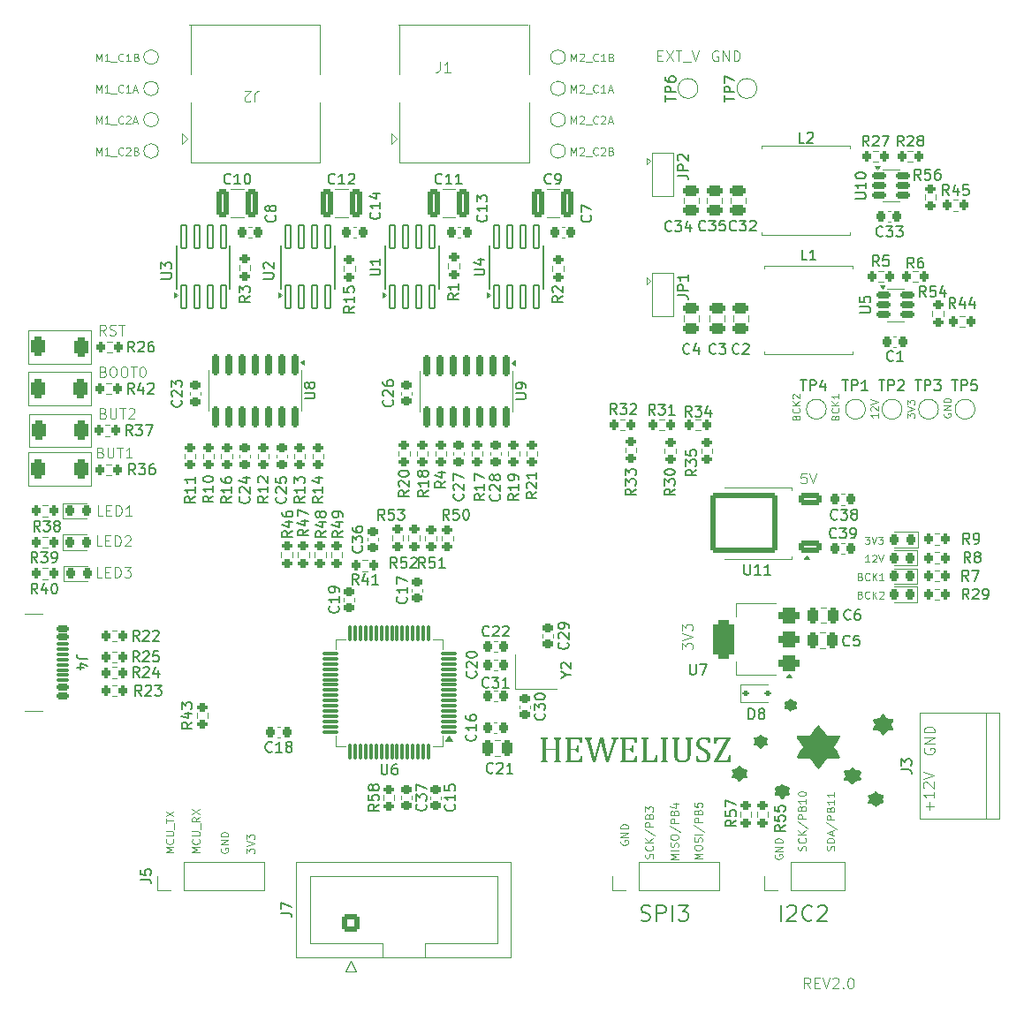
<source format=gto>
G04 #@! TF.GenerationSoftware,KiCad,Pcbnew,8.0.1*
G04 #@! TF.CreationDate,2024-08-03T12:43:22+02:00*
G04 #@! TF.ProjectId,stepper_controller_v2,73746570-7065-4725-9f63-6f6e74726f6c,rev?*
G04 #@! TF.SameCoordinates,Original*
G04 #@! TF.FileFunction,Legend,Top*
G04 #@! TF.FilePolarity,Positive*
%FSLAX46Y46*%
G04 Gerber Fmt 4.6, Leading zero omitted, Abs format (unit mm)*
G04 Created by KiCad (PCBNEW 8.0.1) date 2024-08-03 12:43:22*
%MOMM*%
%LPD*%
G01*
G04 APERTURE LIST*
G04 Aperture macros list*
%AMRoundRect*
0 Rectangle with rounded corners*
0 $1 Rounding radius*
0 $2 $3 $4 $5 $6 $7 $8 $9 X,Y pos of 4 corners*
0 Add a 4 corners polygon primitive as box body*
4,1,4,$2,$3,$4,$5,$6,$7,$8,$9,$2,$3,0*
0 Add four circle primitives for the rounded corners*
1,1,$1+$1,$2,$3*
1,1,$1+$1,$4,$5*
1,1,$1+$1,$6,$7*
1,1,$1+$1,$8,$9*
0 Add four rect primitives between the rounded corners*
20,1,$1+$1,$2,$3,$4,$5,0*
20,1,$1+$1,$4,$5,$6,$7,0*
20,1,$1+$1,$6,$7,$8,$9,0*
20,1,$1+$1,$8,$9,$2,$3,0*%
G04 Aperture macros list end*
%ADD10C,0.100000*%
%ADD11C,0.150000*%
%ADD12C,0.120000*%
%ADD13C,0.000000*%
%ADD14RoundRect,0.225000X-0.250000X0.225000X-0.250000X-0.225000X0.250000X-0.225000X0.250000X0.225000X0*%
%ADD15RoundRect,0.250000X-0.475000X0.250000X-0.475000X-0.250000X0.475000X-0.250000X0.475000X0.250000X0*%
%ADD16RoundRect,0.225000X-0.225000X-0.250000X0.225000X-0.250000X0.225000X0.250000X-0.225000X0.250000X0*%
%ADD17RoundRect,0.200000X-0.275000X0.200000X-0.275000X-0.200000X0.275000X-0.200000X0.275000X0.200000X0*%
%ADD18RoundRect,0.200000X0.275000X-0.200000X0.275000X0.200000X-0.275000X0.200000X-0.275000X-0.200000X0*%
%ADD19C,2.300000*%
%ADD20R,1.520000X1.520000*%
%ADD21C,1.520000*%
%ADD22R,3.100000X2.400000*%
%ADD23RoundRect,0.070000X0.250000X-1.100000X0.250000X1.100000X-0.250000X1.100000X-0.250000X-1.100000X0*%
%ADD24C,0.770000*%
%ADD25RoundRect,0.200000X-0.200000X-0.275000X0.200000X-0.275000X0.200000X0.275000X-0.200000X0.275000X0*%
%ADD26R,1.400000X1.200000*%
%ADD27RoundRect,0.250000X-0.250000X-0.475000X0.250000X-0.475000X0.250000X0.475000X-0.250000X0.475000X0*%
%ADD28R,1.700000X1.700000*%
%ADD29O,1.700000X1.700000*%
%ADD30RoundRect,0.218750X-0.218750X-0.256250X0.218750X-0.256250X0.218750X0.256250X-0.218750X0.256250X0*%
%ADD31RoundRect,0.112500X-0.187500X-0.112500X0.187500X-0.112500X0.187500X0.112500X-0.187500X0.112500X0*%
%ADD32RoundRect,0.218750X0.218750X0.256250X-0.218750X0.256250X-0.218750X-0.256250X0.218750X-0.256250X0*%
%ADD33RoundRect,0.337500X-0.337500X-0.562500X0.337500X-0.562500X0.337500X0.562500X-0.337500X0.562500X0*%
%ADD34C,1.500000*%
%ADD35RoundRect,0.250000X0.600000X-0.600000X0.600000X0.600000X-0.600000X0.600000X-0.600000X-0.600000X0*%
%ADD36C,1.700000*%
%ADD37C,5.600000*%
%ADD38RoundRect,0.375000X0.625000X0.375000X-0.625000X0.375000X-0.625000X-0.375000X0.625000X-0.375000X0*%
%ADD39RoundRect,0.500000X0.500000X1.400000X-0.500000X1.400000X-0.500000X-1.400000X0.500000X-1.400000X0*%
%ADD40C,1.000000*%
%ADD41RoundRect,0.250000X0.850000X0.350000X-0.850000X0.350000X-0.850000X-0.350000X0.850000X-0.350000X0*%
%ADD42RoundRect,0.249997X2.950003X2.650003X-2.950003X2.650003X-2.950003X-2.650003X2.950003X-2.650003X0*%
%ADD43R,3.000000X3.000000*%
%ADD44C,3.000000*%
%ADD45R,1.500000X1.000000*%
%ADD46R,2.200000X7.500000*%
%ADD47RoundRect,0.225000X0.225000X0.250000X-0.225000X0.250000X-0.225000X-0.250000X0.225000X-0.250000X0*%
%ADD48RoundRect,0.150000X-0.150000X0.825000X-0.150000X-0.825000X0.150000X-0.825000X0.150000X0.825000X0*%
%ADD49RoundRect,0.225000X0.250000X-0.225000X0.250000X0.225000X-0.250000X0.225000X-0.250000X-0.225000X0*%
%ADD50RoundRect,0.200000X0.200000X0.275000X-0.200000X0.275000X-0.200000X-0.275000X0.200000X-0.275000X0*%
%ADD51C,0.650000*%
%ADD52RoundRect,0.150000X-0.425000X0.150000X-0.425000X-0.150000X0.425000X-0.150000X0.425000X0.150000X0*%
%ADD53RoundRect,0.075000X-0.500000X0.075000X-0.500000X-0.075000X0.500000X-0.075000X0.500000X0.075000X0*%
%ADD54O,2.100000X1.000000*%
%ADD55O,1.800000X1.000000*%
%ADD56RoundRect,0.250000X-0.375000X-1.075000X0.375000X-1.075000X0.375000X1.075000X-0.375000X1.075000X0*%
%ADD57RoundRect,0.150000X-0.512500X-0.150000X0.512500X-0.150000X0.512500X0.150000X-0.512500X0.150000X0*%
%ADD58RoundRect,0.075000X0.700000X0.075000X-0.700000X0.075000X-0.700000X-0.075000X0.700000X-0.075000X0*%
%ADD59RoundRect,0.075000X0.075000X0.700000X-0.075000X0.700000X-0.075000X-0.700000X0.075000X-0.700000X0*%
%ADD60RoundRect,0.250000X0.250000X0.475000X-0.250000X0.475000X-0.250000X-0.475000X0.250000X-0.475000X0*%
G04 APERTURE END LIST*
D10*
X204591466Y-119196115D02*
X204591466Y-118434211D01*
X204972419Y-118815163D02*
X204210514Y-118815163D01*
X204972419Y-117434211D02*
X204972419Y-118005639D01*
X204972419Y-117719925D02*
X203972419Y-117719925D01*
X203972419Y-117719925D02*
X204115276Y-117815163D01*
X204115276Y-117815163D02*
X204210514Y-117910401D01*
X204210514Y-117910401D02*
X204258133Y-118005639D01*
X204067657Y-117053258D02*
X204020038Y-117005639D01*
X204020038Y-117005639D02*
X203972419Y-116910401D01*
X203972419Y-116910401D02*
X203972419Y-116672306D01*
X203972419Y-116672306D02*
X204020038Y-116577068D01*
X204020038Y-116577068D02*
X204067657Y-116529449D01*
X204067657Y-116529449D02*
X204162895Y-116481830D01*
X204162895Y-116481830D02*
X204258133Y-116481830D01*
X204258133Y-116481830D02*
X204400990Y-116529449D01*
X204400990Y-116529449D02*
X204972419Y-117100877D01*
X204972419Y-117100877D02*
X204972419Y-116481830D01*
X203972419Y-116196115D02*
X204972419Y-115862782D01*
X204972419Y-115862782D02*
X203972419Y-115529449D01*
X178067300Y-123791353D02*
X178103014Y-123684211D01*
X178103014Y-123684211D02*
X178103014Y-123505639D01*
X178103014Y-123505639D02*
X178067300Y-123434211D01*
X178067300Y-123434211D02*
X178031585Y-123398496D01*
X178031585Y-123398496D02*
X177960157Y-123362782D01*
X177960157Y-123362782D02*
X177888728Y-123362782D01*
X177888728Y-123362782D02*
X177817300Y-123398496D01*
X177817300Y-123398496D02*
X177781585Y-123434211D01*
X177781585Y-123434211D02*
X177745871Y-123505639D01*
X177745871Y-123505639D02*
X177710157Y-123648496D01*
X177710157Y-123648496D02*
X177674442Y-123719925D01*
X177674442Y-123719925D02*
X177638728Y-123755639D01*
X177638728Y-123755639D02*
X177567300Y-123791353D01*
X177567300Y-123791353D02*
X177495871Y-123791353D01*
X177495871Y-123791353D02*
X177424442Y-123755639D01*
X177424442Y-123755639D02*
X177388728Y-123719925D01*
X177388728Y-123719925D02*
X177353014Y-123648496D01*
X177353014Y-123648496D02*
X177353014Y-123469925D01*
X177353014Y-123469925D02*
X177388728Y-123362782D01*
X178031585Y-122612782D02*
X178067300Y-122648496D01*
X178067300Y-122648496D02*
X178103014Y-122755639D01*
X178103014Y-122755639D02*
X178103014Y-122827067D01*
X178103014Y-122827067D02*
X178067300Y-122934210D01*
X178067300Y-122934210D02*
X177995871Y-123005639D01*
X177995871Y-123005639D02*
X177924442Y-123041353D01*
X177924442Y-123041353D02*
X177781585Y-123077067D01*
X177781585Y-123077067D02*
X177674442Y-123077067D01*
X177674442Y-123077067D02*
X177531585Y-123041353D01*
X177531585Y-123041353D02*
X177460157Y-123005639D01*
X177460157Y-123005639D02*
X177388728Y-122934210D01*
X177388728Y-122934210D02*
X177353014Y-122827067D01*
X177353014Y-122827067D02*
X177353014Y-122755639D01*
X177353014Y-122755639D02*
X177388728Y-122648496D01*
X177388728Y-122648496D02*
X177424442Y-122612782D01*
X178103014Y-122291353D02*
X177353014Y-122291353D01*
X178103014Y-121862782D02*
X177674442Y-122184210D01*
X177353014Y-121862782D02*
X177781585Y-122291353D01*
X177317300Y-121005639D02*
X178281585Y-121648496D01*
X178103014Y-120755639D02*
X177353014Y-120755639D01*
X177353014Y-120755639D02*
X177353014Y-120469925D01*
X177353014Y-120469925D02*
X177388728Y-120398496D01*
X177388728Y-120398496D02*
X177424442Y-120362782D01*
X177424442Y-120362782D02*
X177495871Y-120327068D01*
X177495871Y-120327068D02*
X177603014Y-120327068D01*
X177603014Y-120327068D02*
X177674442Y-120362782D01*
X177674442Y-120362782D02*
X177710157Y-120398496D01*
X177710157Y-120398496D02*
X177745871Y-120469925D01*
X177745871Y-120469925D02*
X177745871Y-120755639D01*
X177710157Y-119755639D02*
X177745871Y-119648496D01*
X177745871Y-119648496D02*
X177781585Y-119612782D01*
X177781585Y-119612782D02*
X177853014Y-119577068D01*
X177853014Y-119577068D02*
X177960157Y-119577068D01*
X177960157Y-119577068D02*
X178031585Y-119612782D01*
X178031585Y-119612782D02*
X178067300Y-119648496D01*
X178067300Y-119648496D02*
X178103014Y-119719925D01*
X178103014Y-119719925D02*
X178103014Y-120005639D01*
X178103014Y-120005639D02*
X177353014Y-120005639D01*
X177353014Y-120005639D02*
X177353014Y-119755639D01*
X177353014Y-119755639D02*
X177388728Y-119684211D01*
X177388728Y-119684211D02*
X177424442Y-119648496D01*
X177424442Y-119648496D02*
X177495871Y-119612782D01*
X177495871Y-119612782D02*
X177567300Y-119612782D01*
X177567300Y-119612782D02*
X177638728Y-119648496D01*
X177638728Y-119648496D02*
X177674442Y-119684211D01*
X177674442Y-119684211D02*
X177710157Y-119755639D01*
X177710157Y-119755639D02*
X177710157Y-120005639D01*
X177353014Y-119327068D02*
X177353014Y-118862782D01*
X177353014Y-118862782D02*
X177638728Y-119112782D01*
X177638728Y-119112782D02*
X177638728Y-119005639D01*
X177638728Y-119005639D02*
X177674442Y-118934211D01*
X177674442Y-118934211D02*
X177710157Y-118898496D01*
X177710157Y-118898496D02*
X177781585Y-118862782D01*
X177781585Y-118862782D02*
X177960157Y-118862782D01*
X177960157Y-118862782D02*
X178031585Y-118898496D01*
X178031585Y-118898496D02*
X178067300Y-118934211D01*
X178067300Y-118934211D02*
X178103014Y-119005639D01*
X178103014Y-119005639D02*
X178103014Y-119219925D01*
X178103014Y-119219925D02*
X178067300Y-119291353D01*
X178067300Y-119291353D02*
X178031585Y-119327068D01*
X170244360Y-53403014D02*
X170244360Y-52653014D01*
X170244360Y-52653014D02*
X170494360Y-53188728D01*
X170494360Y-53188728D02*
X170744360Y-52653014D01*
X170744360Y-52653014D02*
X170744360Y-53403014D01*
X171065789Y-52724442D02*
X171101503Y-52688728D01*
X171101503Y-52688728D02*
X171172932Y-52653014D01*
X171172932Y-52653014D02*
X171351503Y-52653014D01*
X171351503Y-52653014D02*
X171422932Y-52688728D01*
X171422932Y-52688728D02*
X171458646Y-52724442D01*
X171458646Y-52724442D02*
X171494360Y-52795871D01*
X171494360Y-52795871D02*
X171494360Y-52867300D01*
X171494360Y-52867300D02*
X171458646Y-52974442D01*
X171458646Y-52974442D02*
X171030074Y-53403014D01*
X171030074Y-53403014D02*
X171494360Y-53403014D01*
X171637218Y-53474442D02*
X172208646Y-53474442D01*
X172815789Y-53331585D02*
X172780075Y-53367300D01*
X172780075Y-53367300D02*
X172672932Y-53403014D01*
X172672932Y-53403014D02*
X172601504Y-53403014D01*
X172601504Y-53403014D02*
X172494361Y-53367300D01*
X172494361Y-53367300D02*
X172422932Y-53295871D01*
X172422932Y-53295871D02*
X172387218Y-53224442D01*
X172387218Y-53224442D02*
X172351504Y-53081585D01*
X172351504Y-53081585D02*
X172351504Y-52974442D01*
X172351504Y-52974442D02*
X172387218Y-52831585D01*
X172387218Y-52831585D02*
X172422932Y-52760157D01*
X172422932Y-52760157D02*
X172494361Y-52688728D01*
X172494361Y-52688728D02*
X172601504Y-52653014D01*
X172601504Y-52653014D02*
X172672932Y-52653014D01*
X172672932Y-52653014D02*
X172780075Y-52688728D01*
X172780075Y-52688728D02*
X172815789Y-52724442D01*
X173101504Y-52724442D02*
X173137218Y-52688728D01*
X173137218Y-52688728D02*
X173208647Y-52653014D01*
X173208647Y-52653014D02*
X173387218Y-52653014D01*
X173387218Y-52653014D02*
X173458647Y-52688728D01*
X173458647Y-52688728D02*
X173494361Y-52724442D01*
X173494361Y-52724442D02*
X173530075Y-52795871D01*
X173530075Y-52795871D02*
X173530075Y-52867300D01*
X173530075Y-52867300D02*
X173494361Y-52974442D01*
X173494361Y-52974442D02*
X173065789Y-53403014D01*
X173065789Y-53403014D02*
X173530075Y-53403014D01*
X173815790Y-53188728D02*
X174172933Y-53188728D01*
X173744361Y-53403014D02*
X173994361Y-52653014D01*
X173994361Y-52653014D02*
X174244361Y-53403014D01*
X125380074Y-90972419D02*
X124903884Y-90972419D01*
X124903884Y-90972419D02*
X124903884Y-89972419D01*
X125713408Y-90448609D02*
X126046741Y-90448609D01*
X126189598Y-90972419D02*
X125713408Y-90972419D01*
X125713408Y-90972419D02*
X125713408Y-89972419D01*
X125713408Y-89972419D02*
X126189598Y-89972419D01*
X126618170Y-90972419D02*
X126618170Y-89972419D01*
X126618170Y-89972419D02*
X126856265Y-89972419D01*
X126856265Y-89972419D02*
X126999122Y-90020038D01*
X126999122Y-90020038D02*
X127094360Y-90115276D01*
X127094360Y-90115276D02*
X127141979Y-90210514D01*
X127141979Y-90210514D02*
X127189598Y-90400990D01*
X127189598Y-90400990D02*
X127189598Y-90543847D01*
X127189598Y-90543847D02*
X127141979Y-90734323D01*
X127141979Y-90734323D02*
X127094360Y-90829561D01*
X127094360Y-90829561D02*
X126999122Y-90924800D01*
X126999122Y-90924800D02*
X126856265Y-90972419D01*
X126856265Y-90972419D02*
X126618170Y-90972419D01*
X128141979Y-90972419D02*
X127570551Y-90972419D01*
X127856265Y-90972419D02*
X127856265Y-89972419D01*
X127856265Y-89972419D02*
X127761027Y-90115276D01*
X127761027Y-90115276D02*
X127665789Y-90210514D01*
X127665789Y-90210514D02*
X127570551Y-90258133D01*
X197965789Y-96792466D02*
X198065789Y-96825800D01*
X198065789Y-96825800D02*
X198099122Y-96859133D01*
X198099122Y-96859133D02*
X198132455Y-96925800D01*
X198132455Y-96925800D02*
X198132455Y-97025800D01*
X198132455Y-97025800D02*
X198099122Y-97092466D01*
X198099122Y-97092466D02*
X198065789Y-97125800D01*
X198065789Y-97125800D02*
X197999122Y-97159133D01*
X197999122Y-97159133D02*
X197732455Y-97159133D01*
X197732455Y-97159133D02*
X197732455Y-96459133D01*
X197732455Y-96459133D02*
X197965789Y-96459133D01*
X197965789Y-96459133D02*
X198032455Y-96492466D01*
X198032455Y-96492466D02*
X198065789Y-96525800D01*
X198065789Y-96525800D02*
X198099122Y-96592466D01*
X198099122Y-96592466D02*
X198099122Y-96659133D01*
X198099122Y-96659133D02*
X198065789Y-96725800D01*
X198065789Y-96725800D02*
X198032455Y-96759133D01*
X198032455Y-96759133D02*
X197965789Y-96792466D01*
X197965789Y-96792466D02*
X197732455Y-96792466D01*
X198832455Y-97092466D02*
X198799122Y-97125800D01*
X198799122Y-97125800D02*
X198699122Y-97159133D01*
X198699122Y-97159133D02*
X198632455Y-97159133D01*
X198632455Y-97159133D02*
X198532455Y-97125800D01*
X198532455Y-97125800D02*
X198465789Y-97059133D01*
X198465789Y-97059133D02*
X198432455Y-96992466D01*
X198432455Y-96992466D02*
X198399122Y-96859133D01*
X198399122Y-96859133D02*
X198399122Y-96759133D01*
X198399122Y-96759133D02*
X198432455Y-96625800D01*
X198432455Y-96625800D02*
X198465789Y-96559133D01*
X198465789Y-96559133D02*
X198532455Y-96492466D01*
X198532455Y-96492466D02*
X198632455Y-96459133D01*
X198632455Y-96459133D02*
X198699122Y-96459133D01*
X198699122Y-96459133D02*
X198799122Y-96492466D01*
X198799122Y-96492466D02*
X198832455Y-96525800D01*
X199132455Y-97159133D02*
X199132455Y-96459133D01*
X199532455Y-97159133D02*
X199232455Y-96759133D01*
X199532455Y-96459133D02*
X199132455Y-96859133D01*
X200199122Y-97159133D02*
X199799122Y-97159133D01*
X199999122Y-97159133D02*
X199999122Y-96459133D01*
X199999122Y-96459133D02*
X199932455Y-96559133D01*
X199932455Y-96559133D02*
X199865789Y-96625800D01*
X199865789Y-96625800D02*
X199799122Y-96659133D01*
X204120038Y-113272306D02*
X204072419Y-113367544D01*
X204072419Y-113367544D02*
X204072419Y-113510401D01*
X204072419Y-113510401D02*
X204120038Y-113653258D01*
X204120038Y-113653258D02*
X204215276Y-113748496D01*
X204215276Y-113748496D02*
X204310514Y-113796115D01*
X204310514Y-113796115D02*
X204500990Y-113843734D01*
X204500990Y-113843734D02*
X204643847Y-113843734D01*
X204643847Y-113843734D02*
X204834323Y-113796115D01*
X204834323Y-113796115D02*
X204929561Y-113748496D01*
X204929561Y-113748496D02*
X205024800Y-113653258D01*
X205024800Y-113653258D02*
X205072419Y-113510401D01*
X205072419Y-113510401D02*
X205072419Y-113415163D01*
X205072419Y-113415163D02*
X205024800Y-113272306D01*
X205024800Y-113272306D02*
X204977180Y-113224687D01*
X204977180Y-113224687D02*
X204643847Y-113224687D01*
X204643847Y-113224687D02*
X204643847Y-113415163D01*
X205072419Y-112796115D02*
X204072419Y-112796115D01*
X204072419Y-112796115D02*
X205072419Y-112224687D01*
X205072419Y-112224687D02*
X204072419Y-112224687D01*
X205072419Y-111748496D02*
X204072419Y-111748496D01*
X204072419Y-111748496D02*
X204072419Y-111510401D01*
X204072419Y-111510401D02*
X204120038Y-111367544D01*
X204120038Y-111367544D02*
X204215276Y-111272306D01*
X204215276Y-111272306D02*
X204310514Y-111224687D01*
X204310514Y-111224687D02*
X204500990Y-111177068D01*
X204500990Y-111177068D02*
X204643847Y-111177068D01*
X204643847Y-111177068D02*
X204834323Y-111224687D01*
X204834323Y-111224687D02*
X204929561Y-111272306D01*
X204929561Y-111272306D02*
X205024800Y-111367544D01*
X205024800Y-111367544D02*
X205072419Y-111510401D01*
X205072419Y-111510401D02*
X205072419Y-111748496D01*
X124744360Y-50403014D02*
X124744360Y-49653014D01*
X124744360Y-49653014D02*
X124994360Y-50188728D01*
X124994360Y-50188728D02*
X125244360Y-49653014D01*
X125244360Y-49653014D02*
X125244360Y-50403014D01*
X125994360Y-50403014D02*
X125565789Y-50403014D01*
X125780074Y-50403014D02*
X125780074Y-49653014D01*
X125780074Y-49653014D02*
X125708646Y-49760157D01*
X125708646Y-49760157D02*
X125637217Y-49831585D01*
X125637217Y-49831585D02*
X125565789Y-49867300D01*
X126137218Y-50474442D02*
X126708646Y-50474442D01*
X127315789Y-50331585D02*
X127280075Y-50367300D01*
X127280075Y-50367300D02*
X127172932Y-50403014D01*
X127172932Y-50403014D02*
X127101504Y-50403014D01*
X127101504Y-50403014D02*
X126994361Y-50367300D01*
X126994361Y-50367300D02*
X126922932Y-50295871D01*
X126922932Y-50295871D02*
X126887218Y-50224442D01*
X126887218Y-50224442D02*
X126851504Y-50081585D01*
X126851504Y-50081585D02*
X126851504Y-49974442D01*
X126851504Y-49974442D02*
X126887218Y-49831585D01*
X126887218Y-49831585D02*
X126922932Y-49760157D01*
X126922932Y-49760157D02*
X126994361Y-49688728D01*
X126994361Y-49688728D02*
X127101504Y-49653014D01*
X127101504Y-49653014D02*
X127172932Y-49653014D01*
X127172932Y-49653014D02*
X127280075Y-49688728D01*
X127280075Y-49688728D02*
X127315789Y-49724442D01*
X128030075Y-50403014D02*
X127601504Y-50403014D01*
X127815789Y-50403014D02*
X127815789Y-49653014D01*
X127815789Y-49653014D02*
X127744361Y-49760157D01*
X127744361Y-49760157D02*
X127672932Y-49831585D01*
X127672932Y-49831585D02*
X127601504Y-49867300D01*
X128315790Y-50188728D02*
X128672933Y-50188728D01*
X128244361Y-50403014D02*
X128494361Y-49653014D01*
X128494361Y-49653014D02*
X128744361Y-50403014D01*
X192780074Y-86872419D02*
X192303884Y-86872419D01*
X192303884Y-86872419D02*
X192256265Y-87348609D01*
X192256265Y-87348609D02*
X192303884Y-87300990D01*
X192303884Y-87300990D02*
X192399122Y-87253371D01*
X192399122Y-87253371D02*
X192637217Y-87253371D01*
X192637217Y-87253371D02*
X192732455Y-87300990D01*
X192732455Y-87300990D02*
X192780074Y-87348609D01*
X192780074Y-87348609D02*
X192827693Y-87443847D01*
X192827693Y-87443847D02*
X192827693Y-87681942D01*
X192827693Y-87681942D02*
X192780074Y-87777180D01*
X192780074Y-87777180D02*
X192732455Y-87824800D01*
X192732455Y-87824800D02*
X192637217Y-87872419D01*
X192637217Y-87872419D02*
X192399122Y-87872419D01*
X192399122Y-87872419D02*
X192303884Y-87824800D01*
X192303884Y-87824800D02*
X192256265Y-87777180D01*
X193113408Y-86872419D02*
X193446741Y-87872419D01*
X193446741Y-87872419D02*
X193780074Y-86872419D01*
X178553884Y-46848609D02*
X178887217Y-46848609D01*
X179030074Y-47372419D02*
X178553884Y-47372419D01*
X178553884Y-47372419D02*
X178553884Y-46372419D01*
X178553884Y-46372419D02*
X179030074Y-46372419D01*
X179363408Y-46372419D02*
X180030074Y-47372419D01*
X180030074Y-46372419D02*
X179363408Y-47372419D01*
X180268170Y-46372419D02*
X180839598Y-46372419D01*
X180553884Y-47372419D02*
X180553884Y-46372419D01*
X180934837Y-47467657D02*
X181696741Y-47467657D01*
X181791980Y-46372419D02*
X182125313Y-47372419D01*
X182125313Y-47372419D02*
X182458646Y-46372419D01*
X125412217Y-77143609D02*
X125555074Y-77191228D01*
X125555074Y-77191228D02*
X125602693Y-77238847D01*
X125602693Y-77238847D02*
X125650312Y-77334085D01*
X125650312Y-77334085D02*
X125650312Y-77476942D01*
X125650312Y-77476942D02*
X125602693Y-77572180D01*
X125602693Y-77572180D02*
X125555074Y-77619800D01*
X125555074Y-77619800D02*
X125459836Y-77667419D01*
X125459836Y-77667419D02*
X125078884Y-77667419D01*
X125078884Y-77667419D02*
X125078884Y-76667419D01*
X125078884Y-76667419D02*
X125412217Y-76667419D01*
X125412217Y-76667419D02*
X125507455Y-76715038D01*
X125507455Y-76715038D02*
X125555074Y-76762657D01*
X125555074Y-76762657D02*
X125602693Y-76857895D01*
X125602693Y-76857895D02*
X125602693Y-76953133D01*
X125602693Y-76953133D02*
X125555074Y-77048371D01*
X125555074Y-77048371D02*
X125507455Y-77095990D01*
X125507455Y-77095990D02*
X125412217Y-77143609D01*
X125412217Y-77143609D02*
X125078884Y-77143609D01*
X126269360Y-76667419D02*
X126459836Y-76667419D01*
X126459836Y-76667419D02*
X126555074Y-76715038D01*
X126555074Y-76715038D02*
X126650312Y-76810276D01*
X126650312Y-76810276D02*
X126697931Y-77000752D01*
X126697931Y-77000752D02*
X126697931Y-77334085D01*
X126697931Y-77334085D02*
X126650312Y-77524561D01*
X126650312Y-77524561D02*
X126555074Y-77619800D01*
X126555074Y-77619800D02*
X126459836Y-77667419D01*
X126459836Y-77667419D02*
X126269360Y-77667419D01*
X126269360Y-77667419D02*
X126174122Y-77619800D01*
X126174122Y-77619800D02*
X126078884Y-77524561D01*
X126078884Y-77524561D02*
X126031265Y-77334085D01*
X126031265Y-77334085D02*
X126031265Y-77000752D01*
X126031265Y-77000752D02*
X126078884Y-76810276D01*
X126078884Y-76810276D02*
X126174122Y-76715038D01*
X126174122Y-76715038D02*
X126269360Y-76667419D01*
X127316979Y-76667419D02*
X127507455Y-76667419D01*
X127507455Y-76667419D02*
X127602693Y-76715038D01*
X127602693Y-76715038D02*
X127697931Y-76810276D01*
X127697931Y-76810276D02*
X127745550Y-77000752D01*
X127745550Y-77000752D02*
X127745550Y-77334085D01*
X127745550Y-77334085D02*
X127697931Y-77524561D01*
X127697931Y-77524561D02*
X127602693Y-77619800D01*
X127602693Y-77619800D02*
X127507455Y-77667419D01*
X127507455Y-77667419D02*
X127316979Y-77667419D01*
X127316979Y-77667419D02*
X127221741Y-77619800D01*
X127221741Y-77619800D02*
X127126503Y-77524561D01*
X127126503Y-77524561D02*
X127078884Y-77334085D01*
X127078884Y-77334085D02*
X127078884Y-77000752D01*
X127078884Y-77000752D02*
X127126503Y-76810276D01*
X127126503Y-76810276D02*
X127221741Y-76715038D01*
X127221741Y-76715038D02*
X127316979Y-76667419D01*
X128031265Y-76667419D02*
X128602693Y-76667419D01*
X128316979Y-77667419D02*
X128316979Y-76667419D01*
X129126503Y-76667419D02*
X129221741Y-76667419D01*
X129221741Y-76667419D02*
X129316979Y-76715038D01*
X129316979Y-76715038D02*
X129364598Y-76762657D01*
X129364598Y-76762657D02*
X129412217Y-76857895D01*
X129412217Y-76857895D02*
X129459836Y-77048371D01*
X129459836Y-77048371D02*
X129459836Y-77286466D01*
X129459836Y-77286466D02*
X129412217Y-77476942D01*
X129412217Y-77476942D02*
X129364598Y-77572180D01*
X129364598Y-77572180D02*
X129316979Y-77619800D01*
X129316979Y-77619800D02*
X129221741Y-77667419D01*
X129221741Y-77667419D02*
X129126503Y-77667419D01*
X129126503Y-77667419D02*
X129031265Y-77619800D01*
X129031265Y-77619800D02*
X128983646Y-77572180D01*
X128983646Y-77572180D02*
X128936027Y-77476942D01*
X128936027Y-77476942D02*
X128888408Y-77286466D01*
X128888408Y-77286466D02*
X128888408Y-77048371D01*
X128888408Y-77048371D02*
X128936027Y-76857895D01*
X128936027Y-76857895D02*
X128983646Y-76762657D01*
X128983646Y-76762657D02*
X129031265Y-76715038D01*
X129031265Y-76715038D02*
X129126503Y-76667419D01*
X170244360Y-56403014D02*
X170244360Y-55653014D01*
X170244360Y-55653014D02*
X170494360Y-56188728D01*
X170494360Y-56188728D02*
X170744360Y-55653014D01*
X170744360Y-55653014D02*
X170744360Y-56403014D01*
X171065789Y-55724442D02*
X171101503Y-55688728D01*
X171101503Y-55688728D02*
X171172932Y-55653014D01*
X171172932Y-55653014D02*
X171351503Y-55653014D01*
X171351503Y-55653014D02*
X171422932Y-55688728D01*
X171422932Y-55688728D02*
X171458646Y-55724442D01*
X171458646Y-55724442D02*
X171494360Y-55795871D01*
X171494360Y-55795871D02*
X171494360Y-55867300D01*
X171494360Y-55867300D02*
X171458646Y-55974442D01*
X171458646Y-55974442D02*
X171030074Y-56403014D01*
X171030074Y-56403014D02*
X171494360Y-56403014D01*
X171637218Y-56474442D02*
X172208646Y-56474442D01*
X172815789Y-56331585D02*
X172780075Y-56367300D01*
X172780075Y-56367300D02*
X172672932Y-56403014D01*
X172672932Y-56403014D02*
X172601504Y-56403014D01*
X172601504Y-56403014D02*
X172494361Y-56367300D01*
X172494361Y-56367300D02*
X172422932Y-56295871D01*
X172422932Y-56295871D02*
X172387218Y-56224442D01*
X172387218Y-56224442D02*
X172351504Y-56081585D01*
X172351504Y-56081585D02*
X172351504Y-55974442D01*
X172351504Y-55974442D02*
X172387218Y-55831585D01*
X172387218Y-55831585D02*
X172422932Y-55760157D01*
X172422932Y-55760157D02*
X172494361Y-55688728D01*
X172494361Y-55688728D02*
X172601504Y-55653014D01*
X172601504Y-55653014D02*
X172672932Y-55653014D01*
X172672932Y-55653014D02*
X172780075Y-55688728D01*
X172780075Y-55688728D02*
X172815789Y-55724442D01*
X173101504Y-55724442D02*
X173137218Y-55688728D01*
X173137218Y-55688728D02*
X173208647Y-55653014D01*
X173208647Y-55653014D02*
X173387218Y-55653014D01*
X173387218Y-55653014D02*
X173458647Y-55688728D01*
X173458647Y-55688728D02*
X173494361Y-55724442D01*
X173494361Y-55724442D02*
X173530075Y-55795871D01*
X173530075Y-55795871D02*
X173530075Y-55867300D01*
X173530075Y-55867300D02*
X173494361Y-55974442D01*
X173494361Y-55974442D02*
X173065789Y-56403014D01*
X173065789Y-56403014D02*
X173530075Y-56403014D01*
X174101504Y-56010157D02*
X174208647Y-56045871D01*
X174208647Y-56045871D02*
X174244361Y-56081585D01*
X174244361Y-56081585D02*
X174280075Y-56153014D01*
X174280075Y-56153014D02*
X174280075Y-56260157D01*
X174280075Y-56260157D02*
X174244361Y-56331585D01*
X174244361Y-56331585D02*
X174208647Y-56367300D01*
X174208647Y-56367300D02*
X174137218Y-56403014D01*
X174137218Y-56403014D02*
X173851504Y-56403014D01*
X173851504Y-56403014D02*
X173851504Y-55653014D01*
X173851504Y-55653014D02*
X174101504Y-55653014D01*
X174101504Y-55653014D02*
X174172933Y-55688728D01*
X174172933Y-55688728D02*
X174208647Y-55724442D01*
X174208647Y-55724442D02*
X174244361Y-55795871D01*
X174244361Y-55795871D02*
X174244361Y-55867300D01*
X174244361Y-55867300D02*
X174208647Y-55938728D01*
X174208647Y-55938728D02*
X174172933Y-55974442D01*
X174172933Y-55974442D02*
X174101504Y-56010157D01*
X174101504Y-56010157D02*
X173851504Y-56010157D01*
X125280074Y-96872419D02*
X124803884Y-96872419D01*
X124803884Y-96872419D02*
X124803884Y-95872419D01*
X125613408Y-96348609D02*
X125946741Y-96348609D01*
X126089598Y-96872419D02*
X125613408Y-96872419D01*
X125613408Y-96872419D02*
X125613408Y-95872419D01*
X125613408Y-95872419D02*
X126089598Y-95872419D01*
X126518170Y-96872419D02*
X126518170Y-95872419D01*
X126518170Y-95872419D02*
X126756265Y-95872419D01*
X126756265Y-95872419D02*
X126899122Y-95920038D01*
X126899122Y-95920038D02*
X126994360Y-96015276D01*
X126994360Y-96015276D02*
X127041979Y-96110514D01*
X127041979Y-96110514D02*
X127089598Y-96300990D01*
X127089598Y-96300990D02*
X127089598Y-96443847D01*
X127089598Y-96443847D02*
X127041979Y-96634323D01*
X127041979Y-96634323D02*
X126994360Y-96729561D01*
X126994360Y-96729561D02*
X126899122Y-96824800D01*
X126899122Y-96824800D02*
X126756265Y-96872419D01*
X126756265Y-96872419D02*
X126518170Y-96872419D01*
X127422932Y-95872419D02*
X128041979Y-95872419D01*
X128041979Y-95872419D02*
X127708646Y-96253371D01*
X127708646Y-96253371D02*
X127851503Y-96253371D01*
X127851503Y-96253371D02*
X127946741Y-96300990D01*
X127946741Y-96300990D02*
X127994360Y-96348609D01*
X127994360Y-96348609D02*
X128041979Y-96443847D01*
X128041979Y-96443847D02*
X128041979Y-96681942D01*
X128041979Y-96681942D02*
X127994360Y-96777180D01*
X127994360Y-96777180D02*
X127946741Y-96824800D01*
X127946741Y-96824800D02*
X127851503Y-96872419D01*
X127851503Y-96872419D02*
X127565789Y-96872419D01*
X127565789Y-96872419D02*
X127470551Y-96824800D01*
X127470551Y-96824800D02*
X127422932Y-96777180D01*
X125650312Y-73667419D02*
X125316979Y-73191228D01*
X125078884Y-73667419D02*
X125078884Y-72667419D01*
X125078884Y-72667419D02*
X125459836Y-72667419D01*
X125459836Y-72667419D02*
X125555074Y-72715038D01*
X125555074Y-72715038D02*
X125602693Y-72762657D01*
X125602693Y-72762657D02*
X125650312Y-72857895D01*
X125650312Y-72857895D02*
X125650312Y-73000752D01*
X125650312Y-73000752D02*
X125602693Y-73095990D01*
X125602693Y-73095990D02*
X125555074Y-73143609D01*
X125555074Y-73143609D02*
X125459836Y-73191228D01*
X125459836Y-73191228D02*
X125078884Y-73191228D01*
X126031265Y-73619800D02*
X126174122Y-73667419D01*
X126174122Y-73667419D02*
X126412217Y-73667419D01*
X126412217Y-73667419D02*
X126507455Y-73619800D01*
X126507455Y-73619800D02*
X126555074Y-73572180D01*
X126555074Y-73572180D02*
X126602693Y-73476942D01*
X126602693Y-73476942D02*
X126602693Y-73381704D01*
X126602693Y-73381704D02*
X126555074Y-73286466D01*
X126555074Y-73286466D02*
X126507455Y-73238847D01*
X126507455Y-73238847D02*
X126412217Y-73191228D01*
X126412217Y-73191228D02*
X126221741Y-73143609D01*
X126221741Y-73143609D02*
X126126503Y-73095990D01*
X126126503Y-73095990D02*
X126078884Y-73048371D01*
X126078884Y-73048371D02*
X126031265Y-72953133D01*
X126031265Y-72953133D02*
X126031265Y-72857895D01*
X126031265Y-72857895D02*
X126078884Y-72762657D01*
X126078884Y-72762657D02*
X126126503Y-72715038D01*
X126126503Y-72715038D02*
X126221741Y-72667419D01*
X126221741Y-72667419D02*
X126459836Y-72667419D01*
X126459836Y-72667419D02*
X126602693Y-72715038D01*
X126888408Y-72667419D02*
X127459836Y-72667419D01*
X127174122Y-73667419D02*
X127174122Y-72667419D01*
D11*
G36*
X169105844Y-114145743D02*
G01*
X169108825Y-114271069D01*
X169110729Y-114295341D01*
X169127826Y-114374720D01*
X169157135Y-114423569D01*
X169206594Y-114458374D01*
X169304902Y-114490736D01*
X169304902Y-114575000D01*
X168585607Y-114575000D01*
X168585607Y-114490736D01*
X168701512Y-114448814D01*
X168717498Y-114438224D01*
X168770010Y-114350296D01*
X168783505Y-114223201D01*
X168784665Y-114150628D01*
X168784665Y-113441713D01*
X167829675Y-113441713D01*
X167829675Y-114150628D01*
X167833094Y-114273395D01*
X167837613Y-114316713D01*
X167863258Y-114399145D01*
X167916381Y-114450436D01*
X168030565Y-114490736D01*
X168030565Y-114575000D01*
X167307606Y-114575000D01*
X167307606Y-114490736D01*
X167424621Y-114448083D01*
X167450488Y-114429675D01*
X167497505Y-114334420D01*
X167507626Y-114212016D01*
X167508496Y-114145743D01*
X167508496Y-112659525D01*
X167505156Y-112536736D01*
X167499947Y-112487334D01*
X167471859Y-112403070D01*
X167419347Y-112354832D01*
X167307606Y-112314532D01*
X167307606Y-112230268D01*
X168030565Y-112230268D01*
X168030565Y-112315143D01*
X167921877Y-112353611D01*
X167868143Y-112401849D01*
X167838834Y-112488555D01*
X167830113Y-112616624D01*
X167829675Y-112666242D01*
X167829675Y-113285397D01*
X168784665Y-113285397D01*
X168784665Y-112666242D01*
X168781001Y-112538319D01*
X168770010Y-112458635D01*
X168721161Y-112373150D01*
X168609897Y-112322193D01*
X168585607Y-112315143D01*
X168585607Y-112230268D01*
X169304902Y-112230268D01*
X169304902Y-112315143D01*
X169187415Y-112358274D01*
X169171179Y-112369487D01*
X169119277Y-112459856D01*
X169106906Y-112587514D01*
X169105844Y-112660136D01*
X169105844Y-114145743D01*
G37*
G36*
X171314410Y-112230268D02*
G01*
X171314410Y-112738293D01*
X171145882Y-112738293D01*
X171102999Y-112620620D01*
X171092759Y-112597243D01*
X171035973Y-112495272D01*
X170971859Y-112429326D01*
X170888206Y-112395743D01*
X170773412Y-112386584D01*
X170230582Y-112386584D01*
X170230582Y-113285397D01*
X170598168Y-113285397D01*
X170716625Y-113262805D01*
X170788066Y-113184647D01*
X170829168Y-113066609D01*
X170842411Y-113011845D01*
X171003611Y-113011845D01*
X171003611Y-113676186D01*
X170842411Y-113676186D01*
X170803026Y-113559178D01*
X170788677Y-113532083D01*
X170719068Y-113462473D01*
X170598168Y-113441713D01*
X170230582Y-113441713D01*
X170230582Y-114418684D01*
X170764863Y-114418684D01*
X170887548Y-114407932D01*
X170901029Y-114404640D01*
X170991399Y-114357623D01*
X171058565Y-114270307D01*
X171107414Y-114157955D01*
X171145310Y-114041062D01*
X171161758Y-113988817D01*
X171331507Y-113988817D01*
X171299145Y-114575000D01*
X169708513Y-114575000D01*
X169708513Y-114490736D01*
X169825528Y-114448083D01*
X169851395Y-114429675D01*
X169898412Y-114334420D01*
X169908533Y-114212016D01*
X169909403Y-114145743D01*
X169909403Y-112659525D01*
X169906064Y-112536736D01*
X169900854Y-112487334D01*
X169872766Y-112403070D01*
X169820254Y-112354832D01*
X169708513Y-112314532D01*
X169708513Y-112230268D01*
X171314410Y-112230268D01*
G37*
G36*
X173129745Y-112668073D02*
G01*
X172580198Y-114575000D01*
X172301762Y-114575000D01*
X171802285Y-112720586D01*
X171767242Y-112597671D01*
X171745498Y-112530687D01*
X171695237Y-112417336D01*
X171693597Y-112414672D01*
X171638032Y-112351168D01*
X171551325Y-112314532D01*
X171551325Y-112230268D01*
X172286496Y-112230268D01*
X172286496Y-112315143D01*
X172170161Y-112353212D01*
X172137508Y-112376814D01*
X172095376Y-112490997D01*
X172107913Y-112617510D01*
X172110642Y-112632658D01*
X172137954Y-112755552D01*
X172153995Y-112818283D01*
X172498988Y-114165893D01*
X173052198Y-112230268D01*
X173341015Y-112230268D01*
X173789200Y-114167725D01*
X174194033Y-112866521D01*
X174229748Y-112744027D01*
X174257527Y-112623566D01*
X174267916Y-112528855D01*
X174243187Y-112405207D01*
X174223953Y-112378646D01*
X174115210Y-112322584D01*
X174079239Y-112315143D01*
X174079239Y-112230268D01*
X174755792Y-112230268D01*
X174755792Y-112315143D01*
X174673360Y-112353611D01*
X174614131Y-112412229D01*
X174554553Y-112521033D01*
X174552459Y-112525802D01*
X174506187Y-112642724D01*
X174474302Y-112732798D01*
X173849040Y-114575000D01*
X173603576Y-114575000D01*
X173129745Y-112668073D01*
G37*
G36*
X176550976Y-112230268D02*
G01*
X176550976Y-112738293D01*
X176382449Y-112738293D01*
X176339566Y-112620620D01*
X176329326Y-112597243D01*
X176272540Y-112495272D01*
X176208426Y-112429326D01*
X176124773Y-112395743D01*
X176009979Y-112386584D01*
X175467149Y-112386584D01*
X175467149Y-113285397D01*
X175834734Y-113285397D01*
X175953192Y-113262805D01*
X176024633Y-113184647D01*
X176065735Y-113066609D01*
X176078977Y-113011845D01*
X176240177Y-113011845D01*
X176240177Y-113676186D01*
X176078977Y-113676186D01*
X176039593Y-113559178D01*
X176025244Y-113532083D01*
X175955635Y-113462473D01*
X175834734Y-113441713D01*
X175467149Y-113441713D01*
X175467149Y-114418684D01*
X176001430Y-114418684D01*
X176124114Y-114407932D01*
X176137595Y-114404640D01*
X176227965Y-114357623D01*
X176295132Y-114270307D01*
X176343981Y-114157955D01*
X176381876Y-114041062D01*
X176398325Y-113988817D01*
X176568073Y-113988817D01*
X176535711Y-114575000D01*
X174945080Y-114575000D01*
X174945080Y-114490736D01*
X175062094Y-114448083D01*
X175087962Y-114429675D01*
X175134979Y-114334420D01*
X175145100Y-114212016D01*
X175145969Y-114145743D01*
X175145969Y-112659525D01*
X175142630Y-112536736D01*
X175137421Y-112487334D01*
X175109333Y-112403070D01*
X175056821Y-112354832D01*
X174945080Y-112314532D01*
X174945080Y-112230268D01*
X176550976Y-112230268D01*
G37*
G36*
X177479710Y-114418684D02*
G01*
X177929727Y-114418684D01*
X178053070Y-114410136D01*
X178138555Y-114382658D01*
X178202058Y-114331367D01*
X178255792Y-114245882D01*
X178300873Y-114127532D01*
X178305251Y-114112770D01*
X178336679Y-113988858D01*
X178362648Y-113871580D01*
X178536060Y-113871580D01*
X178501866Y-114575000D01*
X176957641Y-114575000D01*
X176957641Y-114490736D01*
X177074656Y-114448083D01*
X177100523Y-114429675D01*
X177147540Y-114334420D01*
X177157661Y-114212016D01*
X177158531Y-114145743D01*
X177158531Y-112659525D01*
X177155191Y-112536736D01*
X177149982Y-112487334D01*
X177121894Y-112403070D01*
X177069382Y-112354832D01*
X176957641Y-112314532D01*
X176957641Y-112230268D01*
X177680600Y-112230268D01*
X177680600Y-112315143D01*
X177573743Y-112352390D01*
X177521231Y-112395743D01*
X177490090Y-112480006D01*
X177480359Y-112602967D01*
X177479710Y-112660746D01*
X177479710Y-114418684D01*
G37*
G36*
X179359769Y-114145743D02*
G01*
X179362925Y-114270113D01*
X179367096Y-114314270D01*
X179393353Y-114398534D01*
X179446475Y-114449825D01*
X179560659Y-114490736D01*
X179560659Y-114575000D01*
X178835868Y-114575000D01*
X178835868Y-114490736D01*
X178952883Y-114448083D01*
X178978750Y-114429675D01*
X179025767Y-114334420D01*
X179035889Y-114212016D01*
X179036758Y-114145743D01*
X179036758Y-112659525D01*
X179033419Y-112536736D01*
X179028210Y-112487334D01*
X179000122Y-112403070D01*
X178947609Y-112354832D01*
X178835868Y-112314532D01*
X178835868Y-112230268D01*
X179560659Y-112230268D01*
X179560659Y-112315143D01*
X179451360Y-112353000D01*
X179398237Y-112400628D01*
X179368928Y-112485502D01*
X179360207Y-112611291D01*
X179359769Y-112660136D01*
X179359769Y-114145743D01*
G37*
G36*
X181695952Y-113772051D02*
G01*
X181691912Y-113895214D01*
X181676718Y-114024957D01*
X181661758Y-114096284D01*
X181620847Y-114218405D01*
X181564061Y-114325872D01*
X181482159Y-114422989D01*
X181414462Y-114478524D01*
X181301998Y-114540777D01*
X181197697Y-114577442D01*
X181078034Y-114602486D01*
X180951640Y-114613184D01*
X180899110Y-114614078D01*
X180775080Y-114609547D01*
X180651871Y-114594093D01*
X180542515Y-114567672D01*
X180422502Y-114515313D01*
X180322124Y-114440513D01*
X180297051Y-114415020D01*
X180222502Y-114314809D01*
X180168757Y-114200106D01*
X180157222Y-114164672D01*
X180129548Y-114034588D01*
X180117151Y-113904209D01*
X180114480Y-113797697D01*
X180114480Y-112661967D01*
X180111775Y-112538277D01*
X180105931Y-112480006D01*
X180080896Y-112404902D01*
X180033269Y-112357885D01*
X179918475Y-112315143D01*
X179918475Y-112230268D01*
X180639602Y-112230268D01*
X180639602Y-112314532D01*
X180522115Y-112357849D01*
X180505879Y-112368876D01*
X180453977Y-112459246D01*
X180441606Y-112587781D01*
X180440544Y-112660746D01*
X180440544Y-113880739D01*
X180446288Y-114007808D01*
X180467191Y-114132386D01*
X180475348Y-114161618D01*
X180527306Y-114278620D01*
X180574267Y-114338084D01*
X180678417Y-114410827D01*
X180725697Y-114429675D01*
X180851778Y-114453813D01*
X180943684Y-114457763D01*
X181069736Y-114444432D01*
X181154954Y-114415631D01*
X181256992Y-114345793D01*
X181306995Y-114287404D01*
X181363324Y-114177988D01*
X181390038Y-114075523D01*
X181405482Y-113948982D01*
X181411549Y-113826435D01*
X181412630Y-113737857D01*
X181412630Y-112661357D01*
X181408967Y-112535419D01*
X181397976Y-112456803D01*
X181349738Y-112371929D01*
X181236871Y-112322041D01*
X181211741Y-112315143D01*
X181211741Y-112230268D01*
X181896842Y-112230268D01*
X181896842Y-112315143D01*
X181779342Y-112358568D01*
X181760066Y-112371929D01*
X181709385Y-112461688D01*
X181697015Y-112588852D01*
X181695952Y-112661967D01*
X181695952Y-113772051D01*
G37*
G36*
X182394487Y-114027896D02*
G01*
X182429382Y-114153652D01*
X182480139Y-114266462D01*
X182487299Y-114278244D01*
X182568963Y-114370218D01*
X182638729Y-114413799D01*
X182759952Y-114449348D01*
X182877477Y-114457763D01*
X183004477Y-114445281D01*
X183125918Y-114398343D01*
X183185223Y-114352128D01*
X183254803Y-114250276D01*
X183287547Y-114127816D01*
X183292690Y-114043771D01*
X183280110Y-113917778D01*
X183248115Y-113825785D01*
X183175164Y-113724520D01*
X183102180Y-113659699D01*
X182993153Y-113586403D01*
X182878957Y-113521925D01*
X182793213Y-113477739D01*
X182675826Y-113415569D01*
X182565572Y-113348146D01*
X182475087Y-113281734D01*
X182384376Y-113194278D01*
X182312346Y-113093832D01*
X182301064Y-113072906D01*
X182258016Y-112954906D01*
X182243667Y-112826831D01*
X182254273Y-112699398D01*
X182290036Y-112574205D01*
X182333426Y-112489776D01*
X182412967Y-112391802D01*
X182516036Y-112312204D01*
X182597819Y-112269347D01*
X182723796Y-112224849D01*
X182848589Y-112200425D01*
X182983161Y-112191266D01*
X182997156Y-112191189D01*
X183126299Y-112194700D01*
X183252390Y-112205233D01*
X183373421Y-112224184D01*
X183496325Y-112251031D01*
X183564410Y-112268126D01*
X183564410Y-112738293D01*
X183394050Y-112738293D01*
X183355465Y-112617696D01*
X183298242Y-112506138D01*
X183294521Y-112500767D01*
X183206778Y-112410920D01*
X183153471Y-112381699D01*
X183033878Y-112352313D01*
X182944033Y-112347505D01*
X182819520Y-112362143D01*
X182743754Y-112389026D01*
X182643864Y-112461930D01*
X182603925Y-112514811D01*
X182559847Y-112632019D01*
X182552634Y-112714480D01*
X182566351Y-112840575D01*
X182595987Y-112922086D01*
X182670023Y-113023409D01*
X182732763Y-113079623D01*
X182839363Y-113151500D01*
X182952850Y-113214412D01*
X183007536Y-113242044D01*
X183123359Y-113303299D01*
X183233698Y-113368415D01*
X183340602Y-113442460D01*
X183348255Y-113448429D01*
X183444292Y-113537037D01*
X183519759Y-113636162D01*
X183537543Y-113666416D01*
X183583875Y-113781103D01*
X183603666Y-113901621D01*
X183605321Y-113951570D01*
X183597335Y-114080141D01*
X183570661Y-114201597D01*
X183548534Y-114259316D01*
X183485637Y-114367042D01*
X183397251Y-114459473D01*
X183390997Y-114464480D01*
X183280935Y-114532410D01*
X183159729Y-114576407D01*
X183151029Y-114578663D01*
X183023536Y-114602873D01*
X182895941Y-114613214D01*
X182844504Y-114614078D01*
X182704675Y-114608125D01*
X182573809Y-114593148D01*
X182434997Y-114569056D01*
X182309689Y-114541149D01*
X182222906Y-114518824D01*
X182222906Y-114027896D01*
X182394487Y-114027896D01*
G37*
G36*
X184328890Y-114418684D02*
G01*
X184948656Y-114418684D01*
X185073816Y-114409480D01*
X185119016Y-114397313D01*
X185211217Y-114330757D01*
X185270998Y-114218770D01*
X185276552Y-114203750D01*
X185313389Y-114083108D01*
X185344799Y-113960412D01*
X185347383Y-113949738D01*
X185515300Y-113949738D01*
X185515300Y-114575000D01*
X183928332Y-114575000D01*
X183928332Y-114491957D01*
X185104972Y-112386584D01*
X184481542Y-112386584D01*
X184375907Y-112397575D01*
X184306297Y-112431769D01*
X184245237Y-112499546D01*
X184189137Y-112612639D01*
X184185397Y-112622278D01*
X184144813Y-112740888D01*
X184122505Y-112816451D01*
X183954588Y-112816451D01*
X183954588Y-112230268D01*
X185503087Y-112230268D01*
X185503087Y-112312090D01*
X184328890Y-114418684D01*
G37*
D10*
X199659133Y-81150877D02*
X199659133Y-81550877D01*
X199659133Y-81350877D02*
X198959133Y-81350877D01*
X198959133Y-81350877D02*
X199059133Y-81417544D01*
X199059133Y-81417544D02*
X199125800Y-81484211D01*
X199125800Y-81484211D02*
X199159133Y-81550877D01*
X199025800Y-80884210D02*
X198992466Y-80850877D01*
X198992466Y-80850877D02*
X198959133Y-80784210D01*
X198959133Y-80784210D02*
X198959133Y-80617544D01*
X198959133Y-80617544D02*
X198992466Y-80550877D01*
X198992466Y-80550877D02*
X199025800Y-80517544D01*
X199025800Y-80517544D02*
X199092466Y-80484210D01*
X199092466Y-80484210D02*
X199159133Y-80484210D01*
X199159133Y-80484210D02*
X199259133Y-80517544D01*
X199259133Y-80517544D02*
X199659133Y-80917544D01*
X199659133Y-80917544D02*
X199659133Y-80484210D01*
X198959133Y-80284210D02*
X199659133Y-80050877D01*
X199659133Y-80050877D02*
X198959133Y-79817543D01*
X198849122Y-95409133D02*
X198449122Y-95409133D01*
X198649122Y-95409133D02*
X198649122Y-94709133D01*
X198649122Y-94709133D02*
X198582455Y-94809133D01*
X198582455Y-94809133D02*
X198515789Y-94875800D01*
X198515789Y-94875800D02*
X198449122Y-94909133D01*
X199115789Y-94775800D02*
X199149122Y-94742466D01*
X199149122Y-94742466D02*
X199215789Y-94709133D01*
X199215789Y-94709133D02*
X199382456Y-94709133D01*
X199382456Y-94709133D02*
X199449122Y-94742466D01*
X199449122Y-94742466D02*
X199482456Y-94775800D01*
X199482456Y-94775800D02*
X199515789Y-94842466D01*
X199515789Y-94842466D02*
X199515789Y-94909133D01*
X199515789Y-94909133D02*
X199482456Y-95009133D01*
X199482456Y-95009133D02*
X199082456Y-95409133D01*
X199082456Y-95409133D02*
X199515789Y-95409133D01*
X199715789Y-94709133D02*
X199949123Y-95409133D01*
X199949123Y-95409133D02*
X200182456Y-94709133D01*
X195447300Y-123041353D02*
X195483014Y-122934211D01*
X195483014Y-122934211D02*
X195483014Y-122755639D01*
X195483014Y-122755639D02*
X195447300Y-122684211D01*
X195447300Y-122684211D02*
X195411585Y-122648496D01*
X195411585Y-122648496D02*
X195340157Y-122612782D01*
X195340157Y-122612782D02*
X195268728Y-122612782D01*
X195268728Y-122612782D02*
X195197300Y-122648496D01*
X195197300Y-122648496D02*
X195161585Y-122684211D01*
X195161585Y-122684211D02*
X195125871Y-122755639D01*
X195125871Y-122755639D02*
X195090157Y-122898496D01*
X195090157Y-122898496D02*
X195054442Y-122969925D01*
X195054442Y-122969925D02*
X195018728Y-123005639D01*
X195018728Y-123005639D02*
X194947300Y-123041353D01*
X194947300Y-123041353D02*
X194875871Y-123041353D01*
X194875871Y-123041353D02*
X194804442Y-123005639D01*
X194804442Y-123005639D02*
X194768728Y-122969925D01*
X194768728Y-122969925D02*
X194733014Y-122898496D01*
X194733014Y-122898496D02*
X194733014Y-122719925D01*
X194733014Y-122719925D02*
X194768728Y-122612782D01*
X195483014Y-122291353D02*
X194733014Y-122291353D01*
X194733014Y-122291353D02*
X194733014Y-122112782D01*
X194733014Y-122112782D02*
X194768728Y-122005639D01*
X194768728Y-122005639D02*
X194840157Y-121934210D01*
X194840157Y-121934210D02*
X194911585Y-121898496D01*
X194911585Y-121898496D02*
X195054442Y-121862782D01*
X195054442Y-121862782D02*
X195161585Y-121862782D01*
X195161585Y-121862782D02*
X195304442Y-121898496D01*
X195304442Y-121898496D02*
X195375871Y-121934210D01*
X195375871Y-121934210D02*
X195447300Y-122005639D01*
X195447300Y-122005639D02*
X195483014Y-122112782D01*
X195483014Y-122112782D02*
X195483014Y-122291353D01*
X195268728Y-121577067D02*
X195268728Y-121219925D01*
X195483014Y-121648496D02*
X194733014Y-121398496D01*
X194733014Y-121398496D02*
X195483014Y-121148496D01*
X194697300Y-120362782D02*
X195661585Y-121005639D01*
X195483014Y-120112782D02*
X194733014Y-120112782D01*
X194733014Y-120112782D02*
X194733014Y-119827068D01*
X194733014Y-119827068D02*
X194768728Y-119755639D01*
X194768728Y-119755639D02*
X194804442Y-119719925D01*
X194804442Y-119719925D02*
X194875871Y-119684211D01*
X194875871Y-119684211D02*
X194983014Y-119684211D01*
X194983014Y-119684211D02*
X195054442Y-119719925D01*
X195054442Y-119719925D02*
X195090157Y-119755639D01*
X195090157Y-119755639D02*
X195125871Y-119827068D01*
X195125871Y-119827068D02*
X195125871Y-120112782D01*
X195090157Y-119112782D02*
X195125871Y-119005639D01*
X195125871Y-119005639D02*
X195161585Y-118969925D01*
X195161585Y-118969925D02*
X195233014Y-118934211D01*
X195233014Y-118934211D02*
X195340157Y-118934211D01*
X195340157Y-118934211D02*
X195411585Y-118969925D01*
X195411585Y-118969925D02*
X195447300Y-119005639D01*
X195447300Y-119005639D02*
X195483014Y-119077068D01*
X195483014Y-119077068D02*
X195483014Y-119362782D01*
X195483014Y-119362782D02*
X194733014Y-119362782D01*
X194733014Y-119362782D02*
X194733014Y-119112782D01*
X194733014Y-119112782D02*
X194768728Y-119041354D01*
X194768728Y-119041354D02*
X194804442Y-119005639D01*
X194804442Y-119005639D02*
X194875871Y-118969925D01*
X194875871Y-118969925D02*
X194947300Y-118969925D01*
X194947300Y-118969925D02*
X195018728Y-119005639D01*
X195018728Y-119005639D02*
X195054442Y-119041354D01*
X195054442Y-119041354D02*
X195090157Y-119112782D01*
X195090157Y-119112782D02*
X195090157Y-119362782D01*
X195483014Y-118219925D02*
X195483014Y-118648496D01*
X195483014Y-118434211D02*
X194733014Y-118434211D01*
X194733014Y-118434211D02*
X194840157Y-118505639D01*
X194840157Y-118505639D02*
X194911585Y-118577068D01*
X194911585Y-118577068D02*
X194947300Y-118648496D01*
X195483014Y-117505639D02*
X195483014Y-117934210D01*
X195483014Y-117719925D02*
X194733014Y-117719925D01*
X194733014Y-117719925D02*
X194840157Y-117791353D01*
X194840157Y-117791353D02*
X194911585Y-117862782D01*
X194911585Y-117862782D02*
X194947300Y-117934210D01*
X198415789Y-92959133D02*
X198849122Y-92959133D01*
X198849122Y-92959133D02*
X198615789Y-93225800D01*
X198615789Y-93225800D02*
X198715789Y-93225800D01*
X198715789Y-93225800D02*
X198782455Y-93259133D01*
X198782455Y-93259133D02*
X198815789Y-93292466D01*
X198815789Y-93292466D02*
X198849122Y-93359133D01*
X198849122Y-93359133D02*
X198849122Y-93525800D01*
X198849122Y-93525800D02*
X198815789Y-93592466D01*
X198815789Y-93592466D02*
X198782455Y-93625800D01*
X198782455Y-93625800D02*
X198715789Y-93659133D01*
X198715789Y-93659133D02*
X198515789Y-93659133D01*
X198515789Y-93659133D02*
X198449122Y-93625800D01*
X198449122Y-93625800D02*
X198415789Y-93592466D01*
X199049122Y-92959133D02*
X199282456Y-93659133D01*
X199282456Y-93659133D02*
X199515789Y-92959133D01*
X199682456Y-92959133D02*
X200115789Y-92959133D01*
X200115789Y-92959133D02*
X199882456Y-93225800D01*
X199882456Y-93225800D02*
X199982456Y-93225800D01*
X199982456Y-93225800D02*
X200049122Y-93259133D01*
X200049122Y-93259133D02*
X200082456Y-93292466D01*
X200082456Y-93292466D02*
X200115789Y-93359133D01*
X200115789Y-93359133D02*
X200115789Y-93525800D01*
X200115789Y-93525800D02*
X200082456Y-93592466D01*
X200082456Y-93592466D02*
X200049122Y-93625800D01*
X200049122Y-93625800D02*
X199982456Y-93659133D01*
X199982456Y-93659133D02*
X199782456Y-93659133D01*
X199782456Y-93659133D02*
X199715789Y-93625800D01*
X199715789Y-93625800D02*
X199682456Y-93592466D01*
X189788728Y-123462782D02*
X189753014Y-123534211D01*
X189753014Y-123534211D02*
X189753014Y-123641353D01*
X189753014Y-123641353D02*
X189788728Y-123748496D01*
X189788728Y-123748496D02*
X189860157Y-123819925D01*
X189860157Y-123819925D02*
X189931585Y-123855639D01*
X189931585Y-123855639D02*
X190074442Y-123891353D01*
X190074442Y-123891353D02*
X190181585Y-123891353D01*
X190181585Y-123891353D02*
X190324442Y-123855639D01*
X190324442Y-123855639D02*
X190395871Y-123819925D01*
X190395871Y-123819925D02*
X190467300Y-123748496D01*
X190467300Y-123748496D02*
X190503014Y-123641353D01*
X190503014Y-123641353D02*
X190503014Y-123569925D01*
X190503014Y-123569925D02*
X190467300Y-123462782D01*
X190467300Y-123462782D02*
X190431585Y-123427068D01*
X190431585Y-123427068D02*
X190181585Y-123427068D01*
X190181585Y-123427068D02*
X190181585Y-123569925D01*
X190503014Y-123105639D02*
X189753014Y-123105639D01*
X189753014Y-123105639D02*
X190503014Y-122677068D01*
X190503014Y-122677068D02*
X189753014Y-122677068D01*
X190503014Y-122319925D02*
X189753014Y-122319925D01*
X189753014Y-122319925D02*
X189753014Y-122141354D01*
X189753014Y-122141354D02*
X189788728Y-122034211D01*
X189788728Y-122034211D02*
X189860157Y-121962782D01*
X189860157Y-121962782D02*
X189931585Y-121927068D01*
X189931585Y-121927068D02*
X190074442Y-121891354D01*
X190074442Y-121891354D02*
X190181585Y-121891354D01*
X190181585Y-121891354D02*
X190324442Y-121927068D01*
X190324442Y-121927068D02*
X190395871Y-121962782D01*
X190395871Y-121962782D02*
X190467300Y-122034211D01*
X190467300Y-122034211D02*
X190503014Y-122141354D01*
X190503014Y-122141354D02*
X190503014Y-122319925D01*
X180872419Y-103791353D02*
X180872419Y-103172306D01*
X180872419Y-103172306D02*
X181253371Y-103505639D01*
X181253371Y-103505639D02*
X181253371Y-103362782D01*
X181253371Y-103362782D02*
X181300990Y-103267544D01*
X181300990Y-103267544D02*
X181348609Y-103219925D01*
X181348609Y-103219925D02*
X181443847Y-103172306D01*
X181443847Y-103172306D02*
X181681942Y-103172306D01*
X181681942Y-103172306D02*
X181777180Y-103219925D01*
X181777180Y-103219925D02*
X181824800Y-103267544D01*
X181824800Y-103267544D02*
X181872419Y-103362782D01*
X181872419Y-103362782D02*
X181872419Y-103648496D01*
X181872419Y-103648496D02*
X181824800Y-103743734D01*
X181824800Y-103743734D02*
X181777180Y-103791353D01*
X180872419Y-102886591D02*
X181872419Y-102553258D01*
X181872419Y-102553258D02*
X180872419Y-102219925D01*
X180872419Y-101981829D02*
X180872419Y-101362782D01*
X180872419Y-101362782D02*
X181253371Y-101696115D01*
X181253371Y-101696115D02*
X181253371Y-101553258D01*
X181253371Y-101553258D02*
X181300990Y-101458020D01*
X181300990Y-101458020D02*
X181348609Y-101410401D01*
X181348609Y-101410401D02*
X181443847Y-101362782D01*
X181443847Y-101362782D02*
X181681942Y-101362782D01*
X181681942Y-101362782D02*
X181777180Y-101410401D01*
X181777180Y-101410401D02*
X181824800Y-101458020D01*
X181824800Y-101458020D02*
X181872419Y-101553258D01*
X181872419Y-101553258D02*
X181872419Y-101838972D01*
X181872419Y-101838972D02*
X181824800Y-101934210D01*
X181824800Y-101934210D02*
X181777180Y-101981829D01*
X195542466Y-81534211D02*
X195575800Y-81434211D01*
X195575800Y-81434211D02*
X195609133Y-81400877D01*
X195609133Y-81400877D02*
X195675800Y-81367544D01*
X195675800Y-81367544D02*
X195775800Y-81367544D01*
X195775800Y-81367544D02*
X195842466Y-81400877D01*
X195842466Y-81400877D02*
X195875800Y-81434211D01*
X195875800Y-81434211D02*
X195909133Y-81500877D01*
X195909133Y-81500877D02*
X195909133Y-81767544D01*
X195909133Y-81767544D02*
X195209133Y-81767544D01*
X195209133Y-81767544D02*
X195209133Y-81534211D01*
X195209133Y-81534211D02*
X195242466Y-81467544D01*
X195242466Y-81467544D02*
X195275800Y-81434211D01*
X195275800Y-81434211D02*
X195342466Y-81400877D01*
X195342466Y-81400877D02*
X195409133Y-81400877D01*
X195409133Y-81400877D02*
X195475800Y-81434211D01*
X195475800Y-81434211D02*
X195509133Y-81467544D01*
X195509133Y-81467544D02*
X195542466Y-81534211D01*
X195542466Y-81534211D02*
X195542466Y-81767544D01*
X195842466Y-80667544D02*
X195875800Y-80700877D01*
X195875800Y-80700877D02*
X195909133Y-80800877D01*
X195909133Y-80800877D02*
X195909133Y-80867544D01*
X195909133Y-80867544D02*
X195875800Y-80967544D01*
X195875800Y-80967544D02*
X195809133Y-81034211D01*
X195809133Y-81034211D02*
X195742466Y-81067544D01*
X195742466Y-81067544D02*
X195609133Y-81100877D01*
X195609133Y-81100877D02*
X195509133Y-81100877D01*
X195509133Y-81100877D02*
X195375800Y-81067544D01*
X195375800Y-81067544D02*
X195309133Y-81034211D01*
X195309133Y-81034211D02*
X195242466Y-80967544D01*
X195242466Y-80967544D02*
X195209133Y-80867544D01*
X195209133Y-80867544D02*
X195209133Y-80800877D01*
X195209133Y-80800877D02*
X195242466Y-80700877D01*
X195242466Y-80700877D02*
X195275800Y-80667544D01*
X195909133Y-80367544D02*
X195209133Y-80367544D01*
X195909133Y-79967544D02*
X195509133Y-80267544D01*
X195209133Y-79967544D02*
X195609133Y-80367544D01*
X195909133Y-79300877D02*
X195909133Y-79700877D01*
X195909133Y-79500877D02*
X195209133Y-79500877D01*
X195209133Y-79500877D02*
X195309133Y-79567544D01*
X195309133Y-79567544D02*
X195375800Y-79634211D01*
X195375800Y-79634211D02*
X195409133Y-79700877D01*
X191792466Y-81534211D02*
X191825800Y-81434211D01*
X191825800Y-81434211D02*
X191859133Y-81400877D01*
X191859133Y-81400877D02*
X191925800Y-81367544D01*
X191925800Y-81367544D02*
X192025800Y-81367544D01*
X192025800Y-81367544D02*
X192092466Y-81400877D01*
X192092466Y-81400877D02*
X192125800Y-81434211D01*
X192125800Y-81434211D02*
X192159133Y-81500877D01*
X192159133Y-81500877D02*
X192159133Y-81767544D01*
X192159133Y-81767544D02*
X191459133Y-81767544D01*
X191459133Y-81767544D02*
X191459133Y-81534211D01*
X191459133Y-81534211D02*
X191492466Y-81467544D01*
X191492466Y-81467544D02*
X191525800Y-81434211D01*
X191525800Y-81434211D02*
X191592466Y-81400877D01*
X191592466Y-81400877D02*
X191659133Y-81400877D01*
X191659133Y-81400877D02*
X191725800Y-81434211D01*
X191725800Y-81434211D02*
X191759133Y-81467544D01*
X191759133Y-81467544D02*
X191792466Y-81534211D01*
X191792466Y-81534211D02*
X191792466Y-81767544D01*
X192092466Y-80667544D02*
X192125800Y-80700877D01*
X192125800Y-80700877D02*
X192159133Y-80800877D01*
X192159133Y-80800877D02*
X192159133Y-80867544D01*
X192159133Y-80867544D02*
X192125800Y-80967544D01*
X192125800Y-80967544D02*
X192059133Y-81034211D01*
X192059133Y-81034211D02*
X191992466Y-81067544D01*
X191992466Y-81067544D02*
X191859133Y-81100877D01*
X191859133Y-81100877D02*
X191759133Y-81100877D01*
X191759133Y-81100877D02*
X191625800Y-81067544D01*
X191625800Y-81067544D02*
X191559133Y-81034211D01*
X191559133Y-81034211D02*
X191492466Y-80967544D01*
X191492466Y-80967544D02*
X191459133Y-80867544D01*
X191459133Y-80867544D02*
X191459133Y-80800877D01*
X191459133Y-80800877D02*
X191492466Y-80700877D01*
X191492466Y-80700877D02*
X191525800Y-80667544D01*
X192159133Y-80367544D02*
X191459133Y-80367544D01*
X192159133Y-79967544D02*
X191759133Y-80267544D01*
X191459133Y-79967544D02*
X191859133Y-80367544D01*
X191525800Y-79700877D02*
X191492466Y-79667544D01*
X191492466Y-79667544D02*
X191459133Y-79600877D01*
X191459133Y-79600877D02*
X191459133Y-79434211D01*
X191459133Y-79434211D02*
X191492466Y-79367544D01*
X191492466Y-79367544D02*
X191525800Y-79334211D01*
X191525800Y-79334211D02*
X191592466Y-79300877D01*
X191592466Y-79300877D02*
X191659133Y-79300877D01*
X191659133Y-79300877D02*
X191759133Y-79334211D01*
X191759133Y-79334211D02*
X192159133Y-79734211D01*
X192159133Y-79734211D02*
X192159133Y-79300877D01*
D11*
X176964398Y-129737200D02*
X177178684Y-129808628D01*
X177178684Y-129808628D02*
X177535826Y-129808628D01*
X177535826Y-129808628D02*
X177678684Y-129737200D01*
X177678684Y-129737200D02*
X177750112Y-129665771D01*
X177750112Y-129665771D02*
X177821541Y-129522914D01*
X177821541Y-129522914D02*
X177821541Y-129380057D01*
X177821541Y-129380057D02*
X177750112Y-129237200D01*
X177750112Y-129237200D02*
X177678684Y-129165771D01*
X177678684Y-129165771D02*
X177535826Y-129094342D01*
X177535826Y-129094342D02*
X177250112Y-129022914D01*
X177250112Y-129022914D02*
X177107255Y-128951485D01*
X177107255Y-128951485D02*
X177035826Y-128880057D01*
X177035826Y-128880057D02*
X176964398Y-128737200D01*
X176964398Y-128737200D02*
X176964398Y-128594342D01*
X176964398Y-128594342D02*
X177035826Y-128451485D01*
X177035826Y-128451485D02*
X177107255Y-128380057D01*
X177107255Y-128380057D02*
X177250112Y-128308628D01*
X177250112Y-128308628D02*
X177607255Y-128308628D01*
X177607255Y-128308628D02*
X177821541Y-128380057D01*
X178464397Y-129808628D02*
X178464397Y-128308628D01*
X178464397Y-128308628D02*
X179035826Y-128308628D01*
X179035826Y-128308628D02*
X179178683Y-128380057D01*
X179178683Y-128380057D02*
X179250112Y-128451485D01*
X179250112Y-128451485D02*
X179321540Y-128594342D01*
X179321540Y-128594342D02*
X179321540Y-128808628D01*
X179321540Y-128808628D02*
X179250112Y-128951485D01*
X179250112Y-128951485D02*
X179178683Y-129022914D01*
X179178683Y-129022914D02*
X179035826Y-129094342D01*
X179035826Y-129094342D02*
X178464397Y-129094342D01*
X179964397Y-129808628D02*
X179964397Y-128308628D01*
X180535826Y-128308628D02*
X181464398Y-128308628D01*
X181464398Y-128308628D02*
X180964398Y-128880057D01*
X180964398Y-128880057D02*
X181178683Y-128880057D01*
X181178683Y-128880057D02*
X181321541Y-128951485D01*
X181321541Y-128951485D02*
X181392969Y-129022914D01*
X181392969Y-129022914D02*
X181464398Y-129165771D01*
X181464398Y-129165771D02*
X181464398Y-129522914D01*
X181464398Y-129522914D02*
X181392969Y-129665771D01*
X181392969Y-129665771D02*
X181321541Y-129737200D01*
X181321541Y-129737200D02*
X181178683Y-129808628D01*
X181178683Y-129808628D02*
X180750112Y-129808628D01*
X180750112Y-129808628D02*
X180607255Y-129737200D01*
X180607255Y-129737200D02*
X180535826Y-129665771D01*
D10*
X124744360Y-47403014D02*
X124744360Y-46653014D01*
X124744360Y-46653014D02*
X124994360Y-47188728D01*
X124994360Y-47188728D02*
X125244360Y-46653014D01*
X125244360Y-46653014D02*
X125244360Y-47403014D01*
X125994360Y-47403014D02*
X125565789Y-47403014D01*
X125780074Y-47403014D02*
X125780074Y-46653014D01*
X125780074Y-46653014D02*
X125708646Y-46760157D01*
X125708646Y-46760157D02*
X125637217Y-46831585D01*
X125637217Y-46831585D02*
X125565789Y-46867300D01*
X126137218Y-47474442D02*
X126708646Y-47474442D01*
X127315789Y-47331585D02*
X127280075Y-47367300D01*
X127280075Y-47367300D02*
X127172932Y-47403014D01*
X127172932Y-47403014D02*
X127101504Y-47403014D01*
X127101504Y-47403014D02*
X126994361Y-47367300D01*
X126994361Y-47367300D02*
X126922932Y-47295871D01*
X126922932Y-47295871D02*
X126887218Y-47224442D01*
X126887218Y-47224442D02*
X126851504Y-47081585D01*
X126851504Y-47081585D02*
X126851504Y-46974442D01*
X126851504Y-46974442D02*
X126887218Y-46831585D01*
X126887218Y-46831585D02*
X126922932Y-46760157D01*
X126922932Y-46760157D02*
X126994361Y-46688728D01*
X126994361Y-46688728D02*
X127101504Y-46653014D01*
X127101504Y-46653014D02*
X127172932Y-46653014D01*
X127172932Y-46653014D02*
X127280075Y-46688728D01*
X127280075Y-46688728D02*
X127315789Y-46724442D01*
X128030075Y-47403014D02*
X127601504Y-47403014D01*
X127815789Y-47403014D02*
X127815789Y-46653014D01*
X127815789Y-46653014D02*
X127744361Y-46760157D01*
X127744361Y-46760157D02*
X127672932Y-46831585D01*
X127672932Y-46831585D02*
X127601504Y-46867300D01*
X128601504Y-47010157D02*
X128708647Y-47045871D01*
X128708647Y-47045871D02*
X128744361Y-47081585D01*
X128744361Y-47081585D02*
X128780075Y-47153014D01*
X128780075Y-47153014D02*
X128780075Y-47260157D01*
X128780075Y-47260157D02*
X128744361Y-47331585D01*
X128744361Y-47331585D02*
X128708647Y-47367300D01*
X128708647Y-47367300D02*
X128637218Y-47403014D01*
X128637218Y-47403014D02*
X128351504Y-47403014D01*
X128351504Y-47403014D02*
X128351504Y-46653014D01*
X128351504Y-46653014D02*
X128601504Y-46653014D01*
X128601504Y-46653014D02*
X128672933Y-46688728D01*
X128672933Y-46688728D02*
X128708647Y-46724442D01*
X128708647Y-46724442D02*
X128744361Y-46795871D01*
X128744361Y-46795871D02*
X128744361Y-46867300D01*
X128744361Y-46867300D02*
X128708647Y-46938728D01*
X128708647Y-46938728D02*
X128672933Y-46974442D01*
X128672933Y-46974442D02*
X128601504Y-47010157D01*
X128601504Y-47010157D02*
X128351504Y-47010157D01*
X125280074Y-93872419D02*
X124803884Y-93872419D01*
X124803884Y-93872419D02*
X124803884Y-92872419D01*
X125613408Y-93348609D02*
X125946741Y-93348609D01*
X126089598Y-93872419D02*
X125613408Y-93872419D01*
X125613408Y-93872419D02*
X125613408Y-92872419D01*
X125613408Y-92872419D02*
X126089598Y-92872419D01*
X126518170Y-93872419D02*
X126518170Y-92872419D01*
X126518170Y-92872419D02*
X126756265Y-92872419D01*
X126756265Y-92872419D02*
X126899122Y-92920038D01*
X126899122Y-92920038D02*
X126994360Y-93015276D01*
X126994360Y-93015276D02*
X127041979Y-93110514D01*
X127041979Y-93110514D02*
X127089598Y-93300990D01*
X127089598Y-93300990D02*
X127089598Y-93443847D01*
X127089598Y-93443847D02*
X127041979Y-93634323D01*
X127041979Y-93634323D02*
X126994360Y-93729561D01*
X126994360Y-93729561D02*
X126899122Y-93824800D01*
X126899122Y-93824800D02*
X126756265Y-93872419D01*
X126756265Y-93872419D02*
X126518170Y-93872419D01*
X127470551Y-92967657D02*
X127518170Y-92920038D01*
X127518170Y-92920038D02*
X127613408Y-92872419D01*
X127613408Y-92872419D02*
X127851503Y-92872419D01*
X127851503Y-92872419D02*
X127946741Y-92920038D01*
X127946741Y-92920038D02*
X127994360Y-92967657D01*
X127994360Y-92967657D02*
X128041979Y-93062895D01*
X128041979Y-93062895D02*
X128041979Y-93158133D01*
X128041979Y-93158133D02*
X127994360Y-93300990D01*
X127994360Y-93300990D02*
X127422932Y-93872419D01*
X127422932Y-93872419D02*
X128041979Y-93872419D01*
X182803014Y-123855639D02*
X182053014Y-123855639D01*
X182053014Y-123855639D02*
X182588728Y-123605639D01*
X182588728Y-123605639D02*
X182053014Y-123355639D01*
X182053014Y-123355639D02*
X182803014Y-123355639D01*
X182053014Y-122855639D02*
X182053014Y-122712782D01*
X182053014Y-122712782D02*
X182088728Y-122641353D01*
X182088728Y-122641353D02*
X182160157Y-122569925D01*
X182160157Y-122569925D02*
X182303014Y-122534210D01*
X182303014Y-122534210D02*
X182553014Y-122534210D01*
X182553014Y-122534210D02*
X182695871Y-122569925D01*
X182695871Y-122569925D02*
X182767300Y-122641353D01*
X182767300Y-122641353D02*
X182803014Y-122712782D01*
X182803014Y-122712782D02*
X182803014Y-122855639D01*
X182803014Y-122855639D02*
X182767300Y-122927068D01*
X182767300Y-122927068D02*
X182695871Y-122998496D01*
X182695871Y-122998496D02*
X182553014Y-123034210D01*
X182553014Y-123034210D02*
X182303014Y-123034210D01*
X182303014Y-123034210D02*
X182160157Y-122998496D01*
X182160157Y-122998496D02*
X182088728Y-122927068D01*
X182088728Y-122927068D02*
X182053014Y-122855639D01*
X182767300Y-122248496D02*
X182803014Y-122141354D01*
X182803014Y-122141354D02*
X182803014Y-121962782D01*
X182803014Y-121962782D02*
X182767300Y-121891354D01*
X182767300Y-121891354D02*
X182731585Y-121855639D01*
X182731585Y-121855639D02*
X182660157Y-121819925D01*
X182660157Y-121819925D02*
X182588728Y-121819925D01*
X182588728Y-121819925D02*
X182517300Y-121855639D01*
X182517300Y-121855639D02*
X182481585Y-121891354D01*
X182481585Y-121891354D02*
X182445871Y-121962782D01*
X182445871Y-121962782D02*
X182410157Y-122105639D01*
X182410157Y-122105639D02*
X182374442Y-122177068D01*
X182374442Y-122177068D02*
X182338728Y-122212782D01*
X182338728Y-122212782D02*
X182267300Y-122248496D01*
X182267300Y-122248496D02*
X182195871Y-122248496D01*
X182195871Y-122248496D02*
X182124442Y-122212782D01*
X182124442Y-122212782D02*
X182088728Y-122177068D01*
X182088728Y-122177068D02*
X182053014Y-122105639D01*
X182053014Y-122105639D02*
X182053014Y-121927068D01*
X182053014Y-121927068D02*
X182088728Y-121819925D01*
X182803014Y-121498496D02*
X182053014Y-121498496D01*
X182017300Y-120605639D02*
X182981585Y-121248496D01*
X182803014Y-120355639D02*
X182053014Y-120355639D01*
X182053014Y-120355639D02*
X182053014Y-120069925D01*
X182053014Y-120069925D02*
X182088728Y-119998496D01*
X182088728Y-119998496D02*
X182124442Y-119962782D01*
X182124442Y-119962782D02*
X182195871Y-119927068D01*
X182195871Y-119927068D02*
X182303014Y-119927068D01*
X182303014Y-119927068D02*
X182374442Y-119962782D01*
X182374442Y-119962782D02*
X182410157Y-119998496D01*
X182410157Y-119998496D02*
X182445871Y-120069925D01*
X182445871Y-120069925D02*
X182445871Y-120355639D01*
X182410157Y-119355639D02*
X182445871Y-119248496D01*
X182445871Y-119248496D02*
X182481585Y-119212782D01*
X182481585Y-119212782D02*
X182553014Y-119177068D01*
X182553014Y-119177068D02*
X182660157Y-119177068D01*
X182660157Y-119177068D02*
X182731585Y-119212782D01*
X182731585Y-119212782D02*
X182767300Y-119248496D01*
X182767300Y-119248496D02*
X182803014Y-119319925D01*
X182803014Y-119319925D02*
X182803014Y-119605639D01*
X182803014Y-119605639D02*
X182053014Y-119605639D01*
X182053014Y-119605639D02*
X182053014Y-119355639D01*
X182053014Y-119355639D02*
X182088728Y-119284211D01*
X182088728Y-119284211D02*
X182124442Y-119248496D01*
X182124442Y-119248496D02*
X182195871Y-119212782D01*
X182195871Y-119212782D02*
X182267300Y-119212782D01*
X182267300Y-119212782D02*
X182338728Y-119248496D01*
X182338728Y-119248496D02*
X182374442Y-119284211D01*
X182374442Y-119284211D02*
X182410157Y-119355639D01*
X182410157Y-119355639D02*
X182410157Y-119605639D01*
X182053014Y-118498496D02*
X182053014Y-118855639D01*
X182053014Y-118855639D02*
X182410157Y-118891353D01*
X182410157Y-118891353D02*
X182374442Y-118855639D01*
X182374442Y-118855639D02*
X182338728Y-118784211D01*
X182338728Y-118784211D02*
X182338728Y-118605639D01*
X182338728Y-118605639D02*
X182374442Y-118534211D01*
X182374442Y-118534211D02*
X182410157Y-118498496D01*
X182410157Y-118498496D02*
X182481585Y-118462782D01*
X182481585Y-118462782D02*
X182660157Y-118462782D01*
X182660157Y-118462782D02*
X182731585Y-118498496D01*
X182731585Y-118498496D02*
X182767300Y-118534211D01*
X182767300Y-118534211D02*
X182803014Y-118605639D01*
X182803014Y-118605639D02*
X182803014Y-118784211D01*
X182803014Y-118784211D02*
X182767300Y-118855639D01*
X182767300Y-118855639D02*
X182731585Y-118891353D01*
X184327693Y-46420038D02*
X184232455Y-46372419D01*
X184232455Y-46372419D02*
X184089598Y-46372419D01*
X184089598Y-46372419D02*
X183946741Y-46420038D01*
X183946741Y-46420038D02*
X183851503Y-46515276D01*
X183851503Y-46515276D02*
X183803884Y-46610514D01*
X183803884Y-46610514D02*
X183756265Y-46800990D01*
X183756265Y-46800990D02*
X183756265Y-46943847D01*
X183756265Y-46943847D02*
X183803884Y-47134323D01*
X183803884Y-47134323D02*
X183851503Y-47229561D01*
X183851503Y-47229561D02*
X183946741Y-47324800D01*
X183946741Y-47324800D02*
X184089598Y-47372419D01*
X184089598Y-47372419D02*
X184184836Y-47372419D01*
X184184836Y-47372419D02*
X184327693Y-47324800D01*
X184327693Y-47324800D02*
X184375312Y-47277180D01*
X184375312Y-47277180D02*
X184375312Y-46943847D01*
X184375312Y-46943847D02*
X184184836Y-46943847D01*
X184803884Y-47372419D02*
X184803884Y-46372419D01*
X184803884Y-46372419D02*
X185375312Y-47372419D01*
X185375312Y-47372419D02*
X185375312Y-46372419D01*
X185851503Y-47372419D02*
X185851503Y-46372419D01*
X185851503Y-46372419D02*
X186089598Y-46372419D01*
X186089598Y-46372419D02*
X186232455Y-46420038D01*
X186232455Y-46420038D02*
X186327693Y-46515276D01*
X186327693Y-46515276D02*
X186375312Y-46610514D01*
X186375312Y-46610514D02*
X186422931Y-46800990D01*
X186422931Y-46800990D02*
X186422931Y-46943847D01*
X186422931Y-46943847D02*
X186375312Y-47134323D01*
X186375312Y-47134323D02*
X186327693Y-47229561D01*
X186327693Y-47229561D02*
X186232455Y-47324800D01*
X186232455Y-47324800D02*
X186089598Y-47372419D01*
X186089598Y-47372419D02*
X185851503Y-47372419D01*
X205992466Y-81150877D02*
X205959133Y-81217544D01*
X205959133Y-81217544D02*
X205959133Y-81317544D01*
X205959133Y-81317544D02*
X205992466Y-81417544D01*
X205992466Y-81417544D02*
X206059133Y-81484211D01*
X206059133Y-81484211D02*
X206125800Y-81517544D01*
X206125800Y-81517544D02*
X206259133Y-81550877D01*
X206259133Y-81550877D02*
X206359133Y-81550877D01*
X206359133Y-81550877D02*
X206492466Y-81517544D01*
X206492466Y-81517544D02*
X206559133Y-81484211D01*
X206559133Y-81484211D02*
X206625800Y-81417544D01*
X206625800Y-81417544D02*
X206659133Y-81317544D01*
X206659133Y-81317544D02*
X206659133Y-81250877D01*
X206659133Y-81250877D02*
X206625800Y-81150877D01*
X206625800Y-81150877D02*
X206592466Y-81117544D01*
X206592466Y-81117544D02*
X206359133Y-81117544D01*
X206359133Y-81117544D02*
X206359133Y-81250877D01*
X206659133Y-80817544D02*
X205959133Y-80817544D01*
X205959133Y-80817544D02*
X206659133Y-80417544D01*
X206659133Y-80417544D02*
X205959133Y-80417544D01*
X206659133Y-80084211D02*
X205959133Y-80084211D01*
X205959133Y-80084211D02*
X205959133Y-79917544D01*
X205959133Y-79917544D02*
X205992466Y-79817544D01*
X205992466Y-79817544D02*
X206059133Y-79750878D01*
X206059133Y-79750878D02*
X206125800Y-79717544D01*
X206125800Y-79717544D02*
X206259133Y-79684211D01*
X206259133Y-79684211D02*
X206359133Y-79684211D01*
X206359133Y-79684211D02*
X206492466Y-79717544D01*
X206492466Y-79717544D02*
X206559133Y-79750878D01*
X206559133Y-79750878D02*
X206625800Y-79817544D01*
X206625800Y-79817544D02*
X206659133Y-79917544D01*
X206659133Y-79917544D02*
X206659133Y-80084211D01*
X139153014Y-123327068D02*
X139153014Y-122862782D01*
X139153014Y-122862782D02*
X139438728Y-123112782D01*
X139438728Y-123112782D02*
X139438728Y-123005639D01*
X139438728Y-123005639D02*
X139474442Y-122934211D01*
X139474442Y-122934211D02*
X139510157Y-122898496D01*
X139510157Y-122898496D02*
X139581585Y-122862782D01*
X139581585Y-122862782D02*
X139760157Y-122862782D01*
X139760157Y-122862782D02*
X139831585Y-122898496D01*
X139831585Y-122898496D02*
X139867300Y-122934211D01*
X139867300Y-122934211D02*
X139903014Y-123005639D01*
X139903014Y-123005639D02*
X139903014Y-123219925D01*
X139903014Y-123219925D02*
X139867300Y-123291353D01*
X139867300Y-123291353D02*
X139831585Y-123327068D01*
X139153014Y-122648496D02*
X139903014Y-122398496D01*
X139903014Y-122398496D02*
X139153014Y-122148496D01*
X139153014Y-121969925D02*
X139153014Y-121505639D01*
X139153014Y-121505639D02*
X139438728Y-121755639D01*
X139438728Y-121755639D02*
X139438728Y-121648496D01*
X139438728Y-121648496D02*
X139474442Y-121577068D01*
X139474442Y-121577068D02*
X139510157Y-121541353D01*
X139510157Y-121541353D02*
X139581585Y-121505639D01*
X139581585Y-121505639D02*
X139760157Y-121505639D01*
X139760157Y-121505639D02*
X139831585Y-121541353D01*
X139831585Y-121541353D02*
X139867300Y-121577068D01*
X139867300Y-121577068D02*
X139903014Y-121648496D01*
X139903014Y-121648496D02*
X139903014Y-121862782D01*
X139903014Y-121862782D02*
X139867300Y-121934210D01*
X139867300Y-121934210D02*
X139831585Y-121969925D01*
X132153014Y-123255639D02*
X131403014Y-123255639D01*
X131403014Y-123255639D02*
X131938728Y-123005639D01*
X131938728Y-123005639D02*
X131403014Y-122755639D01*
X131403014Y-122755639D02*
X132153014Y-122755639D01*
X132081585Y-121969925D02*
X132117300Y-122005639D01*
X132117300Y-122005639D02*
X132153014Y-122112782D01*
X132153014Y-122112782D02*
X132153014Y-122184210D01*
X132153014Y-122184210D02*
X132117300Y-122291353D01*
X132117300Y-122291353D02*
X132045871Y-122362782D01*
X132045871Y-122362782D02*
X131974442Y-122398496D01*
X131974442Y-122398496D02*
X131831585Y-122434210D01*
X131831585Y-122434210D02*
X131724442Y-122434210D01*
X131724442Y-122434210D02*
X131581585Y-122398496D01*
X131581585Y-122398496D02*
X131510157Y-122362782D01*
X131510157Y-122362782D02*
X131438728Y-122291353D01*
X131438728Y-122291353D02*
X131403014Y-122184210D01*
X131403014Y-122184210D02*
X131403014Y-122112782D01*
X131403014Y-122112782D02*
X131438728Y-122005639D01*
X131438728Y-122005639D02*
X131474442Y-121969925D01*
X131403014Y-121648496D02*
X132010157Y-121648496D01*
X132010157Y-121648496D02*
X132081585Y-121612782D01*
X132081585Y-121612782D02*
X132117300Y-121577068D01*
X132117300Y-121577068D02*
X132153014Y-121505639D01*
X132153014Y-121505639D02*
X132153014Y-121362782D01*
X132153014Y-121362782D02*
X132117300Y-121291353D01*
X132117300Y-121291353D02*
X132081585Y-121255639D01*
X132081585Y-121255639D02*
X132010157Y-121219925D01*
X132010157Y-121219925D02*
X131403014Y-121219925D01*
X132224442Y-121041354D02*
X132224442Y-120469925D01*
X131403014Y-120398496D02*
X131403014Y-119969925D01*
X132153014Y-120184210D02*
X131403014Y-120184210D01*
X131403014Y-119791353D02*
X132153014Y-119291353D01*
X131403014Y-119291353D02*
X132153014Y-119791353D01*
X170244360Y-47403014D02*
X170244360Y-46653014D01*
X170244360Y-46653014D02*
X170494360Y-47188728D01*
X170494360Y-47188728D02*
X170744360Y-46653014D01*
X170744360Y-46653014D02*
X170744360Y-47403014D01*
X171065789Y-46724442D02*
X171101503Y-46688728D01*
X171101503Y-46688728D02*
X171172932Y-46653014D01*
X171172932Y-46653014D02*
X171351503Y-46653014D01*
X171351503Y-46653014D02*
X171422932Y-46688728D01*
X171422932Y-46688728D02*
X171458646Y-46724442D01*
X171458646Y-46724442D02*
X171494360Y-46795871D01*
X171494360Y-46795871D02*
X171494360Y-46867300D01*
X171494360Y-46867300D02*
X171458646Y-46974442D01*
X171458646Y-46974442D02*
X171030074Y-47403014D01*
X171030074Y-47403014D02*
X171494360Y-47403014D01*
X171637218Y-47474442D02*
X172208646Y-47474442D01*
X172815789Y-47331585D02*
X172780075Y-47367300D01*
X172780075Y-47367300D02*
X172672932Y-47403014D01*
X172672932Y-47403014D02*
X172601504Y-47403014D01*
X172601504Y-47403014D02*
X172494361Y-47367300D01*
X172494361Y-47367300D02*
X172422932Y-47295871D01*
X172422932Y-47295871D02*
X172387218Y-47224442D01*
X172387218Y-47224442D02*
X172351504Y-47081585D01*
X172351504Y-47081585D02*
X172351504Y-46974442D01*
X172351504Y-46974442D02*
X172387218Y-46831585D01*
X172387218Y-46831585D02*
X172422932Y-46760157D01*
X172422932Y-46760157D02*
X172494361Y-46688728D01*
X172494361Y-46688728D02*
X172601504Y-46653014D01*
X172601504Y-46653014D02*
X172672932Y-46653014D01*
X172672932Y-46653014D02*
X172780075Y-46688728D01*
X172780075Y-46688728D02*
X172815789Y-46724442D01*
X173530075Y-47403014D02*
X173101504Y-47403014D01*
X173315789Y-47403014D02*
X173315789Y-46653014D01*
X173315789Y-46653014D02*
X173244361Y-46760157D01*
X173244361Y-46760157D02*
X173172932Y-46831585D01*
X173172932Y-46831585D02*
X173101504Y-46867300D01*
X174101504Y-47010157D02*
X174208647Y-47045871D01*
X174208647Y-47045871D02*
X174244361Y-47081585D01*
X174244361Y-47081585D02*
X174280075Y-47153014D01*
X174280075Y-47153014D02*
X174280075Y-47260157D01*
X174280075Y-47260157D02*
X174244361Y-47331585D01*
X174244361Y-47331585D02*
X174208647Y-47367300D01*
X174208647Y-47367300D02*
X174137218Y-47403014D01*
X174137218Y-47403014D02*
X173851504Y-47403014D01*
X173851504Y-47403014D02*
X173851504Y-46653014D01*
X173851504Y-46653014D02*
X174101504Y-46653014D01*
X174101504Y-46653014D02*
X174172933Y-46688728D01*
X174172933Y-46688728D02*
X174208647Y-46724442D01*
X174208647Y-46724442D02*
X174244361Y-46795871D01*
X174244361Y-46795871D02*
X174244361Y-46867300D01*
X174244361Y-46867300D02*
X174208647Y-46938728D01*
X174208647Y-46938728D02*
X174172933Y-46974442D01*
X174172933Y-46974442D02*
X174101504Y-47010157D01*
X174101504Y-47010157D02*
X173851504Y-47010157D01*
X124744360Y-53403014D02*
X124744360Y-52653014D01*
X124744360Y-52653014D02*
X124994360Y-53188728D01*
X124994360Y-53188728D02*
X125244360Y-52653014D01*
X125244360Y-52653014D02*
X125244360Y-53403014D01*
X125994360Y-53403014D02*
X125565789Y-53403014D01*
X125780074Y-53403014D02*
X125780074Y-52653014D01*
X125780074Y-52653014D02*
X125708646Y-52760157D01*
X125708646Y-52760157D02*
X125637217Y-52831585D01*
X125637217Y-52831585D02*
X125565789Y-52867300D01*
X126137218Y-53474442D02*
X126708646Y-53474442D01*
X127315789Y-53331585D02*
X127280075Y-53367300D01*
X127280075Y-53367300D02*
X127172932Y-53403014D01*
X127172932Y-53403014D02*
X127101504Y-53403014D01*
X127101504Y-53403014D02*
X126994361Y-53367300D01*
X126994361Y-53367300D02*
X126922932Y-53295871D01*
X126922932Y-53295871D02*
X126887218Y-53224442D01*
X126887218Y-53224442D02*
X126851504Y-53081585D01*
X126851504Y-53081585D02*
X126851504Y-52974442D01*
X126851504Y-52974442D02*
X126887218Y-52831585D01*
X126887218Y-52831585D02*
X126922932Y-52760157D01*
X126922932Y-52760157D02*
X126994361Y-52688728D01*
X126994361Y-52688728D02*
X127101504Y-52653014D01*
X127101504Y-52653014D02*
X127172932Y-52653014D01*
X127172932Y-52653014D02*
X127280075Y-52688728D01*
X127280075Y-52688728D02*
X127315789Y-52724442D01*
X127601504Y-52724442D02*
X127637218Y-52688728D01*
X127637218Y-52688728D02*
X127708647Y-52653014D01*
X127708647Y-52653014D02*
X127887218Y-52653014D01*
X127887218Y-52653014D02*
X127958647Y-52688728D01*
X127958647Y-52688728D02*
X127994361Y-52724442D01*
X127994361Y-52724442D02*
X128030075Y-52795871D01*
X128030075Y-52795871D02*
X128030075Y-52867300D01*
X128030075Y-52867300D02*
X127994361Y-52974442D01*
X127994361Y-52974442D02*
X127565789Y-53403014D01*
X127565789Y-53403014D02*
X128030075Y-53403014D01*
X128315790Y-53188728D02*
X128672933Y-53188728D01*
X128244361Y-53403014D02*
X128494361Y-52653014D01*
X128494361Y-52653014D02*
X128744361Y-53403014D01*
X136688728Y-122862782D02*
X136653014Y-122934211D01*
X136653014Y-122934211D02*
X136653014Y-123041353D01*
X136653014Y-123041353D02*
X136688728Y-123148496D01*
X136688728Y-123148496D02*
X136760157Y-123219925D01*
X136760157Y-123219925D02*
X136831585Y-123255639D01*
X136831585Y-123255639D02*
X136974442Y-123291353D01*
X136974442Y-123291353D02*
X137081585Y-123291353D01*
X137081585Y-123291353D02*
X137224442Y-123255639D01*
X137224442Y-123255639D02*
X137295871Y-123219925D01*
X137295871Y-123219925D02*
X137367300Y-123148496D01*
X137367300Y-123148496D02*
X137403014Y-123041353D01*
X137403014Y-123041353D02*
X137403014Y-122969925D01*
X137403014Y-122969925D02*
X137367300Y-122862782D01*
X137367300Y-122862782D02*
X137331585Y-122827068D01*
X137331585Y-122827068D02*
X137081585Y-122827068D01*
X137081585Y-122827068D02*
X137081585Y-122969925D01*
X137403014Y-122505639D02*
X136653014Y-122505639D01*
X136653014Y-122505639D02*
X137403014Y-122077068D01*
X137403014Y-122077068D02*
X136653014Y-122077068D01*
X137403014Y-121719925D02*
X136653014Y-121719925D01*
X136653014Y-121719925D02*
X136653014Y-121541354D01*
X136653014Y-121541354D02*
X136688728Y-121434211D01*
X136688728Y-121434211D02*
X136760157Y-121362782D01*
X136760157Y-121362782D02*
X136831585Y-121327068D01*
X136831585Y-121327068D02*
X136974442Y-121291354D01*
X136974442Y-121291354D02*
X137081585Y-121291354D01*
X137081585Y-121291354D02*
X137224442Y-121327068D01*
X137224442Y-121327068D02*
X137295871Y-121362782D01*
X137295871Y-121362782D02*
X137367300Y-121434211D01*
X137367300Y-121434211D02*
X137403014Y-121541354D01*
X137403014Y-121541354D02*
X137403014Y-121719925D01*
X124744360Y-56403014D02*
X124744360Y-55653014D01*
X124744360Y-55653014D02*
X124994360Y-56188728D01*
X124994360Y-56188728D02*
X125244360Y-55653014D01*
X125244360Y-55653014D02*
X125244360Y-56403014D01*
X125994360Y-56403014D02*
X125565789Y-56403014D01*
X125780074Y-56403014D02*
X125780074Y-55653014D01*
X125780074Y-55653014D02*
X125708646Y-55760157D01*
X125708646Y-55760157D02*
X125637217Y-55831585D01*
X125637217Y-55831585D02*
X125565789Y-55867300D01*
X126137218Y-56474442D02*
X126708646Y-56474442D01*
X127315789Y-56331585D02*
X127280075Y-56367300D01*
X127280075Y-56367300D02*
X127172932Y-56403014D01*
X127172932Y-56403014D02*
X127101504Y-56403014D01*
X127101504Y-56403014D02*
X126994361Y-56367300D01*
X126994361Y-56367300D02*
X126922932Y-56295871D01*
X126922932Y-56295871D02*
X126887218Y-56224442D01*
X126887218Y-56224442D02*
X126851504Y-56081585D01*
X126851504Y-56081585D02*
X126851504Y-55974442D01*
X126851504Y-55974442D02*
X126887218Y-55831585D01*
X126887218Y-55831585D02*
X126922932Y-55760157D01*
X126922932Y-55760157D02*
X126994361Y-55688728D01*
X126994361Y-55688728D02*
X127101504Y-55653014D01*
X127101504Y-55653014D02*
X127172932Y-55653014D01*
X127172932Y-55653014D02*
X127280075Y-55688728D01*
X127280075Y-55688728D02*
X127315789Y-55724442D01*
X127601504Y-55724442D02*
X127637218Y-55688728D01*
X127637218Y-55688728D02*
X127708647Y-55653014D01*
X127708647Y-55653014D02*
X127887218Y-55653014D01*
X127887218Y-55653014D02*
X127958647Y-55688728D01*
X127958647Y-55688728D02*
X127994361Y-55724442D01*
X127994361Y-55724442D02*
X128030075Y-55795871D01*
X128030075Y-55795871D02*
X128030075Y-55867300D01*
X128030075Y-55867300D02*
X127994361Y-55974442D01*
X127994361Y-55974442D02*
X127565789Y-56403014D01*
X127565789Y-56403014D02*
X128030075Y-56403014D01*
X128601504Y-56010157D02*
X128708647Y-56045871D01*
X128708647Y-56045871D02*
X128744361Y-56081585D01*
X128744361Y-56081585D02*
X128780075Y-56153014D01*
X128780075Y-56153014D02*
X128780075Y-56260157D01*
X128780075Y-56260157D02*
X128744361Y-56331585D01*
X128744361Y-56331585D02*
X128708647Y-56367300D01*
X128708647Y-56367300D02*
X128637218Y-56403014D01*
X128637218Y-56403014D02*
X128351504Y-56403014D01*
X128351504Y-56403014D02*
X128351504Y-55653014D01*
X128351504Y-55653014D02*
X128601504Y-55653014D01*
X128601504Y-55653014D02*
X128672933Y-55688728D01*
X128672933Y-55688728D02*
X128708647Y-55724442D01*
X128708647Y-55724442D02*
X128744361Y-55795871D01*
X128744361Y-55795871D02*
X128744361Y-55867300D01*
X128744361Y-55867300D02*
X128708647Y-55938728D01*
X128708647Y-55938728D02*
X128672933Y-55974442D01*
X128672933Y-55974442D02*
X128601504Y-56010157D01*
X128601504Y-56010157D02*
X128351504Y-56010157D01*
X197965789Y-98542466D02*
X198065789Y-98575800D01*
X198065789Y-98575800D02*
X198099122Y-98609133D01*
X198099122Y-98609133D02*
X198132455Y-98675800D01*
X198132455Y-98675800D02*
X198132455Y-98775800D01*
X198132455Y-98775800D02*
X198099122Y-98842466D01*
X198099122Y-98842466D02*
X198065789Y-98875800D01*
X198065789Y-98875800D02*
X197999122Y-98909133D01*
X197999122Y-98909133D02*
X197732455Y-98909133D01*
X197732455Y-98909133D02*
X197732455Y-98209133D01*
X197732455Y-98209133D02*
X197965789Y-98209133D01*
X197965789Y-98209133D02*
X198032455Y-98242466D01*
X198032455Y-98242466D02*
X198065789Y-98275800D01*
X198065789Y-98275800D02*
X198099122Y-98342466D01*
X198099122Y-98342466D02*
X198099122Y-98409133D01*
X198099122Y-98409133D02*
X198065789Y-98475800D01*
X198065789Y-98475800D02*
X198032455Y-98509133D01*
X198032455Y-98509133D02*
X197965789Y-98542466D01*
X197965789Y-98542466D02*
X197732455Y-98542466D01*
X198832455Y-98842466D02*
X198799122Y-98875800D01*
X198799122Y-98875800D02*
X198699122Y-98909133D01*
X198699122Y-98909133D02*
X198632455Y-98909133D01*
X198632455Y-98909133D02*
X198532455Y-98875800D01*
X198532455Y-98875800D02*
X198465789Y-98809133D01*
X198465789Y-98809133D02*
X198432455Y-98742466D01*
X198432455Y-98742466D02*
X198399122Y-98609133D01*
X198399122Y-98609133D02*
X198399122Y-98509133D01*
X198399122Y-98509133D02*
X198432455Y-98375800D01*
X198432455Y-98375800D02*
X198465789Y-98309133D01*
X198465789Y-98309133D02*
X198532455Y-98242466D01*
X198532455Y-98242466D02*
X198632455Y-98209133D01*
X198632455Y-98209133D02*
X198699122Y-98209133D01*
X198699122Y-98209133D02*
X198799122Y-98242466D01*
X198799122Y-98242466D02*
X198832455Y-98275800D01*
X199132455Y-98909133D02*
X199132455Y-98209133D01*
X199532455Y-98909133D02*
X199232455Y-98509133D01*
X199532455Y-98209133D02*
X199132455Y-98609133D01*
X199799122Y-98275800D02*
X199832455Y-98242466D01*
X199832455Y-98242466D02*
X199899122Y-98209133D01*
X199899122Y-98209133D02*
X200065789Y-98209133D01*
X200065789Y-98209133D02*
X200132455Y-98242466D01*
X200132455Y-98242466D02*
X200165789Y-98275800D01*
X200165789Y-98275800D02*
X200199122Y-98342466D01*
X200199122Y-98342466D02*
X200199122Y-98409133D01*
X200199122Y-98409133D02*
X200165789Y-98509133D01*
X200165789Y-98509133D02*
X199765789Y-98909133D01*
X199765789Y-98909133D02*
X200199122Y-98909133D01*
X134653014Y-123255639D02*
X133903014Y-123255639D01*
X133903014Y-123255639D02*
X134438728Y-123005639D01*
X134438728Y-123005639D02*
X133903014Y-122755639D01*
X133903014Y-122755639D02*
X134653014Y-122755639D01*
X134581585Y-121969925D02*
X134617300Y-122005639D01*
X134617300Y-122005639D02*
X134653014Y-122112782D01*
X134653014Y-122112782D02*
X134653014Y-122184210D01*
X134653014Y-122184210D02*
X134617300Y-122291353D01*
X134617300Y-122291353D02*
X134545871Y-122362782D01*
X134545871Y-122362782D02*
X134474442Y-122398496D01*
X134474442Y-122398496D02*
X134331585Y-122434210D01*
X134331585Y-122434210D02*
X134224442Y-122434210D01*
X134224442Y-122434210D02*
X134081585Y-122398496D01*
X134081585Y-122398496D02*
X134010157Y-122362782D01*
X134010157Y-122362782D02*
X133938728Y-122291353D01*
X133938728Y-122291353D02*
X133903014Y-122184210D01*
X133903014Y-122184210D02*
X133903014Y-122112782D01*
X133903014Y-122112782D02*
X133938728Y-122005639D01*
X133938728Y-122005639D02*
X133974442Y-121969925D01*
X133903014Y-121648496D02*
X134510157Y-121648496D01*
X134510157Y-121648496D02*
X134581585Y-121612782D01*
X134581585Y-121612782D02*
X134617300Y-121577068D01*
X134617300Y-121577068D02*
X134653014Y-121505639D01*
X134653014Y-121505639D02*
X134653014Y-121362782D01*
X134653014Y-121362782D02*
X134617300Y-121291353D01*
X134617300Y-121291353D02*
X134581585Y-121255639D01*
X134581585Y-121255639D02*
X134510157Y-121219925D01*
X134510157Y-121219925D02*
X133903014Y-121219925D01*
X134724442Y-121041354D02*
X134724442Y-120469925D01*
X134653014Y-119862782D02*
X134295871Y-120112782D01*
X134653014Y-120291353D02*
X133903014Y-120291353D01*
X133903014Y-120291353D02*
X133903014Y-120005639D01*
X133903014Y-120005639D02*
X133938728Y-119934210D01*
X133938728Y-119934210D02*
X133974442Y-119898496D01*
X133974442Y-119898496D02*
X134045871Y-119862782D01*
X134045871Y-119862782D02*
X134153014Y-119862782D01*
X134153014Y-119862782D02*
X134224442Y-119898496D01*
X134224442Y-119898496D02*
X134260157Y-119934210D01*
X134260157Y-119934210D02*
X134295871Y-120005639D01*
X134295871Y-120005639D02*
X134295871Y-120291353D01*
X133903014Y-119612782D02*
X134653014Y-119112782D01*
X133903014Y-119112782D02*
X134653014Y-119612782D01*
D11*
X190340826Y-129808628D02*
X190340826Y-128308628D01*
X190983684Y-128451485D02*
X191055112Y-128380057D01*
X191055112Y-128380057D02*
X191197970Y-128308628D01*
X191197970Y-128308628D02*
X191555112Y-128308628D01*
X191555112Y-128308628D02*
X191697970Y-128380057D01*
X191697970Y-128380057D02*
X191769398Y-128451485D01*
X191769398Y-128451485D02*
X191840827Y-128594342D01*
X191840827Y-128594342D02*
X191840827Y-128737200D01*
X191840827Y-128737200D02*
X191769398Y-128951485D01*
X191769398Y-128951485D02*
X190912255Y-129808628D01*
X190912255Y-129808628D02*
X191840827Y-129808628D01*
X193340826Y-129665771D02*
X193269398Y-129737200D01*
X193269398Y-129737200D02*
X193055112Y-129808628D01*
X193055112Y-129808628D02*
X192912255Y-129808628D01*
X192912255Y-129808628D02*
X192697969Y-129737200D01*
X192697969Y-129737200D02*
X192555112Y-129594342D01*
X192555112Y-129594342D02*
X192483683Y-129451485D01*
X192483683Y-129451485D02*
X192412255Y-129165771D01*
X192412255Y-129165771D02*
X192412255Y-128951485D01*
X192412255Y-128951485D02*
X192483683Y-128665771D01*
X192483683Y-128665771D02*
X192555112Y-128522914D01*
X192555112Y-128522914D02*
X192697969Y-128380057D01*
X192697969Y-128380057D02*
X192912255Y-128308628D01*
X192912255Y-128308628D02*
X193055112Y-128308628D01*
X193055112Y-128308628D02*
X193269398Y-128380057D01*
X193269398Y-128380057D02*
X193340826Y-128451485D01*
X193912255Y-128451485D02*
X193983683Y-128380057D01*
X193983683Y-128380057D02*
X194126541Y-128308628D01*
X194126541Y-128308628D02*
X194483683Y-128308628D01*
X194483683Y-128308628D02*
X194626541Y-128380057D01*
X194626541Y-128380057D02*
X194697969Y-128451485D01*
X194697969Y-128451485D02*
X194769398Y-128594342D01*
X194769398Y-128594342D02*
X194769398Y-128737200D01*
X194769398Y-128737200D02*
X194697969Y-128951485D01*
X194697969Y-128951485D02*
X193840826Y-129808628D01*
X193840826Y-129808628D02*
X194769398Y-129808628D01*
D10*
X192697300Y-123041353D02*
X192733014Y-122934211D01*
X192733014Y-122934211D02*
X192733014Y-122755639D01*
X192733014Y-122755639D02*
X192697300Y-122684211D01*
X192697300Y-122684211D02*
X192661585Y-122648496D01*
X192661585Y-122648496D02*
X192590157Y-122612782D01*
X192590157Y-122612782D02*
X192518728Y-122612782D01*
X192518728Y-122612782D02*
X192447300Y-122648496D01*
X192447300Y-122648496D02*
X192411585Y-122684211D01*
X192411585Y-122684211D02*
X192375871Y-122755639D01*
X192375871Y-122755639D02*
X192340157Y-122898496D01*
X192340157Y-122898496D02*
X192304442Y-122969925D01*
X192304442Y-122969925D02*
X192268728Y-123005639D01*
X192268728Y-123005639D02*
X192197300Y-123041353D01*
X192197300Y-123041353D02*
X192125871Y-123041353D01*
X192125871Y-123041353D02*
X192054442Y-123005639D01*
X192054442Y-123005639D02*
X192018728Y-122969925D01*
X192018728Y-122969925D02*
X191983014Y-122898496D01*
X191983014Y-122898496D02*
X191983014Y-122719925D01*
X191983014Y-122719925D02*
X192018728Y-122612782D01*
X192661585Y-121862782D02*
X192697300Y-121898496D01*
X192697300Y-121898496D02*
X192733014Y-122005639D01*
X192733014Y-122005639D02*
X192733014Y-122077067D01*
X192733014Y-122077067D02*
X192697300Y-122184210D01*
X192697300Y-122184210D02*
X192625871Y-122255639D01*
X192625871Y-122255639D02*
X192554442Y-122291353D01*
X192554442Y-122291353D02*
X192411585Y-122327067D01*
X192411585Y-122327067D02*
X192304442Y-122327067D01*
X192304442Y-122327067D02*
X192161585Y-122291353D01*
X192161585Y-122291353D02*
X192090157Y-122255639D01*
X192090157Y-122255639D02*
X192018728Y-122184210D01*
X192018728Y-122184210D02*
X191983014Y-122077067D01*
X191983014Y-122077067D02*
X191983014Y-122005639D01*
X191983014Y-122005639D02*
X192018728Y-121898496D01*
X192018728Y-121898496D02*
X192054442Y-121862782D01*
X192733014Y-121541353D02*
X191983014Y-121541353D01*
X192733014Y-121112782D02*
X192304442Y-121434210D01*
X191983014Y-121112782D02*
X192411585Y-121541353D01*
X191947300Y-120255639D02*
X192911585Y-120898496D01*
X192733014Y-120005639D02*
X191983014Y-120005639D01*
X191983014Y-120005639D02*
X191983014Y-119719925D01*
X191983014Y-119719925D02*
X192018728Y-119648496D01*
X192018728Y-119648496D02*
X192054442Y-119612782D01*
X192054442Y-119612782D02*
X192125871Y-119577068D01*
X192125871Y-119577068D02*
X192233014Y-119577068D01*
X192233014Y-119577068D02*
X192304442Y-119612782D01*
X192304442Y-119612782D02*
X192340157Y-119648496D01*
X192340157Y-119648496D02*
X192375871Y-119719925D01*
X192375871Y-119719925D02*
X192375871Y-120005639D01*
X192340157Y-119005639D02*
X192375871Y-118898496D01*
X192375871Y-118898496D02*
X192411585Y-118862782D01*
X192411585Y-118862782D02*
X192483014Y-118827068D01*
X192483014Y-118827068D02*
X192590157Y-118827068D01*
X192590157Y-118827068D02*
X192661585Y-118862782D01*
X192661585Y-118862782D02*
X192697300Y-118898496D01*
X192697300Y-118898496D02*
X192733014Y-118969925D01*
X192733014Y-118969925D02*
X192733014Y-119255639D01*
X192733014Y-119255639D02*
X191983014Y-119255639D01*
X191983014Y-119255639D02*
X191983014Y-119005639D01*
X191983014Y-119005639D02*
X192018728Y-118934211D01*
X192018728Y-118934211D02*
X192054442Y-118898496D01*
X192054442Y-118898496D02*
X192125871Y-118862782D01*
X192125871Y-118862782D02*
X192197300Y-118862782D01*
X192197300Y-118862782D02*
X192268728Y-118898496D01*
X192268728Y-118898496D02*
X192304442Y-118934211D01*
X192304442Y-118934211D02*
X192340157Y-119005639D01*
X192340157Y-119005639D02*
X192340157Y-119255639D01*
X192733014Y-118112782D02*
X192733014Y-118541353D01*
X192733014Y-118327068D02*
X191983014Y-118327068D01*
X191983014Y-118327068D02*
X192090157Y-118398496D01*
X192090157Y-118398496D02*
X192161585Y-118469925D01*
X192161585Y-118469925D02*
X192197300Y-118541353D01*
X191983014Y-117648496D02*
X191983014Y-117577067D01*
X191983014Y-117577067D02*
X192018728Y-117505639D01*
X192018728Y-117505639D02*
X192054442Y-117469925D01*
X192054442Y-117469925D02*
X192125871Y-117434210D01*
X192125871Y-117434210D02*
X192268728Y-117398496D01*
X192268728Y-117398496D02*
X192447300Y-117398496D01*
X192447300Y-117398496D02*
X192590157Y-117434210D01*
X192590157Y-117434210D02*
X192661585Y-117469925D01*
X192661585Y-117469925D02*
X192697300Y-117505639D01*
X192697300Y-117505639D02*
X192733014Y-117577067D01*
X192733014Y-117577067D02*
X192733014Y-117648496D01*
X192733014Y-117648496D02*
X192697300Y-117719925D01*
X192697300Y-117719925D02*
X192661585Y-117755639D01*
X192661585Y-117755639D02*
X192590157Y-117791353D01*
X192590157Y-117791353D02*
X192447300Y-117827067D01*
X192447300Y-117827067D02*
X192268728Y-117827067D01*
X192268728Y-117827067D02*
X192125871Y-117791353D01*
X192125871Y-117791353D02*
X192054442Y-117755639D01*
X192054442Y-117755639D02*
X192018728Y-117719925D01*
X192018728Y-117719925D02*
X191983014Y-117648496D01*
X170244360Y-50403014D02*
X170244360Y-49653014D01*
X170244360Y-49653014D02*
X170494360Y-50188728D01*
X170494360Y-50188728D02*
X170744360Y-49653014D01*
X170744360Y-49653014D02*
X170744360Y-50403014D01*
X171065789Y-49724442D02*
X171101503Y-49688728D01*
X171101503Y-49688728D02*
X171172932Y-49653014D01*
X171172932Y-49653014D02*
X171351503Y-49653014D01*
X171351503Y-49653014D02*
X171422932Y-49688728D01*
X171422932Y-49688728D02*
X171458646Y-49724442D01*
X171458646Y-49724442D02*
X171494360Y-49795871D01*
X171494360Y-49795871D02*
X171494360Y-49867300D01*
X171494360Y-49867300D02*
X171458646Y-49974442D01*
X171458646Y-49974442D02*
X171030074Y-50403014D01*
X171030074Y-50403014D02*
X171494360Y-50403014D01*
X171637218Y-50474442D02*
X172208646Y-50474442D01*
X172815789Y-50331585D02*
X172780075Y-50367300D01*
X172780075Y-50367300D02*
X172672932Y-50403014D01*
X172672932Y-50403014D02*
X172601504Y-50403014D01*
X172601504Y-50403014D02*
X172494361Y-50367300D01*
X172494361Y-50367300D02*
X172422932Y-50295871D01*
X172422932Y-50295871D02*
X172387218Y-50224442D01*
X172387218Y-50224442D02*
X172351504Y-50081585D01*
X172351504Y-50081585D02*
X172351504Y-49974442D01*
X172351504Y-49974442D02*
X172387218Y-49831585D01*
X172387218Y-49831585D02*
X172422932Y-49760157D01*
X172422932Y-49760157D02*
X172494361Y-49688728D01*
X172494361Y-49688728D02*
X172601504Y-49653014D01*
X172601504Y-49653014D02*
X172672932Y-49653014D01*
X172672932Y-49653014D02*
X172780075Y-49688728D01*
X172780075Y-49688728D02*
X172815789Y-49724442D01*
X173530075Y-50403014D02*
X173101504Y-50403014D01*
X173315789Y-50403014D02*
X173315789Y-49653014D01*
X173315789Y-49653014D02*
X173244361Y-49760157D01*
X173244361Y-49760157D02*
X173172932Y-49831585D01*
X173172932Y-49831585D02*
X173101504Y-49867300D01*
X173815790Y-50188728D02*
X174172933Y-50188728D01*
X173744361Y-50403014D02*
X173994361Y-49653014D01*
X173994361Y-49653014D02*
X174244361Y-50403014D01*
X175018728Y-122112782D02*
X174983014Y-122184211D01*
X174983014Y-122184211D02*
X174983014Y-122291353D01*
X174983014Y-122291353D02*
X175018728Y-122398496D01*
X175018728Y-122398496D02*
X175090157Y-122469925D01*
X175090157Y-122469925D02*
X175161585Y-122505639D01*
X175161585Y-122505639D02*
X175304442Y-122541353D01*
X175304442Y-122541353D02*
X175411585Y-122541353D01*
X175411585Y-122541353D02*
X175554442Y-122505639D01*
X175554442Y-122505639D02*
X175625871Y-122469925D01*
X175625871Y-122469925D02*
X175697300Y-122398496D01*
X175697300Y-122398496D02*
X175733014Y-122291353D01*
X175733014Y-122291353D02*
X175733014Y-122219925D01*
X175733014Y-122219925D02*
X175697300Y-122112782D01*
X175697300Y-122112782D02*
X175661585Y-122077068D01*
X175661585Y-122077068D02*
X175411585Y-122077068D01*
X175411585Y-122077068D02*
X175411585Y-122219925D01*
X175733014Y-121755639D02*
X174983014Y-121755639D01*
X174983014Y-121755639D02*
X175733014Y-121327068D01*
X175733014Y-121327068D02*
X174983014Y-121327068D01*
X175733014Y-120969925D02*
X174983014Y-120969925D01*
X174983014Y-120969925D02*
X174983014Y-120791354D01*
X174983014Y-120791354D02*
X175018728Y-120684211D01*
X175018728Y-120684211D02*
X175090157Y-120612782D01*
X175090157Y-120612782D02*
X175161585Y-120577068D01*
X175161585Y-120577068D02*
X175304442Y-120541354D01*
X175304442Y-120541354D02*
X175411585Y-120541354D01*
X175411585Y-120541354D02*
X175554442Y-120577068D01*
X175554442Y-120577068D02*
X175625871Y-120612782D01*
X175625871Y-120612782D02*
X175697300Y-120684211D01*
X175697300Y-120684211D02*
X175733014Y-120791354D01*
X175733014Y-120791354D02*
X175733014Y-120969925D01*
X193175312Y-136272419D02*
X192841979Y-135796228D01*
X192603884Y-136272419D02*
X192603884Y-135272419D01*
X192603884Y-135272419D02*
X192984836Y-135272419D01*
X192984836Y-135272419D02*
X193080074Y-135320038D01*
X193080074Y-135320038D02*
X193127693Y-135367657D01*
X193127693Y-135367657D02*
X193175312Y-135462895D01*
X193175312Y-135462895D02*
X193175312Y-135605752D01*
X193175312Y-135605752D02*
X193127693Y-135700990D01*
X193127693Y-135700990D02*
X193080074Y-135748609D01*
X193080074Y-135748609D02*
X192984836Y-135796228D01*
X192984836Y-135796228D02*
X192603884Y-135796228D01*
X193603884Y-135748609D02*
X193937217Y-135748609D01*
X194080074Y-136272419D02*
X193603884Y-136272419D01*
X193603884Y-136272419D02*
X193603884Y-135272419D01*
X193603884Y-135272419D02*
X194080074Y-135272419D01*
X194365789Y-135272419D02*
X194699122Y-136272419D01*
X194699122Y-136272419D02*
X195032455Y-135272419D01*
X195318170Y-135367657D02*
X195365789Y-135320038D01*
X195365789Y-135320038D02*
X195461027Y-135272419D01*
X195461027Y-135272419D02*
X195699122Y-135272419D01*
X195699122Y-135272419D02*
X195794360Y-135320038D01*
X195794360Y-135320038D02*
X195841979Y-135367657D01*
X195841979Y-135367657D02*
X195889598Y-135462895D01*
X195889598Y-135462895D02*
X195889598Y-135558133D01*
X195889598Y-135558133D02*
X195841979Y-135700990D01*
X195841979Y-135700990D02*
X195270551Y-136272419D01*
X195270551Y-136272419D02*
X195889598Y-136272419D01*
X196318170Y-136177180D02*
X196365789Y-136224800D01*
X196365789Y-136224800D02*
X196318170Y-136272419D01*
X196318170Y-136272419D02*
X196270551Y-136224800D01*
X196270551Y-136224800D02*
X196318170Y-136177180D01*
X196318170Y-136177180D02*
X196318170Y-136272419D01*
X196984836Y-135272419D02*
X197080074Y-135272419D01*
X197080074Y-135272419D02*
X197175312Y-135320038D01*
X197175312Y-135320038D02*
X197222931Y-135367657D01*
X197222931Y-135367657D02*
X197270550Y-135462895D01*
X197270550Y-135462895D02*
X197318169Y-135653371D01*
X197318169Y-135653371D02*
X197318169Y-135891466D01*
X197318169Y-135891466D02*
X197270550Y-136081942D01*
X197270550Y-136081942D02*
X197222931Y-136177180D01*
X197222931Y-136177180D02*
X197175312Y-136224800D01*
X197175312Y-136224800D02*
X197080074Y-136272419D01*
X197080074Y-136272419D02*
X196984836Y-136272419D01*
X196984836Y-136272419D02*
X196889598Y-136224800D01*
X196889598Y-136224800D02*
X196841979Y-136177180D01*
X196841979Y-136177180D02*
X196794360Y-136081942D01*
X196794360Y-136081942D02*
X196746741Y-135891466D01*
X196746741Y-135891466D02*
X196746741Y-135653371D01*
X196746741Y-135653371D02*
X196794360Y-135462895D01*
X196794360Y-135462895D02*
X196841979Y-135367657D01*
X196841979Y-135367657D02*
X196889598Y-135320038D01*
X196889598Y-135320038D02*
X196984836Y-135272419D01*
X125412217Y-81143609D02*
X125555074Y-81191228D01*
X125555074Y-81191228D02*
X125602693Y-81238847D01*
X125602693Y-81238847D02*
X125650312Y-81334085D01*
X125650312Y-81334085D02*
X125650312Y-81476942D01*
X125650312Y-81476942D02*
X125602693Y-81572180D01*
X125602693Y-81572180D02*
X125555074Y-81619800D01*
X125555074Y-81619800D02*
X125459836Y-81667419D01*
X125459836Y-81667419D02*
X125078884Y-81667419D01*
X125078884Y-81667419D02*
X125078884Y-80667419D01*
X125078884Y-80667419D02*
X125412217Y-80667419D01*
X125412217Y-80667419D02*
X125507455Y-80715038D01*
X125507455Y-80715038D02*
X125555074Y-80762657D01*
X125555074Y-80762657D02*
X125602693Y-80857895D01*
X125602693Y-80857895D02*
X125602693Y-80953133D01*
X125602693Y-80953133D02*
X125555074Y-81048371D01*
X125555074Y-81048371D02*
X125507455Y-81095990D01*
X125507455Y-81095990D02*
X125412217Y-81143609D01*
X125412217Y-81143609D02*
X125078884Y-81143609D01*
X126078884Y-80667419D02*
X126078884Y-81476942D01*
X126078884Y-81476942D02*
X126126503Y-81572180D01*
X126126503Y-81572180D02*
X126174122Y-81619800D01*
X126174122Y-81619800D02*
X126269360Y-81667419D01*
X126269360Y-81667419D02*
X126459836Y-81667419D01*
X126459836Y-81667419D02*
X126555074Y-81619800D01*
X126555074Y-81619800D02*
X126602693Y-81572180D01*
X126602693Y-81572180D02*
X126650312Y-81476942D01*
X126650312Y-81476942D02*
X126650312Y-80667419D01*
X126983646Y-80667419D02*
X127555074Y-80667419D01*
X127269360Y-81667419D02*
X127269360Y-80667419D01*
X127840789Y-80762657D02*
X127888408Y-80715038D01*
X127888408Y-80715038D02*
X127983646Y-80667419D01*
X127983646Y-80667419D02*
X128221741Y-80667419D01*
X128221741Y-80667419D02*
X128316979Y-80715038D01*
X128316979Y-80715038D02*
X128364598Y-80762657D01*
X128364598Y-80762657D02*
X128412217Y-80857895D01*
X128412217Y-80857895D02*
X128412217Y-80953133D01*
X128412217Y-80953133D02*
X128364598Y-81095990D01*
X128364598Y-81095990D02*
X127793170Y-81667419D01*
X127793170Y-81667419D02*
X128412217Y-81667419D01*
X125162217Y-84893609D02*
X125305074Y-84941228D01*
X125305074Y-84941228D02*
X125352693Y-84988847D01*
X125352693Y-84988847D02*
X125400312Y-85084085D01*
X125400312Y-85084085D02*
X125400312Y-85226942D01*
X125400312Y-85226942D02*
X125352693Y-85322180D01*
X125352693Y-85322180D02*
X125305074Y-85369800D01*
X125305074Y-85369800D02*
X125209836Y-85417419D01*
X125209836Y-85417419D02*
X124828884Y-85417419D01*
X124828884Y-85417419D02*
X124828884Y-84417419D01*
X124828884Y-84417419D02*
X125162217Y-84417419D01*
X125162217Y-84417419D02*
X125257455Y-84465038D01*
X125257455Y-84465038D02*
X125305074Y-84512657D01*
X125305074Y-84512657D02*
X125352693Y-84607895D01*
X125352693Y-84607895D02*
X125352693Y-84703133D01*
X125352693Y-84703133D02*
X125305074Y-84798371D01*
X125305074Y-84798371D02*
X125257455Y-84845990D01*
X125257455Y-84845990D02*
X125162217Y-84893609D01*
X125162217Y-84893609D02*
X124828884Y-84893609D01*
X125828884Y-84417419D02*
X125828884Y-85226942D01*
X125828884Y-85226942D02*
X125876503Y-85322180D01*
X125876503Y-85322180D02*
X125924122Y-85369800D01*
X125924122Y-85369800D02*
X126019360Y-85417419D01*
X126019360Y-85417419D02*
X126209836Y-85417419D01*
X126209836Y-85417419D02*
X126305074Y-85369800D01*
X126305074Y-85369800D02*
X126352693Y-85322180D01*
X126352693Y-85322180D02*
X126400312Y-85226942D01*
X126400312Y-85226942D02*
X126400312Y-84417419D01*
X126733646Y-84417419D02*
X127305074Y-84417419D01*
X127019360Y-85417419D02*
X127019360Y-84417419D01*
X128162217Y-85417419D02*
X127590789Y-85417419D01*
X127876503Y-85417419D02*
X127876503Y-84417419D01*
X127876503Y-84417419D02*
X127781265Y-84560276D01*
X127781265Y-84560276D02*
X127686027Y-84655514D01*
X127686027Y-84655514D02*
X127590789Y-84703133D01*
X202459133Y-81584211D02*
X202459133Y-81150877D01*
X202459133Y-81150877D02*
X202725800Y-81384211D01*
X202725800Y-81384211D02*
X202725800Y-81284211D01*
X202725800Y-81284211D02*
X202759133Y-81217544D01*
X202759133Y-81217544D02*
X202792466Y-81184211D01*
X202792466Y-81184211D02*
X202859133Y-81150877D01*
X202859133Y-81150877D02*
X203025800Y-81150877D01*
X203025800Y-81150877D02*
X203092466Y-81184211D01*
X203092466Y-81184211D02*
X203125800Y-81217544D01*
X203125800Y-81217544D02*
X203159133Y-81284211D01*
X203159133Y-81284211D02*
X203159133Y-81484211D01*
X203159133Y-81484211D02*
X203125800Y-81550877D01*
X203125800Y-81550877D02*
X203092466Y-81584211D01*
X202459133Y-80950877D02*
X203159133Y-80717544D01*
X203159133Y-80717544D02*
X202459133Y-80484210D01*
X202459133Y-80317544D02*
X202459133Y-79884210D01*
X202459133Y-79884210D02*
X202725800Y-80117544D01*
X202725800Y-80117544D02*
X202725800Y-80017544D01*
X202725800Y-80017544D02*
X202759133Y-79950877D01*
X202759133Y-79950877D02*
X202792466Y-79917544D01*
X202792466Y-79917544D02*
X202859133Y-79884210D01*
X202859133Y-79884210D02*
X203025800Y-79884210D01*
X203025800Y-79884210D02*
X203092466Y-79917544D01*
X203092466Y-79917544D02*
X203125800Y-79950877D01*
X203125800Y-79950877D02*
X203159133Y-80017544D01*
X203159133Y-80017544D02*
X203159133Y-80217544D01*
X203159133Y-80217544D02*
X203125800Y-80284210D01*
X203125800Y-80284210D02*
X203092466Y-80317544D01*
X180513014Y-123925639D02*
X179763014Y-123925639D01*
X179763014Y-123925639D02*
X180298728Y-123675639D01*
X180298728Y-123675639D02*
X179763014Y-123425639D01*
X179763014Y-123425639D02*
X180513014Y-123425639D01*
X180513014Y-123068496D02*
X179763014Y-123068496D01*
X180477300Y-122747067D02*
X180513014Y-122639925D01*
X180513014Y-122639925D02*
X180513014Y-122461353D01*
X180513014Y-122461353D02*
X180477300Y-122389925D01*
X180477300Y-122389925D02*
X180441585Y-122354210D01*
X180441585Y-122354210D02*
X180370157Y-122318496D01*
X180370157Y-122318496D02*
X180298728Y-122318496D01*
X180298728Y-122318496D02*
X180227300Y-122354210D01*
X180227300Y-122354210D02*
X180191585Y-122389925D01*
X180191585Y-122389925D02*
X180155871Y-122461353D01*
X180155871Y-122461353D02*
X180120157Y-122604210D01*
X180120157Y-122604210D02*
X180084442Y-122675639D01*
X180084442Y-122675639D02*
X180048728Y-122711353D01*
X180048728Y-122711353D02*
X179977300Y-122747067D01*
X179977300Y-122747067D02*
X179905871Y-122747067D01*
X179905871Y-122747067D02*
X179834442Y-122711353D01*
X179834442Y-122711353D02*
X179798728Y-122675639D01*
X179798728Y-122675639D02*
X179763014Y-122604210D01*
X179763014Y-122604210D02*
X179763014Y-122425639D01*
X179763014Y-122425639D02*
X179798728Y-122318496D01*
X179763014Y-121854210D02*
X179763014Y-121711353D01*
X179763014Y-121711353D02*
X179798728Y-121639924D01*
X179798728Y-121639924D02*
X179870157Y-121568496D01*
X179870157Y-121568496D02*
X180013014Y-121532781D01*
X180013014Y-121532781D02*
X180263014Y-121532781D01*
X180263014Y-121532781D02*
X180405871Y-121568496D01*
X180405871Y-121568496D02*
X180477300Y-121639924D01*
X180477300Y-121639924D02*
X180513014Y-121711353D01*
X180513014Y-121711353D02*
X180513014Y-121854210D01*
X180513014Y-121854210D02*
X180477300Y-121925639D01*
X180477300Y-121925639D02*
X180405871Y-121997067D01*
X180405871Y-121997067D02*
X180263014Y-122032781D01*
X180263014Y-122032781D02*
X180013014Y-122032781D01*
X180013014Y-122032781D02*
X179870157Y-121997067D01*
X179870157Y-121997067D02*
X179798728Y-121925639D01*
X179798728Y-121925639D02*
X179763014Y-121854210D01*
X179727300Y-120675639D02*
X180691585Y-121318496D01*
X180513014Y-120425639D02*
X179763014Y-120425639D01*
X179763014Y-120425639D02*
X179763014Y-120139925D01*
X179763014Y-120139925D02*
X179798728Y-120068496D01*
X179798728Y-120068496D02*
X179834442Y-120032782D01*
X179834442Y-120032782D02*
X179905871Y-119997068D01*
X179905871Y-119997068D02*
X180013014Y-119997068D01*
X180013014Y-119997068D02*
X180084442Y-120032782D01*
X180084442Y-120032782D02*
X180120157Y-120068496D01*
X180120157Y-120068496D02*
X180155871Y-120139925D01*
X180155871Y-120139925D02*
X180155871Y-120425639D01*
X180120157Y-119425639D02*
X180155871Y-119318496D01*
X180155871Y-119318496D02*
X180191585Y-119282782D01*
X180191585Y-119282782D02*
X180263014Y-119247068D01*
X180263014Y-119247068D02*
X180370157Y-119247068D01*
X180370157Y-119247068D02*
X180441585Y-119282782D01*
X180441585Y-119282782D02*
X180477300Y-119318496D01*
X180477300Y-119318496D02*
X180513014Y-119389925D01*
X180513014Y-119389925D02*
X180513014Y-119675639D01*
X180513014Y-119675639D02*
X179763014Y-119675639D01*
X179763014Y-119675639D02*
X179763014Y-119425639D01*
X179763014Y-119425639D02*
X179798728Y-119354211D01*
X179798728Y-119354211D02*
X179834442Y-119318496D01*
X179834442Y-119318496D02*
X179905871Y-119282782D01*
X179905871Y-119282782D02*
X179977300Y-119282782D01*
X179977300Y-119282782D02*
X180048728Y-119318496D01*
X180048728Y-119318496D02*
X180084442Y-119354211D01*
X180084442Y-119354211D02*
X180120157Y-119425639D01*
X180120157Y-119425639D02*
X180120157Y-119675639D01*
X180013014Y-118604211D02*
X180513014Y-118604211D01*
X179727300Y-118782782D02*
X180263014Y-118961353D01*
X180263014Y-118961353D02*
X180263014Y-118497068D01*
D11*
X159039580Y-118642857D02*
X159087200Y-118690476D01*
X159087200Y-118690476D02*
X159134819Y-118833333D01*
X159134819Y-118833333D02*
X159134819Y-118928571D01*
X159134819Y-118928571D02*
X159087200Y-119071428D01*
X159087200Y-119071428D02*
X158991961Y-119166666D01*
X158991961Y-119166666D02*
X158896723Y-119214285D01*
X158896723Y-119214285D02*
X158706247Y-119261904D01*
X158706247Y-119261904D02*
X158563390Y-119261904D01*
X158563390Y-119261904D02*
X158372914Y-119214285D01*
X158372914Y-119214285D02*
X158277676Y-119166666D01*
X158277676Y-119166666D02*
X158182438Y-119071428D01*
X158182438Y-119071428D02*
X158134819Y-118928571D01*
X158134819Y-118928571D02*
X158134819Y-118833333D01*
X158134819Y-118833333D02*
X158182438Y-118690476D01*
X158182438Y-118690476D02*
X158230057Y-118642857D01*
X159134819Y-117690476D02*
X159134819Y-118261904D01*
X159134819Y-117976190D02*
X158134819Y-117976190D01*
X158134819Y-117976190D02*
X158277676Y-118071428D01*
X158277676Y-118071428D02*
X158372914Y-118166666D01*
X158372914Y-118166666D02*
X158420533Y-118261904D01*
X158134819Y-116785714D02*
X158134819Y-117261904D01*
X158134819Y-117261904D02*
X158611009Y-117309523D01*
X158611009Y-117309523D02*
X158563390Y-117261904D01*
X158563390Y-117261904D02*
X158515771Y-117166666D01*
X158515771Y-117166666D02*
X158515771Y-116928571D01*
X158515771Y-116928571D02*
X158563390Y-116833333D01*
X158563390Y-116833333D02*
X158611009Y-116785714D01*
X158611009Y-116785714D02*
X158706247Y-116738095D01*
X158706247Y-116738095D02*
X158944342Y-116738095D01*
X158944342Y-116738095D02*
X159039580Y-116785714D01*
X159039580Y-116785714D02*
X159087200Y-116833333D01*
X159087200Y-116833333D02*
X159134819Y-116928571D01*
X159134819Y-116928571D02*
X159134819Y-117166666D01*
X159134819Y-117166666D02*
X159087200Y-117261904D01*
X159087200Y-117261904D02*
X159039580Y-117309523D01*
X186057142Y-63559580D02*
X186009523Y-63607200D01*
X186009523Y-63607200D02*
X185866666Y-63654819D01*
X185866666Y-63654819D02*
X185771428Y-63654819D01*
X185771428Y-63654819D02*
X185628571Y-63607200D01*
X185628571Y-63607200D02*
X185533333Y-63511961D01*
X185533333Y-63511961D02*
X185485714Y-63416723D01*
X185485714Y-63416723D02*
X185438095Y-63226247D01*
X185438095Y-63226247D02*
X185438095Y-63083390D01*
X185438095Y-63083390D02*
X185485714Y-62892914D01*
X185485714Y-62892914D02*
X185533333Y-62797676D01*
X185533333Y-62797676D02*
X185628571Y-62702438D01*
X185628571Y-62702438D02*
X185771428Y-62654819D01*
X185771428Y-62654819D02*
X185866666Y-62654819D01*
X185866666Y-62654819D02*
X186009523Y-62702438D01*
X186009523Y-62702438D02*
X186057142Y-62750057D01*
X186390476Y-62654819D02*
X187009523Y-62654819D01*
X187009523Y-62654819D02*
X186676190Y-63035771D01*
X186676190Y-63035771D02*
X186819047Y-63035771D01*
X186819047Y-63035771D02*
X186914285Y-63083390D01*
X186914285Y-63083390D02*
X186961904Y-63131009D01*
X186961904Y-63131009D02*
X187009523Y-63226247D01*
X187009523Y-63226247D02*
X187009523Y-63464342D01*
X187009523Y-63464342D02*
X186961904Y-63559580D01*
X186961904Y-63559580D02*
X186914285Y-63607200D01*
X186914285Y-63607200D02*
X186819047Y-63654819D01*
X186819047Y-63654819D02*
X186533333Y-63654819D01*
X186533333Y-63654819D02*
X186438095Y-63607200D01*
X186438095Y-63607200D02*
X186390476Y-63559580D01*
X187390476Y-62750057D02*
X187438095Y-62702438D01*
X187438095Y-62702438D02*
X187533333Y-62654819D01*
X187533333Y-62654819D02*
X187771428Y-62654819D01*
X187771428Y-62654819D02*
X187866666Y-62702438D01*
X187866666Y-62702438D02*
X187914285Y-62750057D01*
X187914285Y-62750057D02*
X187961904Y-62845295D01*
X187961904Y-62845295D02*
X187961904Y-62940533D01*
X187961904Y-62940533D02*
X187914285Y-63083390D01*
X187914285Y-63083390D02*
X187342857Y-63654819D01*
X187342857Y-63654819D02*
X187961904Y-63654819D01*
X195757142Y-91259580D02*
X195709523Y-91307200D01*
X195709523Y-91307200D02*
X195566666Y-91354819D01*
X195566666Y-91354819D02*
X195471428Y-91354819D01*
X195471428Y-91354819D02*
X195328571Y-91307200D01*
X195328571Y-91307200D02*
X195233333Y-91211961D01*
X195233333Y-91211961D02*
X195185714Y-91116723D01*
X195185714Y-91116723D02*
X195138095Y-90926247D01*
X195138095Y-90926247D02*
X195138095Y-90783390D01*
X195138095Y-90783390D02*
X195185714Y-90592914D01*
X195185714Y-90592914D02*
X195233333Y-90497676D01*
X195233333Y-90497676D02*
X195328571Y-90402438D01*
X195328571Y-90402438D02*
X195471428Y-90354819D01*
X195471428Y-90354819D02*
X195566666Y-90354819D01*
X195566666Y-90354819D02*
X195709523Y-90402438D01*
X195709523Y-90402438D02*
X195757142Y-90450057D01*
X196090476Y-90354819D02*
X196709523Y-90354819D01*
X196709523Y-90354819D02*
X196376190Y-90735771D01*
X196376190Y-90735771D02*
X196519047Y-90735771D01*
X196519047Y-90735771D02*
X196614285Y-90783390D01*
X196614285Y-90783390D02*
X196661904Y-90831009D01*
X196661904Y-90831009D02*
X196709523Y-90926247D01*
X196709523Y-90926247D02*
X196709523Y-91164342D01*
X196709523Y-91164342D02*
X196661904Y-91259580D01*
X196661904Y-91259580D02*
X196614285Y-91307200D01*
X196614285Y-91307200D02*
X196519047Y-91354819D01*
X196519047Y-91354819D02*
X196233333Y-91354819D01*
X196233333Y-91354819D02*
X196138095Y-91307200D01*
X196138095Y-91307200D02*
X196090476Y-91259580D01*
X197280952Y-90783390D02*
X197185714Y-90735771D01*
X197185714Y-90735771D02*
X197138095Y-90688152D01*
X197138095Y-90688152D02*
X197090476Y-90592914D01*
X197090476Y-90592914D02*
X197090476Y-90545295D01*
X197090476Y-90545295D02*
X197138095Y-90450057D01*
X197138095Y-90450057D02*
X197185714Y-90402438D01*
X197185714Y-90402438D02*
X197280952Y-90354819D01*
X197280952Y-90354819D02*
X197471428Y-90354819D01*
X197471428Y-90354819D02*
X197566666Y-90402438D01*
X197566666Y-90402438D02*
X197614285Y-90450057D01*
X197614285Y-90450057D02*
X197661904Y-90545295D01*
X197661904Y-90545295D02*
X197661904Y-90592914D01*
X197661904Y-90592914D02*
X197614285Y-90688152D01*
X197614285Y-90688152D02*
X197566666Y-90735771D01*
X197566666Y-90735771D02*
X197471428Y-90783390D01*
X197471428Y-90783390D02*
X197280952Y-90783390D01*
X197280952Y-90783390D02*
X197185714Y-90831009D01*
X197185714Y-90831009D02*
X197138095Y-90878628D01*
X197138095Y-90878628D02*
X197090476Y-90973866D01*
X197090476Y-90973866D02*
X197090476Y-91164342D01*
X197090476Y-91164342D02*
X197138095Y-91259580D01*
X197138095Y-91259580D02*
X197185714Y-91307200D01*
X197185714Y-91307200D02*
X197280952Y-91354819D01*
X197280952Y-91354819D02*
X197471428Y-91354819D01*
X197471428Y-91354819D02*
X197566666Y-91307200D01*
X197566666Y-91307200D02*
X197614285Y-91259580D01*
X197614285Y-91259580D02*
X197661904Y-91164342D01*
X197661904Y-91164342D02*
X197661904Y-90973866D01*
X197661904Y-90973866D02*
X197614285Y-90878628D01*
X197614285Y-90878628D02*
X197566666Y-90831009D01*
X197566666Y-90831009D02*
X197471428Y-90783390D01*
X144704819Y-89142857D02*
X144228628Y-89476190D01*
X144704819Y-89714285D02*
X143704819Y-89714285D01*
X143704819Y-89714285D02*
X143704819Y-89333333D01*
X143704819Y-89333333D02*
X143752438Y-89238095D01*
X143752438Y-89238095D02*
X143800057Y-89190476D01*
X143800057Y-89190476D02*
X143895295Y-89142857D01*
X143895295Y-89142857D02*
X144038152Y-89142857D01*
X144038152Y-89142857D02*
X144133390Y-89190476D01*
X144133390Y-89190476D02*
X144181009Y-89238095D01*
X144181009Y-89238095D02*
X144228628Y-89333333D01*
X144228628Y-89333333D02*
X144228628Y-89714285D01*
X144704819Y-88190476D02*
X144704819Y-88761904D01*
X144704819Y-88476190D02*
X143704819Y-88476190D01*
X143704819Y-88476190D02*
X143847676Y-88571428D01*
X143847676Y-88571428D02*
X143942914Y-88666666D01*
X143942914Y-88666666D02*
X143990533Y-88761904D01*
X143704819Y-87857142D02*
X143704819Y-87238095D01*
X143704819Y-87238095D02*
X144085771Y-87571428D01*
X144085771Y-87571428D02*
X144085771Y-87428571D01*
X144085771Y-87428571D02*
X144133390Y-87333333D01*
X144133390Y-87333333D02*
X144181009Y-87285714D01*
X144181009Y-87285714D02*
X144276247Y-87238095D01*
X144276247Y-87238095D02*
X144514342Y-87238095D01*
X144514342Y-87238095D02*
X144609580Y-87285714D01*
X144609580Y-87285714D02*
X144657200Y-87333333D01*
X144657200Y-87333333D02*
X144704819Y-87428571D01*
X144704819Y-87428571D02*
X144704819Y-87714285D01*
X144704819Y-87714285D02*
X144657200Y-87809523D01*
X144657200Y-87809523D02*
X144609580Y-87857142D01*
X152357142Y-91354819D02*
X152023809Y-90878628D01*
X151785714Y-91354819D02*
X151785714Y-90354819D01*
X151785714Y-90354819D02*
X152166666Y-90354819D01*
X152166666Y-90354819D02*
X152261904Y-90402438D01*
X152261904Y-90402438D02*
X152309523Y-90450057D01*
X152309523Y-90450057D02*
X152357142Y-90545295D01*
X152357142Y-90545295D02*
X152357142Y-90688152D01*
X152357142Y-90688152D02*
X152309523Y-90783390D01*
X152309523Y-90783390D02*
X152261904Y-90831009D01*
X152261904Y-90831009D02*
X152166666Y-90878628D01*
X152166666Y-90878628D02*
X151785714Y-90878628D01*
X153261904Y-90354819D02*
X152785714Y-90354819D01*
X152785714Y-90354819D02*
X152738095Y-90831009D01*
X152738095Y-90831009D02*
X152785714Y-90783390D01*
X152785714Y-90783390D02*
X152880952Y-90735771D01*
X152880952Y-90735771D02*
X153119047Y-90735771D01*
X153119047Y-90735771D02*
X153214285Y-90783390D01*
X153214285Y-90783390D02*
X153261904Y-90831009D01*
X153261904Y-90831009D02*
X153309523Y-90926247D01*
X153309523Y-90926247D02*
X153309523Y-91164342D01*
X153309523Y-91164342D02*
X153261904Y-91259580D01*
X153261904Y-91259580D02*
X153214285Y-91307200D01*
X153214285Y-91307200D02*
X153119047Y-91354819D01*
X153119047Y-91354819D02*
X152880952Y-91354819D01*
X152880952Y-91354819D02*
X152785714Y-91307200D01*
X152785714Y-91307200D02*
X152738095Y-91259580D01*
X153642857Y-90354819D02*
X154261904Y-90354819D01*
X154261904Y-90354819D02*
X153928571Y-90735771D01*
X153928571Y-90735771D02*
X154071428Y-90735771D01*
X154071428Y-90735771D02*
X154166666Y-90783390D01*
X154166666Y-90783390D02*
X154214285Y-90831009D01*
X154214285Y-90831009D02*
X154261904Y-90926247D01*
X154261904Y-90926247D02*
X154261904Y-91164342D01*
X154261904Y-91164342D02*
X154214285Y-91259580D01*
X154214285Y-91259580D02*
X154166666Y-91307200D01*
X154166666Y-91307200D02*
X154071428Y-91354819D01*
X154071428Y-91354819D02*
X153785714Y-91354819D01*
X153785714Y-91354819D02*
X153690476Y-91307200D01*
X153690476Y-91307200D02*
X153642857Y-91259580D01*
D10*
X139933333Y-51267580D02*
X139933333Y-50553295D01*
X139933333Y-50553295D02*
X139980952Y-50410438D01*
X139980952Y-50410438D02*
X140076190Y-50315200D01*
X140076190Y-50315200D02*
X140219047Y-50267580D01*
X140219047Y-50267580D02*
X140314285Y-50267580D01*
X139504761Y-51172342D02*
X139457142Y-51219961D01*
X139457142Y-51219961D02*
X139361904Y-51267580D01*
X139361904Y-51267580D02*
X139123809Y-51267580D01*
X139123809Y-51267580D02*
X139028571Y-51219961D01*
X139028571Y-51219961D02*
X138980952Y-51172342D01*
X138980952Y-51172342D02*
X138933333Y-51077104D01*
X138933333Y-51077104D02*
X138933333Y-50981866D01*
X138933333Y-50981866D02*
X138980952Y-50839009D01*
X138980952Y-50839009D02*
X139552380Y-50267580D01*
X139552380Y-50267580D02*
X138933333Y-50267580D01*
D11*
X140754819Y-68236904D02*
X141564342Y-68236904D01*
X141564342Y-68236904D02*
X141659580Y-68189285D01*
X141659580Y-68189285D02*
X141707200Y-68141666D01*
X141707200Y-68141666D02*
X141754819Y-68046428D01*
X141754819Y-68046428D02*
X141754819Y-67855952D01*
X141754819Y-67855952D02*
X141707200Y-67760714D01*
X141707200Y-67760714D02*
X141659580Y-67713095D01*
X141659580Y-67713095D02*
X141564342Y-67665476D01*
X141564342Y-67665476D02*
X140754819Y-67665476D01*
X140850057Y-67236904D02*
X140802438Y-67189285D01*
X140802438Y-67189285D02*
X140754819Y-67094047D01*
X140754819Y-67094047D02*
X140754819Y-66855952D01*
X140754819Y-66855952D02*
X140802438Y-66760714D01*
X140802438Y-66760714D02*
X140850057Y-66713095D01*
X140850057Y-66713095D02*
X140945295Y-66665476D01*
X140945295Y-66665476D02*
X141040533Y-66665476D01*
X141040533Y-66665476D02*
X141183390Y-66713095D01*
X141183390Y-66713095D02*
X141754819Y-67284523D01*
X141754819Y-67284523D02*
X141754819Y-66665476D01*
X128482142Y-86999819D02*
X128148809Y-86523628D01*
X127910714Y-86999819D02*
X127910714Y-85999819D01*
X127910714Y-85999819D02*
X128291666Y-85999819D01*
X128291666Y-85999819D02*
X128386904Y-86047438D01*
X128386904Y-86047438D02*
X128434523Y-86095057D01*
X128434523Y-86095057D02*
X128482142Y-86190295D01*
X128482142Y-86190295D02*
X128482142Y-86333152D01*
X128482142Y-86333152D02*
X128434523Y-86428390D01*
X128434523Y-86428390D02*
X128386904Y-86476009D01*
X128386904Y-86476009D02*
X128291666Y-86523628D01*
X128291666Y-86523628D02*
X127910714Y-86523628D01*
X128815476Y-85999819D02*
X129434523Y-85999819D01*
X129434523Y-85999819D02*
X129101190Y-86380771D01*
X129101190Y-86380771D02*
X129244047Y-86380771D01*
X129244047Y-86380771D02*
X129339285Y-86428390D01*
X129339285Y-86428390D02*
X129386904Y-86476009D01*
X129386904Y-86476009D02*
X129434523Y-86571247D01*
X129434523Y-86571247D02*
X129434523Y-86809342D01*
X129434523Y-86809342D02*
X129386904Y-86904580D01*
X129386904Y-86904580D02*
X129339285Y-86952200D01*
X129339285Y-86952200D02*
X129244047Y-86999819D01*
X129244047Y-86999819D02*
X128958333Y-86999819D01*
X128958333Y-86999819D02*
X128863095Y-86952200D01*
X128863095Y-86952200D02*
X128815476Y-86904580D01*
X130291666Y-85999819D02*
X130101190Y-85999819D01*
X130101190Y-85999819D02*
X130005952Y-86047438D01*
X130005952Y-86047438D02*
X129958333Y-86095057D01*
X129958333Y-86095057D02*
X129863095Y-86237914D01*
X129863095Y-86237914D02*
X129815476Y-86428390D01*
X129815476Y-86428390D02*
X129815476Y-86809342D01*
X129815476Y-86809342D02*
X129863095Y-86904580D01*
X129863095Y-86904580D02*
X129910714Y-86952200D01*
X129910714Y-86952200D02*
X130005952Y-86999819D01*
X130005952Y-86999819D02*
X130196428Y-86999819D01*
X130196428Y-86999819D02*
X130291666Y-86952200D01*
X130291666Y-86952200D02*
X130339285Y-86904580D01*
X130339285Y-86904580D02*
X130386904Y-86809342D01*
X130386904Y-86809342D02*
X130386904Y-86571247D01*
X130386904Y-86571247D02*
X130339285Y-86476009D01*
X130339285Y-86476009D02*
X130291666Y-86428390D01*
X130291666Y-86428390D02*
X130196428Y-86380771D01*
X130196428Y-86380771D02*
X130005952Y-86380771D01*
X130005952Y-86380771D02*
X129910714Y-86428390D01*
X129910714Y-86428390D02*
X129863095Y-86476009D01*
X129863095Y-86476009D02*
X129815476Y-86571247D01*
X169778628Y-106226190D02*
X170254819Y-106226190D01*
X169254819Y-106559523D02*
X169778628Y-106226190D01*
X169778628Y-106226190D02*
X169254819Y-105892857D01*
X169350057Y-105607142D02*
X169302438Y-105559523D01*
X169302438Y-105559523D02*
X169254819Y-105464285D01*
X169254819Y-105464285D02*
X169254819Y-105226190D01*
X169254819Y-105226190D02*
X169302438Y-105130952D01*
X169302438Y-105130952D02*
X169350057Y-105083333D01*
X169350057Y-105083333D02*
X169445295Y-105035714D01*
X169445295Y-105035714D02*
X169540533Y-105035714D01*
X169540533Y-105035714D02*
X169683390Y-105083333D01*
X169683390Y-105083333D02*
X170254819Y-105654761D01*
X170254819Y-105654761D02*
X170254819Y-105035714D01*
X169454819Y-69916666D02*
X168978628Y-70249999D01*
X169454819Y-70488094D02*
X168454819Y-70488094D01*
X168454819Y-70488094D02*
X168454819Y-70107142D01*
X168454819Y-70107142D02*
X168502438Y-70011904D01*
X168502438Y-70011904D02*
X168550057Y-69964285D01*
X168550057Y-69964285D02*
X168645295Y-69916666D01*
X168645295Y-69916666D02*
X168788152Y-69916666D01*
X168788152Y-69916666D02*
X168883390Y-69964285D01*
X168883390Y-69964285D02*
X168931009Y-70011904D01*
X168931009Y-70011904D02*
X168978628Y-70107142D01*
X168978628Y-70107142D02*
X168978628Y-70488094D01*
X168550057Y-69535713D02*
X168502438Y-69488094D01*
X168502438Y-69488094D02*
X168454819Y-69392856D01*
X168454819Y-69392856D02*
X168454819Y-69154761D01*
X168454819Y-69154761D02*
X168502438Y-69059523D01*
X168502438Y-69059523D02*
X168550057Y-69011904D01*
X168550057Y-69011904D02*
X168645295Y-68964285D01*
X168645295Y-68964285D02*
X168740533Y-68964285D01*
X168740533Y-68964285D02*
X168883390Y-69011904D01*
X168883390Y-69011904D02*
X169454819Y-69583332D01*
X169454819Y-69583332D02*
X169454819Y-68964285D01*
X148354819Y-92442857D02*
X147878628Y-92776190D01*
X148354819Y-93014285D02*
X147354819Y-93014285D01*
X147354819Y-93014285D02*
X147354819Y-92633333D01*
X147354819Y-92633333D02*
X147402438Y-92538095D01*
X147402438Y-92538095D02*
X147450057Y-92490476D01*
X147450057Y-92490476D02*
X147545295Y-92442857D01*
X147545295Y-92442857D02*
X147688152Y-92442857D01*
X147688152Y-92442857D02*
X147783390Y-92490476D01*
X147783390Y-92490476D02*
X147831009Y-92538095D01*
X147831009Y-92538095D02*
X147878628Y-92633333D01*
X147878628Y-92633333D02*
X147878628Y-93014285D01*
X147688152Y-91585714D02*
X148354819Y-91585714D01*
X147307200Y-91823809D02*
X148021485Y-92061904D01*
X148021485Y-92061904D02*
X148021485Y-91442857D01*
X148354819Y-91014285D02*
X148354819Y-90823809D01*
X148354819Y-90823809D02*
X148307200Y-90728571D01*
X148307200Y-90728571D02*
X148259580Y-90680952D01*
X148259580Y-90680952D02*
X148116723Y-90585714D01*
X148116723Y-90585714D02*
X147926247Y-90538095D01*
X147926247Y-90538095D02*
X147545295Y-90538095D01*
X147545295Y-90538095D02*
X147450057Y-90585714D01*
X147450057Y-90585714D02*
X147402438Y-90633333D01*
X147402438Y-90633333D02*
X147354819Y-90728571D01*
X147354819Y-90728571D02*
X147354819Y-90919047D01*
X147354819Y-90919047D02*
X147402438Y-91014285D01*
X147402438Y-91014285D02*
X147450057Y-91061904D01*
X147450057Y-91061904D02*
X147545295Y-91109523D01*
X147545295Y-91109523D02*
X147783390Y-91109523D01*
X147783390Y-91109523D02*
X147878628Y-91061904D01*
X147878628Y-91061904D02*
X147926247Y-91014285D01*
X147926247Y-91014285D02*
X147973866Y-90919047D01*
X147973866Y-90919047D02*
X147973866Y-90728571D01*
X147973866Y-90728571D02*
X147926247Y-90633333D01*
X147926247Y-90633333D02*
X147878628Y-90585714D01*
X147878628Y-90585714D02*
X147783390Y-90538095D01*
X160954819Y-67886904D02*
X161764342Y-67886904D01*
X161764342Y-67886904D02*
X161859580Y-67839285D01*
X161859580Y-67839285D02*
X161907200Y-67791666D01*
X161907200Y-67791666D02*
X161954819Y-67696428D01*
X161954819Y-67696428D02*
X161954819Y-67505952D01*
X161954819Y-67505952D02*
X161907200Y-67410714D01*
X161907200Y-67410714D02*
X161859580Y-67363095D01*
X161859580Y-67363095D02*
X161764342Y-67315476D01*
X161764342Y-67315476D02*
X160954819Y-67315476D01*
X161288152Y-66410714D02*
X161954819Y-66410714D01*
X160907200Y-66648809D02*
X161621485Y-66886904D01*
X161621485Y-66886904D02*
X161621485Y-66267857D01*
X162757142Y-115559580D02*
X162709523Y-115607200D01*
X162709523Y-115607200D02*
X162566666Y-115654819D01*
X162566666Y-115654819D02*
X162471428Y-115654819D01*
X162471428Y-115654819D02*
X162328571Y-115607200D01*
X162328571Y-115607200D02*
X162233333Y-115511961D01*
X162233333Y-115511961D02*
X162185714Y-115416723D01*
X162185714Y-115416723D02*
X162138095Y-115226247D01*
X162138095Y-115226247D02*
X162138095Y-115083390D01*
X162138095Y-115083390D02*
X162185714Y-114892914D01*
X162185714Y-114892914D02*
X162233333Y-114797676D01*
X162233333Y-114797676D02*
X162328571Y-114702438D01*
X162328571Y-114702438D02*
X162471428Y-114654819D01*
X162471428Y-114654819D02*
X162566666Y-114654819D01*
X162566666Y-114654819D02*
X162709523Y-114702438D01*
X162709523Y-114702438D02*
X162757142Y-114750057D01*
X163138095Y-114750057D02*
X163185714Y-114702438D01*
X163185714Y-114702438D02*
X163280952Y-114654819D01*
X163280952Y-114654819D02*
X163519047Y-114654819D01*
X163519047Y-114654819D02*
X163614285Y-114702438D01*
X163614285Y-114702438D02*
X163661904Y-114750057D01*
X163661904Y-114750057D02*
X163709523Y-114845295D01*
X163709523Y-114845295D02*
X163709523Y-114940533D01*
X163709523Y-114940533D02*
X163661904Y-115083390D01*
X163661904Y-115083390D02*
X163090476Y-115654819D01*
X163090476Y-115654819D02*
X163709523Y-115654819D01*
X164661904Y-115654819D02*
X164090476Y-115654819D01*
X164376190Y-115654819D02*
X164376190Y-114654819D01*
X164376190Y-114654819D02*
X164280952Y-114797676D01*
X164280952Y-114797676D02*
X164185714Y-114892914D01*
X164185714Y-114892914D02*
X164090476Y-114940533D01*
X159859580Y-88867857D02*
X159907200Y-88915476D01*
X159907200Y-88915476D02*
X159954819Y-89058333D01*
X159954819Y-89058333D02*
X159954819Y-89153571D01*
X159954819Y-89153571D02*
X159907200Y-89296428D01*
X159907200Y-89296428D02*
X159811961Y-89391666D01*
X159811961Y-89391666D02*
X159716723Y-89439285D01*
X159716723Y-89439285D02*
X159526247Y-89486904D01*
X159526247Y-89486904D02*
X159383390Y-89486904D01*
X159383390Y-89486904D02*
X159192914Y-89439285D01*
X159192914Y-89439285D02*
X159097676Y-89391666D01*
X159097676Y-89391666D02*
X159002438Y-89296428D01*
X159002438Y-89296428D02*
X158954819Y-89153571D01*
X158954819Y-89153571D02*
X158954819Y-89058333D01*
X158954819Y-89058333D02*
X159002438Y-88915476D01*
X159002438Y-88915476D02*
X159050057Y-88867857D01*
X159050057Y-88486904D02*
X159002438Y-88439285D01*
X159002438Y-88439285D02*
X158954819Y-88344047D01*
X158954819Y-88344047D02*
X158954819Y-88105952D01*
X158954819Y-88105952D02*
X159002438Y-88010714D01*
X159002438Y-88010714D02*
X159050057Y-87963095D01*
X159050057Y-87963095D02*
X159145295Y-87915476D01*
X159145295Y-87915476D02*
X159240533Y-87915476D01*
X159240533Y-87915476D02*
X159383390Y-87963095D01*
X159383390Y-87963095D02*
X159954819Y-88534523D01*
X159954819Y-88534523D02*
X159954819Y-87915476D01*
X158954819Y-87582142D02*
X158954819Y-86915476D01*
X158954819Y-86915476D02*
X159954819Y-87344047D01*
X187261905Y-110454819D02*
X187261905Y-109454819D01*
X187261905Y-109454819D02*
X187500000Y-109454819D01*
X187500000Y-109454819D02*
X187642857Y-109502438D01*
X187642857Y-109502438D02*
X187738095Y-109597676D01*
X187738095Y-109597676D02*
X187785714Y-109692914D01*
X187785714Y-109692914D02*
X187833333Y-109883390D01*
X187833333Y-109883390D02*
X187833333Y-110026247D01*
X187833333Y-110026247D02*
X187785714Y-110216723D01*
X187785714Y-110216723D02*
X187738095Y-110311961D01*
X187738095Y-110311961D02*
X187642857Y-110407200D01*
X187642857Y-110407200D02*
X187500000Y-110454819D01*
X187500000Y-110454819D02*
X187261905Y-110454819D01*
X188404762Y-109883390D02*
X188309524Y-109835771D01*
X188309524Y-109835771D02*
X188261905Y-109788152D01*
X188261905Y-109788152D02*
X188214286Y-109692914D01*
X188214286Y-109692914D02*
X188214286Y-109645295D01*
X188214286Y-109645295D02*
X188261905Y-109550057D01*
X188261905Y-109550057D02*
X188309524Y-109502438D01*
X188309524Y-109502438D02*
X188404762Y-109454819D01*
X188404762Y-109454819D02*
X188595238Y-109454819D01*
X188595238Y-109454819D02*
X188690476Y-109502438D01*
X188690476Y-109502438D02*
X188738095Y-109550057D01*
X188738095Y-109550057D02*
X188785714Y-109645295D01*
X188785714Y-109645295D02*
X188785714Y-109692914D01*
X188785714Y-109692914D02*
X188738095Y-109788152D01*
X188738095Y-109788152D02*
X188690476Y-109835771D01*
X188690476Y-109835771D02*
X188595238Y-109883390D01*
X188595238Y-109883390D02*
X188404762Y-109883390D01*
X188404762Y-109883390D02*
X188309524Y-109931009D01*
X188309524Y-109931009D02*
X188261905Y-109978628D01*
X188261905Y-109978628D02*
X188214286Y-110073866D01*
X188214286Y-110073866D02*
X188214286Y-110264342D01*
X188214286Y-110264342D02*
X188261905Y-110359580D01*
X188261905Y-110359580D02*
X188309524Y-110407200D01*
X188309524Y-110407200D02*
X188404762Y-110454819D01*
X188404762Y-110454819D02*
X188595238Y-110454819D01*
X188595238Y-110454819D02*
X188690476Y-110407200D01*
X188690476Y-110407200D02*
X188738095Y-110359580D01*
X188738095Y-110359580D02*
X188785714Y-110264342D01*
X188785714Y-110264342D02*
X188785714Y-110073866D01*
X188785714Y-110073866D02*
X188738095Y-109978628D01*
X188738095Y-109978628D02*
X188690476Y-109931009D01*
X188690476Y-109931009D02*
X188595238Y-109883390D01*
X184906819Y-51261904D02*
X184906819Y-50690476D01*
X185906819Y-50976190D02*
X184906819Y-50976190D01*
X185906819Y-50357142D02*
X184906819Y-50357142D01*
X184906819Y-50357142D02*
X184906819Y-49976190D01*
X184906819Y-49976190D02*
X184954438Y-49880952D01*
X184954438Y-49880952D02*
X185002057Y-49833333D01*
X185002057Y-49833333D02*
X185097295Y-49785714D01*
X185097295Y-49785714D02*
X185240152Y-49785714D01*
X185240152Y-49785714D02*
X185335390Y-49833333D01*
X185335390Y-49833333D02*
X185383009Y-49880952D01*
X185383009Y-49880952D02*
X185430628Y-49976190D01*
X185430628Y-49976190D02*
X185430628Y-50357142D01*
X184906819Y-49452380D02*
X184906819Y-48785714D01*
X184906819Y-48785714D02*
X185906819Y-49214285D01*
X142484819Y-129063333D02*
X143199104Y-129063333D01*
X143199104Y-129063333D02*
X143341961Y-129110952D01*
X143341961Y-129110952D02*
X143437200Y-129206190D01*
X143437200Y-129206190D02*
X143484819Y-129349047D01*
X143484819Y-129349047D02*
X143484819Y-129444285D01*
X142484819Y-128682380D02*
X142484819Y-128015714D01*
X142484819Y-128015714D02*
X143484819Y-128444285D01*
X153109580Y-79867857D02*
X153157200Y-79915476D01*
X153157200Y-79915476D02*
X153204819Y-80058333D01*
X153204819Y-80058333D02*
X153204819Y-80153571D01*
X153204819Y-80153571D02*
X153157200Y-80296428D01*
X153157200Y-80296428D02*
X153061961Y-80391666D01*
X153061961Y-80391666D02*
X152966723Y-80439285D01*
X152966723Y-80439285D02*
X152776247Y-80486904D01*
X152776247Y-80486904D02*
X152633390Y-80486904D01*
X152633390Y-80486904D02*
X152442914Y-80439285D01*
X152442914Y-80439285D02*
X152347676Y-80391666D01*
X152347676Y-80391666D02*
X152252438Y-80296428D01*
X152252438Y-80296428D02*
X152204819Y-80153571D01*
X152204819Y-80153571D02*
X152204819Y-80058333D01*
X152204819Y-80058333D02*
X152252438Y-79915476D01*
X152252438Y-79915476D02*
X152300057Y-79867857D01*
X152300057Y-79486904D02*
X152252438Y-79439285D01*
X152252438Y-79439285D02*
X152204819Y-79344047D01*
X152204819Y-79344047D02*
X152204819Y-79105952D01*
X152204819Y-79105952D02*
X152252438Y-79010714D01*
X152252438Y-79010714D02*
X152300057Y-78963095D01*
X152300057Y-78963095D02*
X152395295Y-78915476D01*
X152395295Y-78915476D02*
X152490533Y-78915476D01*
X152490533Y-78915476D02*
X152633390Y-78963095D01*
X152633390Y-78963095D02*
X153204819Y-79534523D01*
X153204819Y-79534523D02*
X153204819Y-78915476D01*
X152204819Y-78058333D02*
X152204819Y-78248809D01*
X152204819Y-78248809D02*
X152252438Y-78344047D01*
X152252438Y-78344047D02*
X152300057Y-78391666D01*
X152300057Y-78391666D02*
X152442914Y-78486904D01*
X152442914Y-78486904D02*
X152633390Y-78534523D01*
X152633390Y-78534523D02*
X153014342Y-78534523D01*
X153014342Y-78534523D02*
X153109580Y-78486904D01*
X153109580Y-78486904D02*
X153157200Y-78439285D01*
X153157200Y-78439285D02*
X153204819Y-78344047D01*
X153204819Y-78344047D02*
X153204819Y-78153571D01*
X153204819Y-78153571D02*
X153157200Y-78058333D01*
X153157200Y-78058333D02*
X153109580Y-78010714D01*
X153109580Y-78010714D02*
X153014342Y-77963095D01*
X153014342Y-77963095D02*
X152776247Y-77963095D01*
X152776247Y-77963095D02*
X152681009Y-78010714D01*
X152681009Y-78010714D02*
X152633390Y-78058333D01*
X152633390Y-78058333D02*
X152585771Y-78153571D01*
X152585771Y-78153571D02*
X152585771Y-78344047D01*
X152585771Y-78344047D02*
X152633390Y-78439285D01*
X152633390Y-78439285D02*
X152681009Y-78486904D01*
X152681009Y-78486904D02*
X152776247Y-78534523D01*
X135954819Y-89067857D02*
X135478628Y-89401190D01*
X135954819Y-89639285D02*
X134954819Y-89639285D01*
X134954819Y-89639285D02*
X134954819Y-89258333D01*
X134954819Y-89258333D02*
X135002438Y-89163095D01*
X135002438Y-89163095D02*
X135050057Y-89115476D01*
X135050057Y-89115476D02*
X135145295Y-89067857D01*
X135145295Y-89067857D02*
X135288152Y-89067857D01*
X135288152Y-89067857D02*
X135383390Y-89115476D01*
X135383390Y-89115476D02*
X135431009Y-89163095D01*
X135431009Y-89163095D02*
X135478628Y-89258333D01*
X135478628Y-89258333D02*
X135478628Y-89639285D01*
X135954819Y-88115476D02*
X135954819Y-88686904D01*
X135954819Y-88401190D02*
X134954819Y-88401190D01*
X134954819Y-88401190D02*
X135097676Y-88496428D01*
X135097676Y-88496428D02*
X135192914Y-88591666D01*
X135192914Y-88591666D02*
X135240533Y-88686904D01*
X134954819Y-87496428D02*
X134954819Y-87401190D01*
X134954819Y-87401190D02*
X135002438Y-87305952D01*
X135002438Y-87305952D02*
X135050057Y-87258333D01*
X135050057Y-87258333D02*
X135145295Y-87210714D01*
X135145295Y-87210714D02*
X135335771Y-87163095D01*
X135335771Y-87163095D02*
X135573866Y-87163095D01*
X135573866Y-87163095D02*
X135764342Y-87210714D01*
X135764342Y-87210714D02*
X135859580Y-87258333D01*
X135859580Y-87258333D02*
X135907200Y-87305952D01*
X135907200Y-87305952D02*
X135954819Y-87401190D01*
X135954819Y-87401190D02*
X135954819Y-87496428D01*
X135954819Y-87496428D02*
X135907200Y-87591666D01*
X135907200Y-87591666D02*
X135859580Y-87639285D01*
X135859580Y-87639285D02*
X135764342Y-87686904D01*
X135764342Y-87686904D02*
X135573866Y-87734523D01*
X135573866Y-87734523D02*
X135335771Y-87734523D01*
X135335771Y-87734523D02*
X135145295Y-87686904D01*
X135145295Y-87686904D02*
X135050057Y-87639285D01*
X135050057Y-87639285D02*
X135002438Y-87591666D01*
X135002438Y-87591666D02*
X134954819Y-87496428D01*
X130954819Y-68236904D02*
X131764342Y-68236904D01*
X131764342Y-68236904D02*
X131859580Y-68189285D01*
X131859580Y-68189285D02*
X131907200Y-68141666D01*
X131907200Y-68141666D02*
X131954819Y-68046428D01*
X131954819Y-68046428D02*
X131954819Y-67855952D01*
X131954819Y-67855952D02*
X131907200Y-67760714D01*
X131907200Y-67760714D02*
X131859580Y-67713095D01*
X131859580Y-67713095D02*
X131764342Y-67665476D01*
X131764342Y-67665476D02*
X130954819Y-67665476D01*
X130954819Y-67284523D02*
X130954819Y-66665476D01*
X130954819Y-66665476D02*
X131335771Y-66998809D01*
X131335771Y-66998809D02*
X131335771Y-66855952D01*
X131335771Y-66855952D02*
X131383390Y-66760714D01*
X131383390Y-66760714D02*
X131431009Y-66713095D01*
X131431009Y-66713095D02*
X131526247Y-66665476D01*
X131526247Y-66665476D02*
X131764342Y-66665476D01*
X131764342Y-66665476D02*
X131859580Y-66713095D01*
X131859580Y-66713095D02*
X131907200Y-66760714D01*
X131907200Y-66760714D02*
X131954819Y-66855952D01*
X131954819Y-66855952D02*
X131954819Y-67141666D01*
X131954819Y-67141666D02*
X131907200Y-67236904D01*
X131907200Y-67236904D02*
X131859580Y-67284523D01*
X151824819Y-118642857D02*
X151348628Y-118976190D01*
X151824819Y-119214285D02*
X150824819Y-119214285D01*
X150824819Y-119214285D02*
X150824819Y-118833333D01*
X150824819Y-118833333D02*
X150872438Y-118738095D01*
X150872438Y-118738095D02*
X150920057Y-118690476D01*
X150920057Y-118690476D02*
X151015295Y-118642857D01*
X151015295Y-118642857D02*
X151158152Y-118642857D01*
X151158152Y-118642857D02*
X151253390Y-118690476D01*
X151253390Y-118690476D02*
X151301009Y-118738095D01*
X151301009Y-118738095D02*
X151348628Y-118833333D01*
X151348628Y-118833333D02*
X151348628Y-119214285D01*
X150824819Y-117738095D02*
X150824819Y-118214285D01*
X150824819Y-118214285D02*
X151301009Y-118261904D01*
X151301009Y-118261904D02*
X151253390Y-118214285D01*
X151253390Y-118214285D02*
X151205771Y-118119047D01*
X151205771Y-118119047D02*
X151205771Y-117880952D01*
X151205771Y-117880952D02*
X151253390Y-117785714D01*
X151253390Y-117785714D02*
X151301009Y-117738095D01*
X151301009Y-117738095D02*
X151396247Y-117690476D01*
X151396247Y-117690476D02*
X151634342Y-117690476D01*
X151634342Y-117690476D02*
X151729580Y-117738095D01*
X151729580Y-117738095D02*
X151777200Y-117785714D01*
X151777200Y-117785714D02*
X151824819Y-117880952D01*
X151824819Y-117880952D02*
X151824819Y-118119047D01*
X151824819Y-118119047D02*
X151777200Y-118214285D01*
X151777200Y-118214285D02*
X151729580Y-118261904D01*
X151253390Y-117119047D02*
X151205771Y-117214285D01*
X151205771Y-117214285D02*
X151158152Y-117261904D01*
X151158152Y-117261904D02*
X151062914Y-117309523D01*
X151062914Y-117309523D02*
X151015295Y-117309523D01*
X151015295Y-117309523D02*
X150920057Y-117261904D01*
X150920057Y-117261904D02*
X150872438Y-117214285D01*
X150872438Y-117214285D02*
X150824819Y-117119047D01*
X150824819Y-117119047D02*
X150824819Y-116928571D01*
X150824819Y-116928571D02*
X150872438Y-116833333D01*
X150872438Y-116833333D02*
X150920057Y-116785714D01*
X150920057Y-116785714D02*
X151015295Y-116738095D01*
X151015295Y-116738095D02*
X151062914Y-116738095D01*
X151062914Y-116738095D02*
X151158152Y-116785714D01*
X151158152Y-116785714D02*
X151205771Y-116833333D01*
X151205771Y-116833333D02*
X151253390Y-116928571D01*
X151253390Y-116928571D02*
X151253390Y-117119047D01*
X151253390Y-117119047D02*
X151301009Y-117214285D01*
X151301009Y-117214285D02*
X151348628Y-117261904D01*
X151348628Y-117261904D02*
X151443866Y-117309523D01*
X151443866Y-117309523D02*
X151634342Y-117309523D01*
X151634342Y-117309523D02*
X151729580Y-117261904D01*
X151729580Y-117261904D02*
X151777200Y-117214285D01*
X151777200Y-117214285D02*
X151824819Y-117119047D01*
X151824819Y-117119047D02*
X151824819Y-116928571D01*
X151824819Y-116928571D02*
X151777200Y-116833333D01*
X151777200Y-116833333D02*
X151729580Y-116785714D01*
X151729580Y-116785714D02*
X151634342Y-116738095D01*
X151634342Y-116738095D02*
X151443866Y-116738095D01*
X151443866Y-116738095D02*
X151348628Y-116785714D01*
X151348628Y-116785714D02*
X151301009Y-116833333D01*
X151301009Y-116833333D02*
X151253390Y-116928571D01*
X163359580Y-88917857D02*
X163407200Y-88965476D01*
X163407200Y-88965476D02*
X163454819Y-89108333D01*
X163454819Y-89108333D02*
X163454819Y-89203571D01*
X163454819Y-89203571D02*
X163407200Y-89346428D01*
X163407200Y-89346428D02*
X163311961Y-89441666D01*
X163311961Y-89441666D02*
X163216723Y-89489285D01*
X163216723Y-89489285D02*
X163026247Y-89536904D01*
X163026247Y-89536904D02*
X162883390Y-89536904D01*
X162883390Y-89536904D02*
X162692914Y-89489285D01*
X162692914Y-89489285D02*
X162597676Y-89441666D01*
X162597676Y-89441666D02*
X162502438Y-89346428D01*
X162502438Y-89346428D02*
X162454819Y-89203571D01*
X162454819Y-89203571D02*
X162454819Y-89108333D01*
X162454819Y-89108333D02*
X162502438Y-88965476D01*
X162502438Y-88965476D02*
X162550057Y-88917857D01*
X162550057Y-88536904D02*
X162502438Y-88489285D01*
X162502438Y-88489285D02*
X162454819Y-88394047D01*
X162454819Y-88394047D02*
X162454819Y-88155952D01*
X162454819Y-88155952D02*
X162502438Y-88060714D01*
X162502438Y-88060714D02*
X162550057Y-88013095D01*
X162550057Y-88013095D02*
X162645295Y-87965476D01*
X162645295Y-87965476D02*
X162740533Y-87965476D01*
X162740533Y-87965476D02*
X162883390Y-88013095D01*
X162883390Y-88013095D02*
X163454819Y-88584523D01*
X163454819Y-88584523D02*
X163454819Y-87965476D01*
X162883390Y-87394047D02*
X162835771Y-87489285D01*
X162835771Y-87489285D02*
X162788152Y-87536904D01*
X162788152Y-87536904D02*
X162692914Y-87584523D01*
X162692914Y-87584523D02*
X162645295Y-87584523D01*
X162645295Y-87584523D02*
X162550057Y-87536904D01*
X162550057Y-87536904D02*
X162502438Y-87489285D01*
X162502438Y-87489285D02*
X162454819Y-87394047D01*
X162454819Y-87394047D02*
X162454819Y-87203571D01*
X162454819Y-87203571D02*
X162502438Y-87108333D01*
X162502438Y-87108333D02*
X162550057Y-87060714D01*
X162550057Y-87060714D02*
X162645295Y-87013095D01*
X162645295Y-87013095D02*
X162692914Y-87013095D01*
X162692914Y-87013095D02*
X162788152Y-87060714D01*
X162788152Y-87060714D02*
X162835771Y-87108333D01*
X162835771Y-87108333D02*
X162883390Y-87203571D01*
X162883390Y-87203571D02*
X162883390Y-87394047D01*
X162883390Y-87394047D02*
X162931009Y-87489285D01*
X162931009Y-87489285D02*
X162978628Y-87536904D01*
X162978628Y-87536904D02*
X163073866Y-87584523D01*
X163073866Y-87584523D02*
X163264342Y-87584523D01*
X163264342Y-87584523D02*
X163359580Y-87536904D01*
X163359580Y-87536904D02*
X163407200Y-87489285D01*
X163407200Y-87489285D02*
X163454819Y-87394047D01*
X163454819Y-87394047D02*
X163454819Y-87203571D01*
X163454819Y-87203571D02*
X163407200Y-87108333D01*
X163407200Y-87108333D02*
X163359580Y-87060714D01*
X163359580Y-87060714D02*
X163264342Y-87013095D01*
X163264342Y-87013095D02*
X163073866Y-87013095D01*
X163073866Y-87013095D02*
X162978628Y-87060714D01*
X162978628Y-87060714D02*
X162931009Y-87108333D01*
X162931009Y-87108333D02*
X162883390Y-87203571D01*
X151859580Y-61892857D02*
X151907200Y-61940476D01*
X151907200Y-61940476D02*
X151954819Y-62083333D01*
X151954819Y-62083333D02*
X151954819Y-62178571D01*
X151954819Y-62178571D02*
X151907200Y-62321428D01*
X151907200Y-62321428D02*
X151811961Y-62416666D01*
X151811961Y-62416666D02*
X151716723Y-62464285D01*
X151716723Y-62464285D02*
X151526247Y-62511904D01*
X151526247Y-62511904D02*
X151383390Y-62511904D01*
X151383390Y-62511904D02*
X151192914Y-62464285D01*
X151192914Y-62464285D02*
X151097676Y-62416666D01*
X151097676Y-62416666D02*
X151002438Y-62321428D01*
X151002438Y-62321428D02*
X150954819Y-62178571D01*
X150954819Y-62178571D02*
X150954819Y-62083333D01*
X150954819Y-62083333D02*
X151002438Y-61940476D01*
X151002438Y-61940476D02*
X151050057Y-61892857D01*
X151954819Y-60940476D02*
X151954819Y-61511904D01*
X151954819Y-61226190D02*
X150954819Y-61226190D01*
X150954819Y-61226190D02*
X151097676Y-61321428D01*
X151097676Y-61321428D02*
X151192914Y-61416666D01*
X151192914Y-61416666D02*
X151240533Y-61511904D01*
X151288152Y-60083333D02*
X151954819Y-60083333D01*
X150907200Y-60321428D02*
X151621485Y-60559523D01*
X151621485Y-60559523D02*
X151621485Y-59940476D01*
X181638095Y-105204819D02*
X181638095Y-106014342D01*
X181638095Y-106014342D02*
X181685714Y-106109580D01*
X181685714Y-106109580D02*
X181733333Y-106157200D01*
X181733333Y-106157200D02*
X181828571Y-106204819D01*
X181828571Y-106204819D02*
X182019047Y-106204819D01*
X182019047Y-106204819D02*
X182114285Y-106157200D01*
X182114285Y-106157200D02*
X182161904Y-106109580D01*
X182161904Y-106109580D02*
X182209523Y-106014342D01*
X182209523Y-106014342D02*
X182209523Y-105204819D01*
X182590476Y-105204819D02*
X183257142Y-105204819D01*
X183257142Y-105204819D02*
X182828571Y-106204819D01*
X186333333Y-75359580D02*
X186285714Y-75407200D01*
X186285714Y-75407200D02*
X186142857Y-75454819D01*
X186142857Y-75454819D02*
X186047619Y-75454819D01*
X186047619Y-75454819D02*
X185904762Y-75407200D01*
X185904762Y-75407200D02*
X185809524Y-75311961D01*
X185809524Y-75311961D02*
X185761905Y-75216723D01*
X185761905Y-75216723D02*
X185714286Y-75026247D01*
X185714286Y-75026247D02*
X185714286Y-74883390D01*
X185714286Y-74883390D02*
X185761905Y-74692914D01*
X185761905Y-74692914D02*
X185809524Y-74597676D01*
X185809524Y-74597676D02*
X185904762Y-74502438D01*
X185904762Y-74502438D02*
X186047619Y-74454819D01*
X186047619Y-74454819D02*
X186142857Y-74454819D01*
X186142857Y-74454819D02*
X186285714Y-74502438D01*
X186285714Y-74502438D02*
X186333333Y-74550057D01*
X186714286Y-74550057D02*
X186761905Y-74502438D01*
X186761905Y-74502438D02*
X186857143Y-74454819D01*
X186857143Y-74454819D02*
X187095238Y-74454819D01*
X187095238Y-74454819D02*
X187190476Y-74502438D01*
X187190476Y-74502438D02*
X187238095Y-74550057D01*
X187238095Y-74550057D02*
X187285714Y-74645295D01*
X187285714Y-74645295D02*
X187285714Y-74740533D01*
X187285714Y-74740533D02*
X187238095Y-74883390D01*
X187238095Y-74883390D02*
X186666667Y-75454819D01*
X186666667Y-75454819D02*
X187285714Y-75454819D01*
X156554819Y-88542857D02*
X156078628Y-88876190D01*
X156554819Y-89114285D02*
X155554819Y-89114285D01*
X155554819Y-89114285D02*
X155554819Y-88733333D01*
X155554819Y-88733333D02*
X155602438Y-88638095D01*
X155602438Y-88638095D02*
X155650057Y-88590476D01*
X155650057Y-88590476D02*
X155745295Y-88542857D01*
X155745295Y-88542857D02*
X155888152Y-88542857D01*
X155888152Y-88542857D02*
X155983390Y-88590476D01*
X155983390Y-88590476D02*
X156031009Y-88638095D01*
X156031009Y-88638095D02*
X156078628Y-88733333D01*
X156078628Y-88733333D02*
X156078628Y-89114285D01*
X156554819Y-87590476D02*
X156554819Y-88161904D01*
X156554819Y-87876190D02*
X155554819Y-87876190D01*
X155554819Y-87876190D02*
X155697676Y-87971428D01*
X155697676Y-87971428D02*
X155792914Y-88066666D01*
X155792914Y-88066666D02*
X155840533Y-88161904D01*
X155983390Y-87019047D02*
X155935771Y-87114285D01*
X155935771Y-87114285D02*
X155888152Y-87161904D01*
X155888152Y-87161904D02*
X155792914Y-87209523D01*
X155792914Y-87209523D02*
X155745295Y-87209523D01*
X155745295Y-87209523D02*
X155650057Y-87161904D01*
X155650057Y-87161904D02*
X155602438Y-87114285D01*
X155602438Y-87114285D02*
X155554819Y-87019047D01*
X155554819Y-87019047D02*
X155554819Y-86828571D01*
X155554819Y-86828571D02*
X155602438Y-86733333D01*
X155602438Y-86733333D02*
X155650057Y-86685714D01*
X155650057Y-86685714D02*
X155745295Y-86638095D01*
X155745295Y-86638095D02*
X155792914Y-86638095D01*
X155792914Y-86638095D02*
X155888152Y-86685714D01*
X155888152Y-86685714D02*
X155935771Y-86733333D01*
X155935771Y-86733333D02*
X155983390Y-86828571D01*
X155983390Y-86828571D02*
X155983390Y-87019047D01*
X155983390Y-87019047D02*
X156031009Y-87114285D01*
X156031009Y-87114285D02*
X156078628Y-87161904D01*
X156078628Y-87161904D02*
X156173866Y-87209523D01*
X156173866Y-87209523D02*
X156364342Y-87209523D01*
X156364342Y-87209523D02*
X156459580Y-87161904D01*
X156459580Y-87161904D02*
X156507200Y-87114285D01*
X156507200Y-87114285D02*
X156554819Y-87019047D01*
X156554819Y-87019047D02*
X156554819Y-86828571D01*
X156554819Y-86828571D02*
X156507200Y-86733333D01*
X156507200Y-86733333D02*
X156459580Y-86685714D01*
X156459580Y-86685714D02*
X156364342Y-86638095D01*
X156364342Y-86638095D02*
X156173866Y-86638095D01*
X156173866Y-86638095D02*
X156078628Y-86685714D01*
X156078628Y-86685714D02*
X156031009Y-86733333D01*
X156031009Y-86733333D02*
X155983390Y-86828571D01*
X167659580Y-109917857D02*
X167707200Y-109965476D01*
X167707200Y-109965476D02*
X167754819Y-110108333D01*
X167754819Y-110108333D02*
X167754819Y-110203571D01*
X167754819Y-110203571D02*
X167707200Y-110346428D01*
X167707200Y-110346428D02*
X167611961Y-110441666D01*
X167611961Y-110441666D02*
X167516723Y-110489285D01*
X167516723Y-110489285D02*
X167326247Y-110536904D01*
X167326247Y-110536904D02*
X167183390Y-110536904D01*
X167183390Y-110536904D02*
X166992914Y-110489285D01*
X166992914Y-110489285D02*
X166897676Y-110441666D01*
X166897676Y-110441666D02*
X166802438Y-110346428D01*
X166802438Y-110346428D02*
X166754819Y-110203571D01*
X166754819Y-110203571D02*
X166754819Y-110108333D01*
X166754819Y-110108333D02*
X166802438Y-109965476D01*
X166802438Y-109965476D02*
X166850057Y-109917857D01*
X166754819Y-109584523D02*
X166754819Y-108965476D01*
X166754819Y-108965476D02*
X167135771Y-109298809D01*
X167135771Y-109298809D02*
X167135771Y-109155952D01*
X167135771Y-109155952D02*
X167183390Y-109060714D01*
X167183390Y-109060714D02*
X167231009Y-109013095D01*
X167231009Y-109013095D02*
X167326247Y-108965476D01*
X167326247Y-108965476D02*
X167564342Y-108965476D01*
X167564342Y-108965476D02*
X167659580Y-109013095D01*
X167659580Y-109013095D02*
X167707200Y-109060714D01*
X167707200Y-109060714D02*
X167754819Y-109155952D01*
X167754819Y-109155952D02*
X167754819Y-109441666D01*
X167754819Y-109441666D02*
X167707200Y-109536904D01*
X167707200Y-109536904D02*
X167659580Y-109584523D01*
X166754819Y-108346428D02*
X166754819Y-108251190D01*
X166754819Y-108251190D02*
X166802438Y-108155952D01*
X166802438Y-108155952D02*
X166850057Y-108108333D01*
X166850057Y-108108333D02*
X166945295Y-108060714D01*
X166945295Y-108060714D02*
X167135771Y-108013095D01*
X167135771Y-108013095D02*
X167373866Y-108013095D01*
X167373866Y-108013095D02*
X167564342Y-108060714D01*
X167564342Y-108060714D02*
X167659580Y-108108333D01*
X167659580Y-108108333D02*
X167707200Y-108155952D01*
X167707200Y-108155952D02*
X167754819Y-108251190D01*
X167754819Y-108251190D02*
X167754819Y-108346428D01*
X167754819Y-108346428D02*
X167707200Y-108441666D01*
X167707200Y-108441666D02*
X167659580Y-108489285D01*
X167659580Y-108489285D02*
X167564342Y-108536904D01*
X167564342Y-108536904D02*
X167373866Y-108584523D01*
X167373866Y-108584523D02*
X167135771Y-108584523D01*
X167135771Y-108584523D02*
X166945295Y-108536904D01*
X166945295Y-108536904D02*
X166850057Y-108489285D01*
X166850057Y-108489285D02*
X166802438Y-108441666D01*
X166802438Y-108441666D02*
X166754819Y-108346428D01*
X156257142Y-95954819D02*
X155923809Y-95478628D01*
X155685714Y-95954819D02*
X155685714Y-94954819D01*
X155685714Y-94954819D02*
X156066666Y-94954819D01*
X156066666Y-94954819D02*
X156161904Y-95002438D01*
X156161904Y-95002438D02*
X156209523Y-95050057D01*
X156209523Y-95050057D02*
X156257142Y-95145295D01*
X156257142Y-95145295D02*
X156257142Y-95288152D01*
X156257142Y-95288152D02*
X156209523Y-95383390D01*
X156209523Y-95383390D02*
X156161904Y-95431009D01*
X156161904Y-95431009D02*
X156066666Y-95478628D01*
X156066666Y-95478628D02*
X155685714Y-95478628D01*
X157161904Y-94954819D02*
X156685714Y-94954819D01*
X156685714Y-94954819D02*
X156638095Y-95431009D01*
X156638095Y-95431009D02*
X156685714Y-95383390D01*
X156685714Y-95383390D02*
X156780952Y-95335771D01*
X156780952Y-95335771D02*
X157019047Y-95335771D01*
X157019047Y-95335771D02*
X157114285Y-95383390D01*
X157114285Y-95383390D02*
X157161904Y-95431009D01*
X157161904Y-95431009D02*
X157209523Y-95526247D01*
X157209523Y-95526247D02*
X157209523Y-95764342D01*
X157209523Y-95764342D02*
X157161904Y-95859580D01*
X157161904Y-95859580D02*
X157114285Y-95907200D01*
X157114285Y-95907200D02*
X157019047Y-95954819D01*
X157019047Y-95954819D02*
X156780952Y-95954819D01*
X156780952Y-95954819D02*
X156685714Y-95907200D01*
X156685714Y-95907200D02*
X156638095Y-95859580D01*
X158161904Y-95954819D02*
X157590476Y-95954819D01*
X157876190Y-95954819D02*
X157876190Y-94954819D01*
X157876190Y-94954819D02*
X157780952Y-95097676D01*
X157780952Y-95097676D02*
X157685714Y-95192914D01*
X157685714Y-95192914D02*
X157590476Y-95240533D01*
X179256819Y-51261904D02*
X179256819Y-50690476D01*
X180256819Y-50976190D02*
X179256819Y-50976190D01*
X180256819Y-50357142D02*
X179256819Y-50357142D01*
X179256819Y-50357142D02*
X179256819Y-49976190D01*
X179256819Y-49976190D02*
X179304438Y-49880952D01*
X179304438Y-49880952D02*
X179352057Y-49833333D01*
X179352057Y-49833333D02*
X179447295Y-49785714D01*
X179447295Y-49785714D02*
X179590152Y-49785714D01*
X179590152Y-49785714D02*
X179685390Y-49833333D01*
X179685390Y-49833333D02*
X179733009Y-49880952D01*
X179733009Y-49880952D02*
X179780628Y-49976190D01*
X179780628Y-49976190D02*
X179780628Y-50357142D01*
X179256819Y-48928571D02*
X179256819Y-49119047D01*
X179256819Y-49119047D02*
X179304438Y-49214285D01*
X179304438Y-49214285D02*
X179352057Y-49261904D01*
X179352057Y-49261904D02*
X179494914Y-49357142D01*
X179494914Y-49357142D02*
X179685390Y-49404761D01*
X179685390Y-49404761D02*
X180066342Y-49404761D01*
X180066342Y-49404761D02*
X180161580Y-49357142D01*
X180161580Y-49357142D02*
X180209200Y-49309523D01*
X180209200Y-49309523D02*
X180256819Y-49214285D01*
X180256819Y-49214285D02*
X180256819Y-49023809D01*
X180256819Y-49023809D02*
X180209200Y-48928571D01*
X180209200Y-48928571D02*
X180161580Y-48880952D01*
X180161580Y-48880952D02*
X180066342Y-48833333D01*
X180066342Y-48833333D02*
X179828247Y-48833333D01*
X179828247Y-48833333D02*
X179733009Y-48880952D01*
X179733009Y-48880952D02*
X179685390Y-48928571D01*
X179685390Y-48928571D02*
X179637771Y-49023809D01*
X179637771Y-49023809D02*
X179637771Y-49214285D01*
X179637771Y-49214285D02*
X179685390Y-49309523D01*
X179685390Y-49309523D02*
X179733009Y-49357142D01*
X179733009Y-49357142D02*
X179828247Y-49404761D01*
X207082142Y-71054819D02*
X206748809Y-70578628D01*
X206510714Y-71054819D02*
X206510714Y-70054819D01*
X206510714Y-70054819D02*
X206891666Y-70054819D01*
X206891666Y-70054819D02*
X206986904Y-70102438D01*
X206986904Y-70102438D02*
X207034523Y-70150057D01*
X207034523Y-70150057D02*
X207082142Y-70245295D01*
X207082142Y-70245295D02*
X207082142Y-70388152D01*
X207082142Y-70388152D02*
X207034523Y-70483390D01*
X207034523Y-70483390D02*
X206986904Y-70531009D01*
X206986904Y-70531009D02*
X206891666Y-70578628D01*
X206891666Y-70578628D02*
X206510714Y-70578628D01*
X207939285Y-70388152D02*
X207939285Y-71054819D01*
X207701190Y-70007200D02*
X207463095Y-70721485D01*
X207463095Y-70721485D02*
X208082142Y-70721485D01*
X208891666Y-70388152D02*
X208891666Y-71054819D01*
X208653571Y-70007200D02*
X208415476Y-70721485D01*
X208415476Y-70721485D02*
X209034523Y-70721485D01*
X178282142Y-81274819D02*
X177948809Y-80798628D01*
X177710714Y-81274819D02*
X177710714Y-80274819D01*
X177710714Y-80274819D02*
X178091666Y-80274819D01*
X178091666Y-80274819D02*
X178186904Y-80322438D01*
X178186904Y-80322438D02*
X178234523Y-80370057D01*
X178234523Y-80370057D02*
X178282142Y-80465295D01*
X178282142Y-80465295D02*
X178282142Y-80608152D01*
X178282142Y-80608152D02*
X178234523Y-80703390D01*
X178234523Y-80703390D02*
X178186904Y-80751009D01*
X178186904Y-80751009D02*
X178091666Y-80798628D01*
X178091666Y-80798628D02*
X177710714Y-80798628D01*
X178615476Y-80274819D02*
X179234523Y-80274819D01*
X179234523Y-80274819D02*
X178901190Y-80655771D01*
X178901190Y-80655771D02*
X179044047Y-80655771D01*
X179044047Y-80655771D02*
X179139285Y-80703390D01*
X179139285Y-80703390D02*
X179186904Y-80751009D01*
X179186904Y-80751009D02*
X179234523Y-80846247D01*
X179234523Y-80846247D02*
X179234523Y-81084342D01*
X179234523Y-81084342D02*
X179186904Y-81179580D01*
X179186904Y-81179580D02*
X179139285Y-81227200D01*
X179139285Y-81227200D02*
X179044047Y-81274819D01*
X179044047Y-81274819D02*
X178758333Y-81274819D01*
X178758333Y-81274819D02*
X178663095Y-81227200D01*
X178663095Y-81227200D02*
X178615476Y-81179580D01*
X180186904Y-81274819D02*
X179615476Y-81274819D01*
X179901190Y-81274819D02*
X179901190Y-80274819D01*
X179901190Y-80274819D02*
X179805952Y-80417676D01*
X179805952Y-80417676D02*
X179710714Y-80512914D01*
X179710714Y-80512914D02*
X179615476Y-80560533D01*
X153557142Y-95954819D02*
X153223809Y-95478628D01*
X152985714Y-95954819D02*
X152985714Y-94954819D01*
X152985714Y-94954819D02*
X153366666Y-94954819D01*
X153366666Y-94954819D02*
X153461904Y-95002438D01*
X153461904Y-95002438D02*
X153509523Y-95050057D01*
X153509523Y-95050057D02*
X153557142Y-95145295D01*
X153557142Y-95145295D02*
X153557142Y-95288152D01*
X153557142Y-95288152D02*
X153509523Y-95383390D01*
X153509523Y-95383390D02*
X153461904Y-95431009D01*
X153461904Y-95431009D02*
X153366666Y-95478628D01*
X153366666Y-95478628D02*
X152985714Y-95478628D01*
X154461904Y-94954819D02*
X153985714Y-94954819D01*
X153985714Y-94954819D02*
X153938095Y-95431009D01*
X153938095Y-95431009D02*
X153985714Y-95383390D01*
X153985714Y-95383390D02*
X154080952Y-95335771D01*
X154080952Y-95335771D02*
X154319047Y-95335771D01*
X154319047Y-95335771D02*
X154414285Y-95383390D01*
X154414285Y-95383390D02*
X154461904Y-95431009D01*
X154461904Y-95431009D02*
X154509523Y-95526247D01*
X154509523Y-95526247D02*
X154509523Y-95764342D01*
X154509523Y-95764342D02*
X154461904Y-95859580D01*
X154461904Y-95859580D02*
X154414285Y-95907200D01*
X154414285Y-95907200D02*
X154319047Y-95954819D01*
X154319047Y-95954819D02*
X154080952Y-95954819D01*
X154080952Y-95954819D02*
X153985714Y-95907200D01*
X153985714Y-95907200D02*
X153938095Y-95859580D01*
X154890476Y-95050057D02*
X154938095Y-95002438D01*
X154938095Y-95002438D02*
X155033333Y-94954819D01*
X155033333Y-94954819D02*
X155271428Y-94954819D01*
X155271428Y-94954819D02*
X155366666Y-95002438D01*
X155366666Y-95002438D02*
X155414285Y-95050057D01*
X155414285Y-95050057D02*
X155461904Y-95145295D01*
X155461904Y-95145295D02*
X155461904Y-95240533D01*
X155461904Y-95240533D02*
X155414285Y-95383390D01*
X155414285Y-95383390D02*
X154842857Y-95954819D01*
X154842857Y-95954819D02*
X155461904Y-95954819D01*
X186846905Y-95629819D02*
X186846905Y-96439342D01*
X186846905Y-96439342D02*
X186894524Y-96534580D01*
X186894524Y-96534580D02*
X186942143Y-96582200D01*
X186942143Y-96582200D02*
X187037381Y-96629819D01*
X187037381Y-96629819D02*
X187227857Y-96629819D01*
X187227857Y-96629819D02*
X187323095Y-96582200D01*
X187323095Y-96582200D02*
X187370714Y-96534580D01*
X187370714Y-96534580D02*
X187418333Y-96439342D01*
X187418333Y-96439342D02*
X187418333Y-95629819D01*
X188418333Y-96629819D02*
X187846905Y-96629819D01*
X188132619Y-96629819D02*
X188132619Y-95629819D01*
X188132619Y-95629819D02*
X188037381Y-95772676D01*
X188037381Y-95772676D02*
X187942143Y-95867914D01*
X187942143Y-95867914D02*
X187846905Y-95915533D01*
X189370714Y-96629819D02*
X188799286Y-96629819D01*
X189085000Y-96629819D02*
X189085000Y-95629819D01*
X189085000Y-95629819D02*
X188989762Y-95772676D01*
X188989762Y-95772676D02*
X188894524Y-95867914D01*
X188894524Y-95867914D02*
X188799286Y-95915533D01*
X201874819Y-115293333D02*
X202589104Y-115293333D01*
X202589104Y-115293333D02*
X202731961Y-115340952D01*
X202731961Y-115340952D02*
X202827200Y-115436190D01*
X202827200Y-115436190D02*
X202874819Y-115579047D01*
X202874819Y-115579047D02*
X202874819Y-115674285D01*
X201874819Y-114912380D02*
X201874819Y-114293333D01*
X201874819Y-114293333D02*
X202255771Y-114626666D01*
X202255771Y-114626666D02*
X202255771Y-114483809D01*
X202255771Y-114483809D02*
X202303390Y-114388571D01*
X202303390Y-114388571D02*
X202351009Y-114340952D01*
X202351009Y-114340952D02*
X202446247Y-114293333D01*
X202446247Y-114293333D02*
X202684342Y-114293333D01*
X202684342Y-114293333D02*
X202779580Y-114340952D01*
X202779580Y-114340952D02*
X202827200Y-114388571D01*
X202827200Y-114388571D02*
X202874819Y-114483809D01*
X202874819Y-114483809D02*
X202874819Y-114769523D01*
X202874819Y-114769523D02*
X202827200Y-114864761D01*
X202827200Y-114864761D02*
X202779580Y-114912380D01*
X180454819Y-69833333D02*
X181169104Y-69833333D01*
X181169104Y-69833333D02*
X181311961Y-69880952D01*
X181311961Y-69880952D02*
X181407200Y-69976190D01*
X181407200Y-69976190D02*
X181454819Y-70119047D01*
X181454819Y-70119047D02*
X181454819Y-70214285D01*
X181454819Y-69357142D02*
X180454819Y-69357142D01*
X180454819Y-69357142D02*
X180454819Y-68976190D01*
X180454819Y-68976190D02*
X180502438Y-68880952D01*
X180502438Y-68880952D02*
X180550057Y-68833333D01*
X180550057Y-68833333D02*
X180645295Y-68785714D01*
X180645295Y-68785714D02*
X180788152Y-68785714D01*
X180788152Y-68785714D02*
X180883390Y-68833333D01*
X180883390Y-68833333D02*
X180931009Y-68880952D01*
X180931009Y-68880952D02*
X180978628Y-68976190D01*
X180978628Y-68976190D02*
X180978628Y-69357142D01*
X181454819Y-67833333D02*
X181454819Y-68404761D01*
X181454819Y-68119047D02*
X180454819Y-68119047D01*
X180454819Y-68119047D02*
X180597676Y-68214285D01*
X180597676Y-68214285D02*
X180692914Y-68309523D01*
X180692914Y-68309523D02*
X180740533Y-68404761D01*
X192833333Y-66454819D02*
X192357143Y-66454819D01*
X192357143Y-66454819D02*
X192357143Y-65454819D01*
X193690476Y-66454819D02*
X193119048Y-66454819D01*
X193404762Y-66454819D02*
X193404762Y-65454819D01*
X193404762Y-65454819D02*
X193309524Y-65597676D01*
X193309524Y-65597676D02*
X193214286Y-65692914D01*
X193214286Y-65692914D02*
X193119048Y-65740533D01*
X141582142Y-113539580D02*
X141534523Y-113587200D01*
X141534523Y-113587200D02*
X141391666Y-113634819D01*
X141391666Y-113634819D02*
X141296428Y-113634819D01*
X141296428Y-113634819D02*
X141153571Y-113587200D01*
X141153571Y-113587200D02*
X141058333Y-113491961D01*
X141058333Y-113491961D02*
X141010714Y-113396723D01*
X141010714Y-113396723D02*
X140963095Y-113206247D01*
X140963095Y-113206247D02*
X140963095Y-113063390D01*
X140963095Y-113063390D02*
X141010714Y-112872914D01*
X141010714Y-112872914D02*
X141058333Y-112777676D01*
X141058333Y-112777676D02*
X141153571Y-112682438D01*
X141153571Y-112682438D02*
X141296428Y-112634819D01*
X141296428Y-112634819D02*
X141391666Y-112634819D01*
X141391666Y-112634819D02*
X141534523Y-112682438D01*
X141534523Y-112682438D02*
X141582142Y-112730057D01*
X142534523Y-113634819D02*
X141963095Y-113634819D01*
X142248809Y-113634819D02*
X142248809Y-112634819D01*
X142248809Y-112634819D02*
X142153571Y-112777676D01*
X142153571Y-112777676D02*
X142058333Y-112872914D01*
X142058333Y-112872914D02*
X141963095Y-112920533D01*
X143105952Y-113063390D02*
X143010714Y-113015771D01*
X143010714Y-113015771D02*
X142963095Y-112968152D01*
X142963095Y-112968152D02*
X142915476Y-112872914D01*
X142915476Y-112872914D02*
X142915476Y-112825295D01*
X142915476Y-112825295D02*
X142963095Y-112730057D01*
X142963095Y-112730057D02*
X143010714Y-112682438D01*
X143010714Y-112682438D02*
X143105952Y-112634819D01*
X143105952Y-112634819D02*
X143296428Y-112634819D01*
X143296428Y-112634819D02*
X143391666Y-112682438D01*
X143391666Y-112682438D02*
X143439285Y-112730057D01*
X143439285Y-112730057D02*
X143486904Y-112825295D01*
X143486904Y-112825295D02*
X143486904Y-112872914D01*
X143486904Y-112872914D02*
X143439285Y-112968152D01*
X143439285Y-112968152D02*
X143391666Y-113015771D01*
X143391666Y-113015771D02*
X143296428Y-113063390D01*
X143296428Y-113063390D02*
X143105952Y-113063390D01*
X143105952Y-113063390D02*
X143010714Y-113111009D01*
X143010714Y-113111009D02*
X142963095Y-113158628D01*
X142963095Y-113158628D02*
X142915476Y-113253866D01*
X142915476Y-113253866D02*
X142915476Y-113444342D01*
X142915476Y-113444342D02*
X142963095Y-113539580D01*
X142963095Y-113539580D02*
X143010714Y-113587200D01*
X143010714Y-113587200D02*
X143105952Y-113634819D01*
X143105952Y-113634819D02*
X143296428Y-113634819D01*
X143296428Y-113634819D02*
X143391666Y-113587200D01*
X143391666Y-113587200D02*
X143439285Y-113539580D01*
X143439285Y-113539580D02*
X143486904Y-113444342D01*
X143486904Y-113444342D02*
X143486904Y-113253866D01*
X143486904Y-113253866D02*
X143439285Y-113158628D01*
X143439285Y-113158628D02*
X143391666Y-113111009D01*
X143391666Y-113111009D02*
X143296428Y-113063390D01*
X201108333Y-76039580D02*
X201060714Y-76087200D01*
X201060714Y-76087200D02*
X200917857Y-76134819D01*
X200917857Y-76134819D02*
X200822619Y-76134819D01*
X200822619Y-76134819D02*
X200679762Y-76087200D01*
X200679762Y-76087200D02*
X200584524Y-75991961D01*
X200584524Y-75991961D02*
X200536905Y-75896723D01*
X200536905Y-75896723D02*
X200489286Y-75706247D01*
X200489286Y-75706247D02*
X200489286Y-75563390D01*
X200489286Y-75563390D02*
X200536905Y-75372914D01*
X200536905Y-75372914D02*
X200584524Y-75277676D01*
X200584524Y-75277676D02*
X200679762Y-75182438D01*
X200679762Y-75182438D02*
X200822619Y-75134819D01*
X200822619Y-75134819D02*
X200917857Y-75134819D01*
X200917857Y-75134819D02*
X201060714Y-75182438D01*
X201060714Y-75182438D02*
X201108333Y-75230057D01*
X202060714Y-76134819D02*
X201489286Y-76134819D01*
X201775000Y-76134819D02*
X201775000Y-75134819D01*
X201775000Y-75134819D02*
X201679762Y-75277676D01*
X201679762Y-75277676D02*
X201584524Y-75372914D01*
X201584524Y-75372914D02*
X201489286Y-75420533D01*
X128382142Y-75249819D02*
X128048809Y-74773628D01*
X127810714Y-75249819D02*
X127810714Y-74249819D01*
X127810714Y-74249819D02*
X128191666Y-74249819D01*
X128191666Y-74249819D02*
X128286904Y-74297438D01*
X128286904Y-74297438D02*
X128334523Y-74345057D01*
X128334523Y-74345057D02*
X128382142Y-74440295D01*
X128382142Y-74440295D02*
X128382142Y-74583152D01*
X128382142Y-74583152D02*
X128334523Y-74678390D01*
X128334523Y-74678390D02*
X128286904Y-74726009D01*
X128286904Y-74726009D02*
X128191666Y-74773628D01*
X128191666Y-74773628D02*
X127810714Y-74773628D01*
X128763095Y-74345057D02*
X128810714Y-74297438D01*
X128810714Y-74297438D02*
X128905952Y-74249819D01*
X128905952Y-74249819D02*
X129144047Y-74249819D01*
X129144047Y-74249819D02*
X129239285Y-74297438D01*
X129239285Y-74297438D02*
X129286904Y-74345057D01*
X129286904Y-74345057D02*
X129334523Y-74440295D01*
X129334523Y-74440295D02*
X129334523Y-74535533D01*
X129334523Y-74535533D02*
X129286904Y-74678390D01*
X129286904Y-74678390D02*
X128715476Y-75249819D01*
X128715476Y-75249819D02*
X129334523Y-75249819D01*
X130191666Y-74249819D02*
X130001190Y-74249819D01*
X130001190Y-74249819D02*
X129905952Y-74297438D01*
X129905952Y-74297438D02*
X129858333Y-74345057D01*
X129858333Y-74345057D02*
X129763095Y-74487914D01*
X129763095Y-74487914D02*
X129715476Y-74678390D01*
X129715476Y-74678390D02*
X129715476Y-75059342D01*
X129715476Y-75059342D02*
X129763095Y-75154580D01*
X129763095Y-75154580D02*
X129810714Y-75202200D01*
X129810714Y-75202200D02*
X129905952Y-75249819D01*
X129905952Y-75249819D02*
X130096428Y-75249819D01*
X130096428Y-75249819D02*
X130191666Y-75202200D01*
X130191666Y-75202200D02*
X130239285Y-75154580D01*
X130239285Y-75154580D02*
X130286904Y-75059342D01*
X130286904Y-75059342D02*
X130286904Y-74821247D01*
X130286904Y-74821247D02*
X130239285Y-74726009D01*
X130239285Y-74726009D02*
X130191666Y-74678390D01*
X130191666Y-74678390D02*
X130096428Y-74630771D01*
X130096428Y-74630771D02*
X129905952Y-74630771D01*
X129905952Y-74630771D02*
X129810714Y-74678390D01*
X129810714Y-74678390D02*
X129763095Y-74726009D01*
X129763095Y-74726009D02*
X129715476Y-74821247D01*
X208333333Y-97204819D02*
X208000000Y-96728628D01*
X207761905Y-97204819D02*
X207761905Y-96204819D01*
X207761905Y-96204819D02*
X208142857Y-96204819D01*
X208142857Y-96204819D02*
X208238095Y-96252438D01*
X208238095Y-96252438D02*
X208285714Y-96300057D01*
X208285714Y-96300057D02*
X208333333Y-96395295D01*
X208333333Y-96395295D02*
X208333333Y-96538152D01*
X208333333Y-96538152D02*
X208285714Y-96633390D01*
X208285714Y-96633390D02*
X208238095Y-96681009D01*
X208238095Y-96681009D02*
X208142857Y-96728628D01*
X208142857Y-96728628D02*
X207761905Y-96728628D01*
X208666667Y-96204819D02*
X209333333Y-96204819D01*
X209333333Y-96204819D02*
X208904762Y-97204819D01*
X141859580Y-62166666D02*
X141907200Y-62214285D01*
X141907200Y-62214285D02*
X141954819Y-62357142D01*
X141954819Y-62357142D02*
X141954819Y-62452380D01*
X141954819Y-62452380D02*
X141907200Y-62595237D01*
X141907200Y-62595237D02*
X141811961Y-62690475D01*
X141811961Y-62690475D02*
X141716723Y-62738094D01*
X141716723Y-62738094D02*
X141526247Y-62785713D01*
X141526247Y-62785713D02*
X141383390Y-62785713D01*
X141383390Y-62785713D02*
X141192914Y-62738094D01*
X141192914Y-62738094D02*
X141097676Y-62690475D01*
X141097676Y-62690475D02*
X141002438Y-62595237D01*
X141002438Y-62595237D02*
X140954819Y-62452380D01*
X140954819Y-62452380D02*
X140954819Y-62357142D01*
X140954819Y-62357142D02*
X141002438Y-62214285D01*
X141002438Y-62214285D02*
X141050057Y-62166666D01*
X141383390Y-61595237D02*
X141335771Y-61690475D01*
X141335771Y-61690475D02*
X141288152Y-61738094D01*
X141288152Y-61738094D02*
X141192914Y-61785713D01*
X141192914Y-61785713D02*
X141145295Y-61785713D01*
X141145295Y-61785713D02*
X141050057Y-61738094D01*
X141050057Y-61738094D02*
X141002438Y-61690475D01*
X141002438Y-61690475D02*
X140954819Y-61595237D01*
X140954819Y-61595237D02*
X140954819Y-61404761D01*
X140954819Y-61404761D02*
X141002438Y-61309523D01*
X141002438Y-61309523D02*
X141050057Y-61261904D01*
X141050057Y-61261904D02*
X141145295Y-61214285D01*
X141145295Y-61214285D02*
X141192914Y-61214285D01*
X141192914Y-61214285D02*
X141288152Y-61261904D01*
X141288152Y-61261904D02*
X141335771Y-61309523D01*
X141335771Y-61309523D02*
X141383390Y-61404761D01*
X141383390Y-61404761D02*
X141383390Y-61595237D01*
X141383390Y-61595237D02*
X141431009Y-61690475D01*
X141431009Y-61690475D02*
X141478628Y-61738094D01*
X141478628Y-61738094D02*
X141573866Y-61785713D01*
X141573866Y-61785713D02*
X141764342Y-61785713D01*
X141764342Y-61785713D02*
X141859580Y-61738094D01*
X141859580Y-61738094D02*
X141907200Y-61690475D01*
X141907200Y-61690475D02*
X141954819Y-61595237D01*
X141954819Y-61595237D02*
X141954819Y-61404761D01*
X141954819Y-61404761D02*
X141907200Y-61309523D01*
X141907200Y-61309523D02*
X141859580Y-61261904D01*
X141859580Y-61261904D02*
X141764342Y-61214285D01*
X141764342Y-61214285D02*
X141573866Y-61214285D01*
X141573866Y-61214285D02*
X141478628Y-61261904D01*
X141478628Y-61261904D02*
X141431009Y-61309523D01*
X141431009Y-61309523D02*
X141383390Y-61404761D01*
X139359580Y-89142857D02*
X139407200Y-89190476D01*
X139407200Y-89190476D02*
X139454819Y-89333333D01*
X139454819Y-89333333D02*
X139454819Y-89428571D01*
X139454819Y-89428571D02*
X139407200Y-89571428D01*
X139407200Y-89571428D02*
X139311961Y-89666666D01*
X139311961Y-89666666D02*
X139216723Y-89714285D01*
X139216723Y-89714285D02*
X139026247Y-89761904D01*
X139026247Y-89761904D02*
X138883390Y-89761904D01*
X138883390Y-89761904D02*
X138692914Y-89714285D01*
X138692914Y-89714285D02*
X138597676Y-89666666D01*
X138597676Y-89666666D02*
X138502438Y-89571428D01*
X138502438Y-89571428D02*
X138454819Y-89428571D01*
X138454819Y-89428571D02*
X138454819Y-89333333D01*
X138454819Y-89333333D02*
X138502438Y-89190476D01*
X138502438Y-89190476D02*
X138550057Y-89142857D01*
X138550057Y-88761904D02*
X138502438Y-88714285D01*
X138502438Y-88714285D02*
X138454819Y-88619047D01*
X138454819Y-88619047D02*
X138454819Y-88380952D01*
X138454819Y-88380952D02*
X138502438Y-88285714D01*
X138502438Y-88285714D02*
X138550057Y-88238095D01*
X138550057Y-88238095D02*
X138645295Y-88190476D01*
X138645295Y-88190476D02*
X138740533Y-88190476D01*
X138740533Y-88190476D02*
X138883390Y-88238095D01*
X138883390Y-88238095D02*
X139454819Y-88809523D01*
X139454819Y-88809523D02*
X139454819Y-88190476D01*
X138788152Y-87333333D02*
X139454819Y-87333333D01*
X138407200Y-87571428D02*
X139121485Y-87809523D01*
X139121485Y-87809523D02*
X139121485Y-87190476D01*
X165204819Y-88892857D02*
X164728628Y-89226190D01*
X165204819Y-89464285D02*
X164204819Y-89464285D01*
X164204819Y-89464285D02*
X164204819Y-89083333D01*
X164204819Y-89083333D02*
X164252438Y-88988095D01*
X164252438Y-88988095D02*
X164300057Y-88940476D01*
X164300057Y-88940476D02*
X164395295Y-88892857D01*
X164395295Y-88892857D02*
X164538152Y-88892857D01*
X164538152Y-88892857D02*
X164633390Y-88940476D01*
X164633390Y-88940476D02*
X164681009Y-88988095D01*
X164681009Y-88988095D02*
X164728628Y-89083333D01*
X164728628Y-89083333D02*
X164728628Y-89464285D01*
X165204819Y-87940476D02*
X165204819Y-88511904D01*
X165204819Y-88226190D02*
X164204819Y-88226190D01*
X164204819Y-88226190D02*
X164347676Y-88321428D01*
X164347676Y-88321428D02*
X164442914Y-88416666D01*
X164442914Y-88416666D02*
X164490533Y-88511904D01*
X165204819Y-87464285D02*
X165204819Y-87273809D01*
X165204819Y-87273809D02*
X165157200Y-87178571D01*
X165157200Y-87178571D02*
X165109580Y-87130952D01*
X165109580Y-87130952D02*
X164966723Y-87035714D01*
X164966723Y-87035714D02*
X164776247Y-86988095D01*
X164776247Y-86988095D02*
X164395295Y-86988095D01*
X164395295Y-86988095D02*
X164300057Y-87035714D01*
X164300057Y-87035714D02*
X164252438Y-87083333D01*
X164252438Y-87083333D02*
X164204819Y-87178571D01*
X164204819Y-87178571D02*
X164204819Y-87369047D01*
X164204819Y-87369047D02*
X164252438Y-87464285D01*
X164252438Y-87464285D02*
X164300057Y-87511904D01*
X164300057Y-87511904D02*
X164395295Y-87559523D01*
X164395295Y-87559523D02*
X164633390Y-87559523D01*
X164633390Y-87559523D02*
X164728628Y-87511904D01*
X164728628Y-87511904D02*
X164776247Y-87464285D01*
X164776247Y-87464285D02*
X164823866Y-87369047D01*
X164823866Y-87369047D02*
X164823866Y-87178571D01*
X164823866Y-87178571D02*
X164776247Y-87083333D01*
X164776247Y-87083333D02*
X164728628Y-87035714D01*
X164728628Y-87035714D02*
X164633390Y-86988095D01*
X174607142Y-81234819D02*
X174273809Y-80758628D01*
X174035714Y-81234819D02*
X174035714Y-80234819D01*
X174035714Y-80234819D02*
X174416666Y-80234819D01*
X174416666Y-80234819D02*
X174511904Y-80282438D01*
X174511904Y-80282438D02*
X174559523Y-80330057D01*
X174559523Y-80330057D02*
X174607142Y-80425295D01*
X174607142Y-80425295D02*
X174607142Y-80568152D01*
X174607142Y-80568152D02*
X174559523Y-80663390D01*
X174559523Y-80663390D02*
X174511904Y-80711009D01*
X174511904Y-80711009D02*
X174416666Y-80758628D01*
X174416666Y-80758628D02*
X174035714Y-80758628D01*
X174940476Y-80234819D02*
X175559523Y-80234819D01*
X175559523Y-80234819D02*
X175226190Y-80615771D01*
X175226190Y-80615771D02*
X175369047Y-80615771D01*
X175369047Y-80615771D02*
X175464285Y-80663390D01*
X175464285Y-80663390D02*
X175511904Y-80711009D01*
X175511904Y-80711009D02*
X175559523Y-80806247D01*
X175559523Y-80806247D02*
X175559523Y-81044342D01*
X175559523Y-81044342D02*
X175511904Y-81139580D01*
X175511904Y-81139580D02*
X175464285Y-81187200D01*
X175464285Y-81187200D02*
X175369047Y-81234819D01*
X175369047Y-81234819D02*
X175083333Y-81234819D01*
X175083333Y-81234819D02*
X174988095Y-81187200D01*
X174988095Y-81187200D02*
X174940476Y-81139580D01*
X175940476Y-80330057D02*
X175988095Y-80282438D01*
X175988095Y-80282438D02*
X176083333Y-80234819D01*
X176083333Y-80234819D02*
X176321428Y-80234819D01*
X176321428Y-80234819D02*
X176416666Y-80282438D01*
X176416666Y-80282438D02*
X176464285Y-80330057D01*
X176464285Y-80330057D02*
X176511904Y-80425295D01*
X176511904Y-80425295D02*
X176511904Y-80520533D01*
X176511904Y-80520533D02*
X176464285Y-80663390D01*
X176464285Y-80663390D02*
X175892857Y-81234819D01*
X175892857Y-81234819D02*
X176511904Y-81234819D01*
X144694819Y-79736904D02*
X145504342Y-79736904D01*
X145504342Y-79736904D02*
X145599580Y-79689285D01*
X145599580Y-79689285D02*
X145647200Y-79641666D01*
X145647200Y-79641666D02*
X145694819Y-79546428D01*
X145694819Y-79546428D02*
X145694819Y-79355952D01*
X145694819Y-79355952D02*
X145647200Y-79260714D01*
X145647200Y-79260714D02*
X145599580Y-79213095D01*
X145599580Y-79213095D02*
X145504342Y-79165476D01*
X145504342Y-79165476D02*
X144694819Y-79165476D01*
X145123390Y-78546428D02*
X145075771Y-78641666D01*
X145075771Y-78641666D02*
X145028152Y-78689285D01*
X145028152Y-78689285D02*
X144932914Y-78736904D01*
X144932914Y-78736904D02*
X144885295Y-78736904D01*
X144885295Y-78736904D02*
X144790057Y-78689285D01*
X144790057Y-78689285D02*
X144742438Y-78641666D01*
X144742438Y-78641666D02*
X144694819Y-78546428D01*
X144694819Y-78546428D02*
X144694819Y-78355952D01*
X144694819Y-78355952D02*
X144742438Y-78260714D01*
X144742438Y-78260714D02*
X144790057Y-78213095D01*
X144790057Y-78213095D02*
X144885295Y-78165476D01*
X144885295Y-78165476D02*
X144932914Y-78165476D01*
X144932914Y-78165476D02*
X145028152Y-78213095D01*
X145028152Y-78213095D02*
X145075771Y-78260714D01*
X145075771Y-78260714D02*
X145123390Y-78355952D01*
X145123390Y-78355952D02*
X145123390Y-78546428D01*
X145123390Y-78546428D02*
X145171009Y-78641666D01*
X145171009Y-78641666D02*
X145218628Y-78689285D01*
X145218628Y-78689285D02*
X145313866Y-78736904D01*
X145313866Y-78736904D02*
X145504342Y-78736904D01*
X145504342Y-78736904D02*
X145599580Y-78689285D01*
X145599580Y-78689285D02*
X145647200Y-78641666D01*
X145647200Y-78641666D02*
X145694819Y-78546428D01*
X145694819Y-78546428D02*
X145694819Y-78355952D01*
X145694819Y-78355952D02*
X145647200Y-78260714D01*
X145647200Y-78260714D02*
X145599580Y-78213095D01*
X145599580Y-78213095D02*
X145504342Y-78165476D01*
X145504342Y-78165476D02*
X145313866Y-78165476D01*
X145313866Y-78165476D02*
X145218628Y-78213095D01*
X145218628Y-78213095D02*
X145171009Y-78260714D01*
X145171009Y-78260714D02*
X145123390Y-78355952D01*
X182254819Y-86542857D02*
X181778628Y-86876190D01*
X182254819Y-87114285D02*
X181254819Y-87114285D01*
X181254819Y-87114285D02*
X181254819Y-86733333D01*
X181254819Y-86733333D02*
X181302438Y-86638095D01*
X181302438Y-86638095D02*
X181350057Y-86590476D01*
X181350057Y-86590476D02*
X181445295Y-86542857D01*
X181445295Y-86542857D02*
X181588152Y-86542857D01*
X181588152Y-86542857D02*
X181683390Y-86590476D01*
X181683390Y-86590476D02*
X181731009Y-86638095D01*
X181731009Y-86638095D02*
X181778628Y-86733333D01*
X181778628Y-86733333D02*
X181778628Y-87114285D01*
X181254819Y-86209523D02*
X181254819Y-85590476D01*
X181254819Y-85590476D02*
X181635771Y-85923809D01*
X181635771Y-85923809D02*
X181635771Y-85780952D01*
X181635771Y-85780952D02*
X181683390Y-85685714D01*
X181683390Y-85685714D02*
X181731009Y-85638095D01*
X181731009Y-85638095D02*
X181826247Y-85590476D01*
X181826247Y-85590476D02*
X182064342Y-85590476D01*
X182064342Y-85590476D02*
X182159580Y-85638095D01*
X182159580Y-85638095D02*
X182207200Y-85685714D01*
X182207200Y-85685714D02*
X182254819Y-85780952D01*
X182254819Y-85780952D02*
X182254819Y-86066666D01*
X182254819Y-86066666D02*
X182207200Y-86161904D01*
X182207200Y-86161904D02*
X182159580Y-86209523D01*
X181254819Y-84685714D02*
X181254819Y-85161904D01*
X181254819Y-85161904D02*
X181731009Y-85209523D01*
X181731009Y-85209523D02*
X181683390Y-85161904D01*
X181683390Y-85161904D02*
X181635771Y-85066666D01*
X181635771Y-85066666D02*
X181635771Y-84828571D01*
X181635771Y-84828571D02*
X181683390Y-84733333D01*
X181683390Y-84733333D02*
X181731009Y-84685714D01*
X181731009Y-84685714D02*
X181826247Y-84638095D01*
X181826247Y-84638095D02*
X182064342Y-84638095D01*
X182064342Y-84638095D02*
X182159580Y-84685714D01*
X182159580Y-84685714D02*
X182207200Y-84733333D01*
X182207200Y-84733333D02*
X182254819Y-84828571D01*
X182254819Y-84828571D02*
X182254819Y-85066666D01*
X182254819Y-85066666D02*
X182207200Y-85161904D01*
X182207200Y-85161904D02*
X182159580Y-85209523D01*
X199758333Y-67024819D02*
X199425000Y-66548628D01*
X199186905Y-67024819D02*
X199186905Y-66024819D01*
X199186905Y-66024819D02*
X199567857Y-66024819D01*
X199567857Y-66024819D02*
X199663095Y-66072438D01*
X199663095Y-66072438D02*
X199710714Y-66120057D01*
X199710714Y-66120057D02*
X199758333Y-66215295D01*
X199758333Y-66215295D02*
X199758333Y-66358152D01*
X199758333Y-66358152D02*
X199710714Y-66453390D01*
X199710714Y-66453390D02*
X199663095Y-66501009D01*
X199663095Y-66501009D02*
X199567857Y-66548628D01*
X199567857Y-66548628D02*
X199186905Y-66548628D01*
X200663095Y-66024819D02*
X200186905Y-66024819D01*
X200186905Y-66024819D02*
X200139286Y-66501009D01*
X200139286Y-66501009D02*
X200186905Y-66453390D01*
X200186905Y-66453390D02*
X200282143Y-66405771D01*
X200282143Y-66405771D02*
X200520238Y-66405771D01*
X200520238Y-66405771D02*
X200615476Y-66453390D01*
X200615476Y-66453390D02*
X200663095Y-66501009D01*
X200663095Y-66501009D02*
X200710714Y-66596247D01*
X200710714Y-66596247D02*
X200710714Y-66834342D01*
X200710714Y-66834342D02*
X200663095Y-66929580D01*
X200663095Y-66929580D02*
X200615476Y-66977200D01*
X200615476Y-66977200D02*
X200520238Y-67024819D01*
X200520238Y-67024819D02*
X200282143Y-67024819D01*
X200282143Y-67024819D02*
X200186905Y-66977200D01*
X200186905Y-66977200D02*
X200139286Y-66929580D01*
X154704819Y-88542857D02*
X154228628Y-88876190D01*
X154704819Y-89114285D02*
X153704819Y-89114285D01*
X153704819Y-89114285D02*
X153704819Y-88733333D01*
X153704819Y-88733333D02*
X153752438Y-88638095D01*
X153752438Y-88638095D02*
X153800057Y-88590476D01*
X153800057Y-88590476D02*
X153895295Y-88542857D01*
X153895295Y-88542857D02*
X154038152Y-88542857D01*
X154038152Y-88542857D02*
X154133390Y-88590476D01*
X154133390Y-88590476D02*
X154181009Y-88638095D01*
X154181009Y-88638095D02*
X154228628Y-88733333D01*
X154228628Y-88733333D02*
X154228628Y-89114285D01*
X153800057Y-88161904D02*
X153752438Y-88114285D01*
X153752438Y-88114285D02*
X153704819Y-88019047D01*
X153704819Y-88019047D02*
X153704819Y-87780952D01*
X153704819Y-87780952D02*
X153752438Y-87685714D01*
X153752438Y-87685714D02*
X153800057Y-87638095D01*
X153800057Y-87638095D02*
X153895295Y-87590476D01*
X153895295Y-87590476D02*
X153990533Y-87590476D01*
X153990533Y-87590476D02*
X154133390Y-87638095D01*
X154133390Y-87638095D02*
X154704819Y-88209523D01*
X154704819Y-88209523D02*
X154704819Y-87590476D01*
X153704819Y-86971428D02*
X153704819Y-86876190D01*
X153704819Y-86876190D02*
X153752438Y-86780952D01*
X153752438Y-86780952D02*
X153800057Y-86733333D01*
X153800057Y-86733333D02*
X153895295Y-86685714D01*
X153895295Y-86685714D02*
X154085771Y-86638095D01*
X154085771Y-86638095D02*
X154323866Y-86638095D01*
X154323866Y-86638095D02*
X154514342Y-86685714D01*
X154514342Y-86685714D02*
X154609580Y-86733333D01*
X154609580Y-86733333D02*
X154657200Y-86780952D01*
X154657200Y-86780952D02*
X154704819Y-86876190D01*
X154704819Y-86876190D02*
X154704819Y-86971428D01*
X154704819Y-86971428D02*
X154657200Y-87066666D01*
X154657200Y-87066666D02*
X154609580Y-87114285D01*
X154609580Y-87114285D02*
X154514342Y-87161904D01*
X154514342Y-87161904D02*
X154323866Y-87209523D01*
X154323866Y-87209523D02*
X154085771Y-87209523D01*
X154085771Y-87209523D02*
X153895295Y-87161904D01*
X153895295Y-87161904D02*
X153800057Y-87114285D01*
X153800057Y-87114285D02*
X153752438Y-87066666D01*
X153752438Y-87066666D02*
X153704819Y-86971428D01*
X162382142Y-102429580D02*
X162334523Y-102477200D01*
X162334523Y-102477200D02*
X162191666Y-102524819D01*
X162191666Y-102524819D02*
X162096428Y-102524819D01*
X162096428Y-102524819D02*
X161953571Y-102477200D01*
X161953571Y-102477200D02*
X161858333Y-102381961D01*
X161858333Y-102381961D02*
X161810714Y-102286723D01*
X161810714Y-102286723D02*
X161763095Y-102096247D01*
X161763095Y-102096247D02*
X161763095Y-101953390D01*
X161763095Y-101953390D02*
X161810714Y-101762914D01*
X161810714Y-101762914D02*
X161858333Y-101667676D01*
X161858333Y-101667676D02*
X161953571Y-101572438D01*
X161953571Y-101572438D02*
X162096428Y-101524819D01*
X162096428Y-101524819D02*
X162191666Y-101524819D01*
X162191666Y-101524819D02*
X162334523Y-101572438D01*
X162334523Y-101572438D02*
X162382142Y-101620057D01*
X162763095Y-101620057D02*
X162810714Y-101572438D01*
X162810714Y-101572438D02*
X162905952Y-101524819D01*
X162905952Y-101524819D02*
X163144047Y-101524819D01*
X163144047Y-101524819D02*
X163239285Y-101572438D01*
X163239285Y-101572438D02*
X163286904Y-101620057D01*
X163286904Y-101620057D02*
X163334523Y-101715295D01*
X163334523Y-101715295D02*
X163334523Y-101810533D01*
X163334523Y-101810533D02*
X163286904Y-101953390D01*
X163286904Y-101953390D02*
X162715476Y-102524819D01*
X162715476Y-102524819D02*
X163334523Y-102524819D01*
X163715476Y-101620057D02*
X163763095Y-101572438D01*
X163763095Y-101572438D02*
X163858333Y-101524819D01*
X163858333Y-101524819D02*
X164096428Y-101524819D01*
X164096428Y-101524819D02*
X164191666Y-101572438D01*
X164191666Y-101572438D02*
X164239285Y-101620057D01*
X164239285Y-101620057D02*
X164286904Y-101715295D01*
X164286904Y-101715295D02*
X164286904Y-101810533D01*
X164286904Y-101810533D02*
X164239285Y-101953390D01*
X164239285Y-101953390D02*
X163667857Y-102524819D01*
X163667857Y-102524819D02*
X164286904Y-102524819D01*
X158557142Y-91354819D02*
X158223809Y-90878628D01*
X157985714Y-91354819D02*
X157985714Y-90354819D01*
X157985714Y-90354819D02*
X158366666Y-90354819D01*
X158366666Y-90354819D02*
X158461904Y-90402438D01*
X158461904Y-90402438D02*
X158509523Y-90450057D01*
X158509523Y-90450057D02*
X158557142Y-90545295D01*
X158557142Y-90545295D02*
X158557142Y-90688152D01*
X158557142Y-90688152D02*
X158509523Y-90783390D01*
X158509523Y-90783390D02*
X158461904Y-90831009D01*
X158461904Y-90831009D02*
X158366666Y-90878628D01*
X158366666Y-90878628D02*
X157985714Y-90878628D01*
X159461904Y-90354819D02*
X158985714Y-90354819D01*
X158985714Y-90354819D02*
X158938095Y-90831009D01*
X158938095Y-90831009D02*
X158985714Y-90783390D01*
X158985714Y-90783390D02*
X159080952Y-90735771D01*
X159080952Y-90735771D02*
X159319047Y-90735771D01*
X159319047Y-90735771D02*
X159414285Y-90783390D01*
X159414285Y-90783390D02*
X159461904Y-90831009D01*
X159461904Y-90831009D02*
X159509523Y-90926247D01*
X159509523Y-90926247D02*
X159509523Y-91164342D01*
X159509523Y-91164342D02*
X159461904Y-91259580D01*
X159461904Y-91259580D02*
X159414285Y-91307200D01*
X159414285Y-91307200D02*
X159319047Y-91354819D01*
X159319047Y-91354819D02*
X159080952Y-91354819D01*
X159080952Y-91354819D02*
X158985714Y-91307200D01*
X158985714Y-91307200D02*
X158938095Y-91259580D01*
X160128571Y-90354819D02*
X160223809Y-90354819D01*
X160223809Y-90354819D02*
X160319047Y-90402438D01*
X160319047Y-90402438D02*
X160366666Y-90450057D01*
X160366666Y-90450057D02*
X160414285Y-90545295D01*
X160414285Y-90545295D02*
X160461904Y-90735771D01*
X160461904Y-90735771D02*
X160461904Y-90973866D01*
X160461904Y-90973866D02*
X160414285Y-91164342D01*
X160414285Y-91164342D02*
X160366666Y-91259580D01*
X160366666Y-91259580D02*
X160319047Y-91307200D01*
X160319047Y-91307200D02*
X160223809Y-91354819D01*
X160223809Y-91354819D02*
X160128571Y-91354819D01*
X160128571Y-91354819D02*
X160033333Y-91307200D01*
X160033333Y-91307200D02*
X159985714Y-91259580D01*
X159985714Y-91259580D02*
X159938095Y-91164342D01*
X159938095Y-91164342D02*
X159890476Y-90973866D01*
X159890476Y-90973866D02*
X159890476Y-90735771D01*
X159890476Y-90735771D02*
X159938095Y-90545295D01*
X159938095Y-90545295D02*
X159985714Y-90450057D01*
X159985714Y-90450057D02*
X160033333Y-90402438D01*
X160033333Y-90402438D02*
X160128571Y-90354819D01*
X143554819Y-92417857D02*
X143078628Y-92751190D01*
X143554819Y-92989285D02*
X142554819Y-92989285D01*
X142554819Y-92989285D02*
X142554819Y-92608333D01*
X142554819Y-92608333D02*
X142602438Y-92513095D01*
X142602438Y-92513095D02*
X142650057Y-92465476D01*
X142650057Y-92465476D02*
X142745295Y-92417857D01*
X142745295Y-92417857D02*
X142888152Y-92417857D01*
X142888152Y-92417857D02*
X142983390Y-92465476D01*
X142983390Y-92465476D02*
X143031009Y-92513095D01*
X143031009Y-92513095D02*
X143078628Y-92608333D01*
X143078628Y-92608333D02*
X143078628Y-92989285D01*
X142888152Y-91560714D02*
X143554819Y-91560714D01*
X142507200Y-91798809D02*
X143221485Y-92036904D01*
X143221485Y-92036904D02*
X143221485Y-91417857D01*
X142554819Y-90608333D02*
X142554819Y-90798809D01*
X142554819Y-90798809D02*
X142602438Y-90894047D01*
X142602438Y-90894047D02*
X142650057Y-90941666D01*
X142650057Y-90941666D02*
X142792914Y-91036904D01*
X142792914Y-91036904D02*
X142983390Y-91084523D01*
X142983390Y-91084523D02*
X143364342Y-91084523D01*
X143364342Y-91084523D02*
X143459580Y-91036904D01*
X143459580Y-91036904D02*
X143507200Y-90989285D01*
X143507200Y-90989285D02*
X143554819Y-90894047D01*
X143554819Y-90894047D02*
X143554819Y-90703571D01*
X143554819Y-90703571D02*
X143507200Y-90608333D01*
X143507200Y-90608333D02*
X143459580Y-90560714D01*
X143459580Y-90560714D02*
X143364342Y-90513095D01*
X143364342Y-90513095D02*
X143126247Y-90513095D01*
X143126247Y-90513095D02*
X143031009Y-90560714D01*
X143031009Y-90560714D02*
X142983390Y-90608333D01*
X142983390Y-90608333D02*
X142935771Y-90703571D01*
X142935771Y-90703571D02*
X142935771Y-90894047D01*
X142935771Y-90894047D02*
X142983390Y-90989285D01*
X142983390Y-90989285D02*
X143031009Y-91036904D01*
X143031009Y-91036904D02*
X143126247Y-91084523D01*
X146754819Y-92442857D02*
X146278628Y-92776190D01*
X146754819Y-93014285D02*
X145754819Y-93014285D01*
X145754819Y-93014285D02*
X145754819Y-92633333D01*
X145754819Y-92633333D02*
X145802438Y-92538095D01*
X145802438Y-92538095D02*
X145850057Y-92490476D01*
X145850057Y-92490476D02*
X145945295Y-92442857D01*
X145945295Y-92442857D02*
X146088152Y-92442857D01*
X146088152Y-92442857D02*
X146183390Y-92490476D01*
X146183390Y-92490476D02*
X146231009Y-92538095D01*
X146231009Y-92538095D02*
X146278628Y-92633333D01*
X146278628Y-92633333D02*
X146278628Y-93014285D01*
X146088152Y-91585714D02*
X146754819Y-91585714D01*
X145707200Y-91823809D02*
X146421485Y-92061904D01*
X146421485Y-92061904D02*
X146421485Y-91442857D01*
X146183390Y-90919047D02*
X146135771Y-91014285D01*
X146135771Y-91014285D02*
X146088152Y-91061904D01*
X146088152Y-91061904D02*
X145992914Y-91109523D01*
X145992914Y-91109523D02*
X145945295Y-91109523D01*
X145945295Y-91109523D02*
X145850057Y-91061904D01*
X145850057Y-91061904D02*
X145802438Y-91014285D01*
X145802438Y-91014285D02*
X145754819Y-90919047D01*
X145754819Y-90919047D02*
X145754819Y-90728571D01*
X145754819Y-90728571D02*
X145802438Y-90633333D01*
X145802438Y-90633333D02*
X145850057Y-90585714D01*
X145850057Y-90585714D02*
X145945295Y-90538095D01*
X145945295Y-90538095D02*
X145992914Y-90538095D01*
X145992914Y-90538095D02*
X146088152Y-90585714D01*
X146088152Y-90585714D02*
X146135771Y-90633333D01*
X146135771Y-90633333D02*
X146183390Y-90728571D01*
X146183390Y-90728571D02*
X146183390Y-90919047D01*
X146183390Y-90919047D02*
X146231009Y-91014285D01*
X146231009Y-91014285D02*
X146278628Y-91061904D01*
X146278628Y-91061904D02*
X146373866Y-91109523D01*
X146373866Y-91109523D02*
X146564342Y-91109523D01*
X146564342Y-91109523D02*
X146659580Y-91061904D01*
X146659580Y-91061904D02*
X146707200Y-91014285D01*
X146707200Y-91014285D02*
X146754819Y-90919047D01*
X146754819Y-90919047D02*
X146754819Y-90728571D01*
X146754819Y-90728571D02*
X146707200Y-90633333D01*
X146707200Y-90633333D02*
X146659580Y-90585714D01*
X146659580Y-90585714D02*
X146564342Y-90538095D01*
X146564342Y-90538095D02*
X146373866Y-90538095D01*
X146373866Y-90538095D02*
X146278628Y-90585714D01*
X146278628Y-90585714D02*
X146231009Y-90633333D01*
X146231009Y-90633333D02*
X146183390Y-90728571D01*
X180204819Y-88392857D02*
X179728628Y-88726190D01*
X180204819Y-88964285D02*
X179204819Y-88964285D01*
X179204819Y-88964285D02*
X179204819Y-88583333D01*
X179204819Y-88583333D02*
X179252438Y-88488095D01*
X179252438Y-88488095D02*
X179300057Y-88440476D01*
X179300057Y-88440476D02*
X179395295Y-88392857D01*
X179395295Y-88392857D02*
X179538152Y-88392857D01*
X179538152Y-88392857D02*
X179633390Y-88440476D01*
X179633390Y-88440476D02*
X179681009Y-88488095D01*
X179681009Y-88488095D02*
X179728628Y-88583333D01*
X179728628Y-88583333D02*
X179728628Y-88964285D01*
X179204819Y-88059523D02*
X179204819Y-87440476D01*
X179204819Y-87440476D02*
X179585771Y-87773809D01*
X179585771Y-87773809D02*
X179585771Y-87630952D01*
X179585771Y-87630952D02*
X179633390Y-87535714D01*
X179633390Y-87535714D02*
X179681009Y-87488095D01*
X179681009Y-87488095D02*
X179776247Y-87440476D01*
X179776247Y-87440476D02*
X180014342Y-87440476D01*
X180014342Y-87440476D02*
X180109580Y-87488095D01*
X180109580Y-87488095D02*
X180157200Y-87535714D01*
X180157200Y-87535714D02*
X180204819Y-87630952D01*
X180204819Y-87630952D02*
X180204819Y-87916666D01*
X180204819Y-87916666D02*
X180157200Y-88011904D01*
X180157200Y-88011904D02*
X180109580Y-88059523D01*
X179204819Y-86821428D02*
X179204819Y-86726190D01*
X179204819Y-86726190D02*
X179252438Y-86630952D01*
X179252438Y-86630952D02*
X179300057Y-86583333D01*
X179300057Y-86583333D02*
X179395295Y-86535714D01*
X179395295Y-86535714D02*
X179585771Y-86488095D01*
X179585771Y-86488095D02*
X179823866Y-86488095D01*
X179823866Y-86488095D02*
X180014342Y-86535714D01*
X180014342Y-86535714D02*
X180109580Y-86583333D01*
X180109580Y-86583333D02*
X180157200Y-86630952D01*
X180157200Y-86630952D02*
X180204819Y-86726190D01*
X180204819Y-86726190D02*
X180204819Y-86821428D01*
X180204819Y-86821428D02*
X180157200Y-86916666D01*
X180157200Y-86916666D02*
X180109580Y-86964285D01*
X180109580Y-86964285D02*
X180014342Y-87011904D01*
X180014342Y-87011904D02*
X179823866Y-87059523D01*
X179823866Y-87059523D02*
X179585771Y-87059523D01*
X179585771Y-87059523D02*
X179395295Y-87011904D01*
X179395295Y-87011904D02*
X179300057Y-86964285D01*
X179300057Y-86964285D02*
X179252438Y-86916666D01*
X179252438Y-86916666D02*
X179204819Y-86821428D01*
X195657142Y-93029580D02*
X195609523Y-93077200D01*
X195609523Y-93077200D02*
X195466666Y-93124819D01*
X195466666Y-93124819D02*
X195371428Y-93124819D01*
X195371428Y-93124819D02*
X195228571Y-93077200D01*
X195228571Y-93077200D02*
X195133333Y-92981961D01*
X195133333Y-92981961D02*
X195085714Y-92886723D01*
X195085714Y-92886723D02*
X195038095Y-92696247D01*
X195038095Y-92696247D02*
X195038095Y-92553390D01*
X195038095Y-92553390D02*
X195085714Y-92362914D01*
X195085714Y-92362914D02*
X195133333Y-92267676D01*
X195133333Y-92267676D02*
X195228571Y-92172438D01*
X195228571Y-92172438D02*
X195371428Y-92124819D01*
X195371428Y-92124819D02*
X195466666Y-92124819D01*
X195466666Y-92124819D02*
X195609523Y-92172438D01*
X195609523Y-92172438D02*
X195657142Y-92220057D01*
X195990476Y-92124819D02*
X196609523Y-92124819D01*
X196609523Y-92124819D02*
X196276190Y-92505771D01*
X196276190Y-92505771D02*
X196419047Y-92505771D01*
X196419047Y-92505771D02*
X196514285Y-92553390D01*
X196514285Y-92553390D02*
X196561904Y-92601009D01*
X196561904Y-92601009D02*
X196609523Y-92696247D01*
X196609523Y-92696247D02*
X196609523Y-92934342D01*
X196609523Y-92934342D02*
X196561904Y-93029580D01*
X196561904Y-93029580D02*
X196514285Y-93077200D01*
X196514285Y-93077200D02*
X196419047Y-93124819D01*
X196419047Y-93124819D02*
X196133333Y-93124819D01*
X196133333Y-93124819D02*
X196038095Y-93077200D01*
X196038095Y-93077200D02*
X195990476Y-93029580D01*
X197085714Y-93124819D02*
X197276190Y-93124819D01*
X197276190Y-93124819D02*
X197371428Y-93077200D01*
X197371428Y-93077200D02*
X197419047Y-93029580D01*
X197419047Y-93029580D02*
X197514285Y-92886723D01*
X197514285Y-92886723D02*
X197561904Y-92696247D01*
X197561904Y-92696247D02*
X197561904Y-92315295D01*
X197561904Y-92315295D02*
X197514285Y-92220057D01*
X197514285Y-92220057D02*
X197466666Y-92172438D01*
X197466666Y-92172438D02*
X197371428Y-92124819D01*
X197371428Y-92124819D02*
X197180952Y-92124819D01*
X197180952Y-92124819D02*
X197085714Y-92172438D01*
X197085714Y-92172438D02*
X197038095Y-92220057D01*
X197038095Y-92220057D02*
X196990476Y-92315295D01*
X196990476Y-92315295D02*
X196990476Y-92553390D01*
X196990476Y-92553390D02*
X197038095Y-92648628D01*
X197038095Y-92648628D02*
X197085714Y-92696247D01*
X197085714Y-92696247D02*
X197180952Y-92743866D01*
X197180952Y-92743866D02*
X197371428Y-92743866D01*
X197371428Y-92743866D02*
X197466666Y-92696247D01*
X197466666Y-92696247D02*
X197514285Y-92648628D01*
X197514285Y-92648628D02*
X197561904Y-92553390D01*
X147929580Y-99642857D02*
X147977200Y-99690476D01*
X147977200Y-99690476D02*
X148024819Y-99833333D01*
X148024819Y-99833333D02*
X148024819Y-99928571D01*
X148024819Y-99928571D02*
X147977200Y-100071428D01*
X147977200Y-100071428D02*
X147881961Y-100166666D01*
X147881961Y-100166666D02*
X147786723Y-100214285D01*
X147786723Y-100214285D02*
X147596247Y-100261904D01*
X147596247Y-100261904D02*
X147453390Y-100261904D01*
X147453390Y-100261904D02*
X147262914Y-100214285D01*
X147262914Y-100214285D02*
X147167676Y-100166666D01*
X147167676Y-100166666D02*
X147072438Y-100071428D01*
X147072438Y-100071428D02*
X147024819Y-99928571D01*
X147024819Y-99928571D02*
X147024819Y-99833333D01*
X147024819Y-99833333D02*
X147072438Y-99690476D01*
X147072438Y-99690476D02*
X147120057Y-99642857D01*
X148024819Y-98690476D02*
X148024819Y-99261904D01*
X148024819Y-98976190D02*
X147024819Y-98976190D01*
X147024819Y-98976190D02*
X147167676Y-99071428D01*
X147167676Y-99071428D02*
X147262914Y-99166666D01*
X147262914Y-99166666D02*
X147310533Y-99261904D01*
X148024819Y-98214285D02*
X148024819Y-98023809D01*
X148024819Y-98023809D02*
X147977200Y-97928571D01*
X147977200Y-97928571D02*
X147929580Y-97880952D01*
X147929580Y-97880952D02*
X147786723Y-97785714D01*
X147786723Y-97785714D02*
X147596247Y-97738095D01*
X147596247Y-97738095D02*
X147215295Y-97738095D01*
X147215295Y-97738095D02*
X147120057Y-97785714D01*
X147120057Y-97785714D02*
X147072438Y-97833333D01*
X147072438Y-97833333D02*
X147024819Y-97928571D01*
X147024819Y-97928571D02*
X147024819Y-98119047D01*
X147024819Y-98119047D02*
X147072438Y-98214285D01*
X147072438Y-98214285D02*
X147120057Y-98261904D01*
X147120057Y-98261904D02*
X147215295Y-98309523D01*
X147215295Y-98309523D02*
X147453390Y-98309523D01*
X147453390Y-98309523D02*
X147548628Y-98261904D01*
X147548628Y-98261904D02*
X147596247Y-98214285D01*
X147596247Y-98214285D02*
X147643866Y-98119047D01*
X147643866Y-98119047D02*
X147643866Y-97928571D01*
X147643866Y-97928571D02*
X147596247Y-97833333D01*
X147596247Y-97833333D02*
X147548628Y-97785714D01*
X147548628Y-97785714D02*
X147453390Y-97738095D01*
D10*
X157666666Y-47457419D02*
X157666666Y-48171704D01*
X157666666Y-48171704D02*
X157619047Y-48314561D01*
X157619047Y-48314561D02*
X157523809Y-48409800D01*
X157523809Y-48409800D02*
X157380952Y-48457419D01*
X157380952Y-48457419D02*
X157285714Y-48457419D01*
X158666666Y-48457419D02*
X158095238Y-48457419D01*
X158380952Y-48457419D02*
X158380952Y-47457419D01*
X158380952Y-47457419D02*
X158285714Y-47600276D01*
X158285714Y-47600276D02*
X158190476Y-47695514D01*
X158190476Y-47695514D02*
X158095238Y-47743133D01*
D11*
X119357142Y-92454819D02*
X119023809Y-91978628D01*
X118785714Y-92454819D02*
X118785714Y-91454819D01*
X118785714Y-91454819D02*
X119166666Y-91454819D01*
X119166666Y-91454819D02*
X119261904Y-91502438D01*
X119261904Y-91502438D02*
X119309523Y-91550057D01*
X119309523Y-91550057D02*
X119357142Y-91645295D01*
X119357142Y-91645295D02*
X119357142Y-91788152D01*
X119357142Y-91788152D02*
X119309523Y-91883390D01*
X119309523Y-91883390D02*
X119261904Y-91931009D01*
X119261904Y-91931009D02*
X119166666Y-91978628D01*
X119166666Y-91978628D02*
X118785714Y-91978628D01*
X119690476Y-91454819D02*
X120309523Y-91454819D01*
X120309523Y-91454819D02*
X119976190Y-91835771D01*
X119976190Y-91835771D02*
X120119047Y-91835771D01*
X120119047Y-91835771D02*
X120214285Y-91883390D01*
X120214285Y-91883390D02*
X120261904Y-91931009D01*
X120261904Y-91931009D02*
X120309523Y-92026247D01*
X120309523Y-92026247D02*
X120309523Y-92264342D01*
X120309523Y-92264342D02*
X120261904Y-92359580D01*
X120261904Y-92359580D02*
X120214285Y-92407200D01*
X120214285Y-92407200D02*
X120119047Y-92454819D01*
X120119047Y-92454819D02*
X119833333Y-92454819D01*
X119833333Y-92454819D02*
X119738095Y-92407200D01*
X119738095Y-92407200D02*
X119690476Y-92359580D01*
X120880952Y-91883390D02*
X120785714Y-91835771D01*
X120785714Y-91835771D02*
X120738095Y-91788152D01*
X120738095Y-91788152D02*
X120690476Y-91692914D01*
X120690476Y-91692914D02*
X120690476Y-91645295D01*
X120690476Y-91645295D02*
X120738095Y-91550057D01*
X120738095Y-91550057D02*
X120785714Y-91502438D01*
X120785714Y-91502438D02*
X120880952Y-91454819D01*
X120880952Y-91454819D02*
X121071428Y-91454819D01*
X121071428Y-91454819D02*
X121166666Y-91502438D01*
X121166666Y-91502438D02*
X121214285Y-91550057D01*
X121214285Y-91550057D02*
X121261904Y-91645295D01*
X121261904Y-91645295D02*
X121261904Y-91692914D01*
X121261904Y-91692914D02*
X121214285Y-91788152D01*
X121214285Y-91788152D02*
X121166666Y-91835771D01*
X121166666Y-91835771D02*
X121071428Y-91883390D01*
X121071428Y-91883390D02*
X120880952Y-91883390D01*
X120880952Y-91883390D02*
X120785714Y-91931009D01*
X120785714Y-91931009D02*
X120738095Y-91978628D01*
X120738095Y-91978628D02*
X120690476Y-92073866D01*
X120690476Y-92073866D02*
X120690476Y-92264342D01*
X120690476Y-92264342D02*
X120738095Y-92359580D01*
X120738095Y-92359580D02*
X120785714Y-92407200D01*
X120785714Y-92407200D02*
X120880952Y-92454819D01*
X120880952Y-92454819D02*
X121071428Y-92454819D01*
X121071428Y-92454819D02*
X121166666Y-92407200D01*
X121166666Y-92407200D02*
X121214285Y-92359580D01*
X121214285Y-92359580D02*
X121261904Y-92264342D01*
X121261904Y-92264342D02*
X121261904Y-92073866D01*
X121261904Y-92073866D02*
X121214285Y-
... [150527 chars truncated]
</source>
